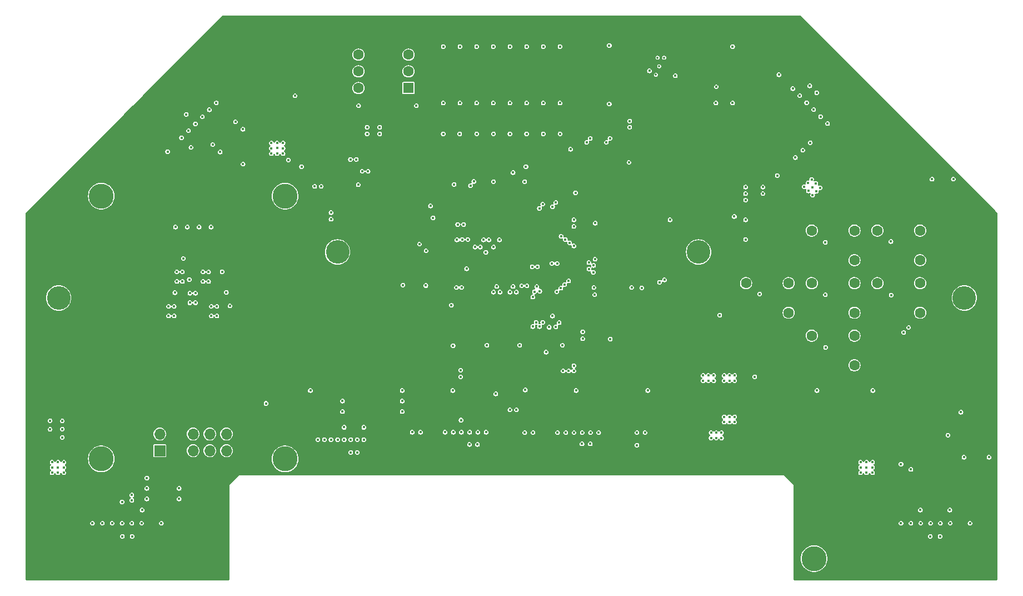
<source format=gbr>
%TF.GenerationSoftware,KiCad,Pcbnew,8.0.7*%
%TF.CreationDate,2025-04-13T15:12:29-04:00*%
%TF.ProjectId,control,636f6e74-726f-46c2-9e6b-696361645f70,rev?*%
%TF.SameCoordinates,Original*%
%TF.FileFunction,Copper,L4,Inr*%
%TF.FilePolarity,Positive*%
%FSLAX46Y46*%
G04 Gerber Fmt 4.6, Leading zero omitted, Abs format (unit mm)*
G04 Created by KiCad (PCBNEW 8.0.7) date 2025-04-13 15:12:29*
%MOMM*%
%LPD*%
G01*
G04 APERTURE LIST*
G04 Aperture macros list*
%AMRoundRect*
0 Rectangle with rounded corners*
0 $1 Rounding radius*
0 $2 $3 $4 $5 $6 $7 $8 $9 X,Y pos of 4 corners*
0 Add a 4 corners polygon primitive as box body*
4,1,4,$2,$3,$4,$5,$6,$7,$8,$9,$2,$3,0*
0 Add four circle primitives for the rounded corners*
1,1,$1+$1,$2,$3*
1,1,$1+$1,$4,$5*
1,1,$1+$1,$6,$7*
1,1,$1+$1,$8,$9*
0 Add four rect primitives between the rounded corners*
20,1,$1+$1,$2,$3,$4,$5,0*
20,1,$1+$1,$4,$5,$6,$7,0*
20,1,$1+$1,$6,$7,$8,$9,0*
20,1,$1+$1,$8,$9,$2,$3,0*%
G04 Aperture macros list end*
%TA.AperFunction,ComponentPad*%
%ADD10R,1.600000X1.600000*%
%TD*%
%TA.AperFunction,ComponentPad*%
%ADD11C,1.600000*%
%TD*%
%TA.AperFunction,ComponentPad*%
%ADD12C,3.600000*%
%TD*%
%TA.AperFunction,ComponentPad*%
%ADD13O,1.100000X2.100000*%
%TD*%
%TA.AperFunction,ComponentPad*%
%ADD14O,1.100000X2.600000*%
%TD*%
%TA.AperFunction,ComponentPad*%
%ADD15C,3.800000*%
%TD*%
%TA.AperFunction,ComponentPad*%
%ADD16R,1.700000X1.700000*%
%TD*%
%TA.AperFunction,ComponentPad*%
%ADD17O,1.700000X1.700000*%
%TD*%
%TA.AperFunction,ComponentPad*%
%ADD18RoundRect,0.760000X-1.140000X1.140000X-1.140000X-1.140000X1.140000X-1.140000X1.140000X1.140000X0*%
%TD*%
%TA.AperFunction,ViaPad*%
%ADD19C,0.450000*%
%TD*%
%TA.AperFunction,ViaPad*%
%ADD20C,0.350000*%
%TD*%
G04 APERTURE END LIST*
D10*
%TO.N,Net-(R64-Pad1)*%
%TO.C,SW4*%
X134310000Y-73040000D03*
D11*
%TO.N,Net-(SW4-4)*%
X134310000Y-67960000D03*
%TO.N,Net-(SW4-2)*%
X126690000Y-67960000D03*
%TO.N,Net-(SW4-8)*%
X126690000Y-73040000D03*
%TO.N,+3V3*%
X134310000Y-70500000D03*
X126690000Y-70500000D03*
%TD*%
%TO.N,Net-(C36-Pad1)*%
%TO.C,SW11*%
X185730000Y-102750000D03*
%TO.N,Net-(R115-Pad1)*%
X192230000Y-102750000D03*
%TO.N,GND*%
X185730000Y-107250000D03*
%TO.N,unconnected-(SW11-Pad4)*%
X192230000Y-107250000D03*
%TD*%
%TO.N,Net-(C33-Pad1)*%
%TO.C,SW8*%
X195750000Y-102750000D03*
%TO.N,Net-(R94-Pad1)*%
X202250000Y-102750000D03*
%TO.N,GND*%
X195750000Y-107250000D03*
%TO.N,unconnected-(SW8-Pad4)*%
X202250000Y-107250000D03*
%TD*%
D12*
%TO.N,N/C*%
%TO.C,H1*%
X81000000Y-105000000D03*
%TD*%
D13*
%TO.N,GND*%
%TO.C,P1*%
X177320000Y-69305000D03*
D14*
X177320000Y-63945000D03*
D13*
X168680000Y-69305000D03*
D14*
X168680000Y-63945000D03*
%TD*%
D11*
%TO.N,Net-(C37-Pad1)*%
%TO.C,SW12*%
X195750000Y-94750000D03*
%TO.N,Net-(R117-Pad1)*%
X202250000Y-94750000D03*
%TO.N,GND*%
X195750000Y-99250000D03*
%TO.N,unconnected-(SW12-Pad4)*%
X202250000Y-99250000D03*
%TD*%
D15*
%TO.N,N/C*%
%TO.C,H5*%
X115500000Y-89500000D03*
%TD*%
D12*
%TO.N,N/C*%
%TO.C,H4*%
X178500000Y-98000000D03*
%TD*%
D11*
%TO.N,Net-(C35-Pad1)*%
%TO.C,SW10*%
X205750000Y-102750000D03*
%TO.N,Net-(R114-Pad1)*%
X212250000Y-102750000D03*
%TO.N,GND*%
X205750000Y-107250000D03*
%TO.N,unconnected-(SW10-Pad4)*%
X212250000Y-107250000D03*
%TD*%
D15*
%TO.N,N/C*%
%TO.C,H7*%
X115500000Y-129500000D03*
%TD*%
D11*
%TO.N,Net-(C32-Pad1)*%
%TO.C,SW7*%
X205750000Y-94750000D03*
%TO.N,Net-(R93-Pad1)*%
X212250000Y-94750000D03*
%TO.N,GND*%
X205750000Y-99250000D03*
%TO.N,unconnected-(SW7-Pad4)*%
X212250000Y-99250000D03*
%TD*%
%TO.N,Net-(C34-Pad1)*%
%TO.C,SW9*%
X195750000Y-110750000D03*
%TO.N,Net-(R107-Pad1)*%
X202250000Y-110750000D03*
%TO.N,GND*%
X195750000Y-115250000D03*
%TO.N,unconnected-(SW9-Pad4)*%
X202250000Y-115250000D03*
%TD*%
D12*
%TO.N,N/C*%
%TO.C,H2*%
X219000000Y-105000000D03*
%TD*%
D15*
%TO.N,N/C*%
%TO.C,H8*%
X87500000Y-129500000D03*
%TD*%
%TO.N,N/C*%
%TO.C,H6*%
X87500000Y-89500000D03*
%TD*%
D12*
%TO.N,N/C*%
%TO.C,H3*%
X123500000Y-98000000D03*
%TD*%
D16*
%TO.N,Net-(J15-Pin_1)*%
%TO.C,J15*%
X96425000Y-128275000D03*
D17*
%TO.N,unconnected-(J15-Pin_2-Pad2)*%
X96425000Y-125735000D03*
%TO.N,GND*%
X98965000Y-128275000D03*
X98965000Y-125735000D03*
%TO.N,/display/LCD.TX*%
X101505000Y-128275000D03*
%TO.N,unconnected-(J15-Pin_6-Pad6)*%
X101505000Y-125735000D03*
%TO.N,/display/LCD.RX*%
X104045000Y-128275000D03*
%TO.N,unconnected-(J15-Pin_8-Pad8)*%
X104045000Y-125735000D03*
%TO.N,+5V*%
X106585000Y-128275000D03*
%TO.N,unconnected-(J15-Pin_10-Pad10)*%
X106585000Y-125735000D03*
%TD*%
D18*
%TO.N,GND*%
%TO.C,J11*%
X196100000Y-139700000D03*
D15*
%TO.N,+BATT*%
X196100000Y-144700000D03*
%TD*%
D19*
%TO.N,Net-(BZ1--)*%
X222750000Y-129250000D03*
%TO.N,+3V3*%
X183690000Y-66700000D03*
X188309999Y-88100000D03*
X196500000Y-73750000D03*
X121500000Y-126575000D03*
X183200000Y-123100000D03*
X146250000Y-112200000D03*
X105909999Y-101000000D03*
X126500000Y-128509999D03*
X219850000Y-139295000D03*
X151250000Y-112200000D03*
X184000000Y-123100000D03*
X152310000Y-66700000D03*
X160850000Y-111200000D03*
X181725000Y-107600000D03*
X214082986Y-86909117D03*
X143600000Y-127309999D03*
X182400000Y-123900000D03*
X147230000Y-66700000D03*
X187809999Y-104400000D03*
X162000000Y-127209999D03*
X100439376Y-77039376D03*
X149770000Y-66700000D03*
X98700000Y-104190001D03*
X90700000Y-141309999D03*
X197809999Y-96500000D03*
X213800000Y-141309999D03*
X162735691Y-99090376D03*
X144690000Y-66700000D03*
X147250000Y-87300000D03*
X190729381Y-71003357D03*
X141100000Y-112250000D03*
X197859999Y-112500000D03*
X117020000Y-74200000D03*
X183200000Y-123900000D03*
X136990000Y-97810000D03*
X195460624Y-72689376D03*
X153275000Y-125500000D03*
X162670000Y-104500000D03*
X197809999Y-104500000D03*
X152000000Y-87280000D03*
X185675000Y-96099999D03*
X136125000Y-125450000D03*
X184000000Y-123900000D03*
X136950000Y-103100000D03*
X107109999Y-106200000D03*
X160750000Y-127209999D03*
X79690000Y-125000000D03*
X144800000Y-127309999D03*
X218950000Y-129250000D03*
X157750000Y-112200000D03*
X96650000Y-139295000D03*
X135980000Y-96800000D03*
X92200000Y-141309999D03*
X81550000Y-126225000D03*
X142150000Y-66700000D03*
X97593398Y-82706602D03*
X207859999Y-104550000D03*
X157390000Y-66700000D03*
X125500000Y-128509999D03*
X79690000Y-123700000D03*
X216500000Y-125900000D03*
X100000000Y-98990001D03*
X162750000Y-93600000D03*
X169100000Y-127409999D03*
X154850000Y-66700000D03*
X188309999Y-89100000D03*
X100900000Y-102190001D03*
X207809999Y-96400000D03*
X159750000Y-88980000D03*
X149750000Y-122030000D03*
X139610000Y-66700000D03*
X215300000Y-141309999D03*
X164900000Y-75450000D03*
X150750000Y-122030000D03*
X137650000Y-90980000D03*
X182400000Y-123100000D03*
%TO.N,GND*%
X87700000Y-141309999D03*
X163630000Y-108650000D03*
X158000000Y-109300000D03*
X152000000Y-86300000D03*
X213184960Y-86011091D03*
X149750000Y-121070000D03*
X177249999Y-108300000D03*
X103639376Y-73839376D03*
X123890000Y-76400000D03*
X163610000Y-105550000D03*
X169900000Y-68415000D03*
X185675000Y-86100001D03*
X102900000Y-104609999D03*
X152350000Y-73440001D03*
X154525000Y-125500000D03*
X142150000Y-73440001D03*
X100600000Y-92699999D03*
X166270000Y-99000000D03*
X154850000Y-73440001D03*
X165075000Y-128650000D03*
X155775000Y-125500000D03*
X222737500Y-130200000D03*
X129500000Y-126575000D03*
X86200000Y-141309999D03*
X138250000Y-119100000D03*
X124250000Y-119100000D03*
X102539376Y-74939376D03*
X189786218Y-80148959D03*
X199650000Y-76900000D03*
X164900000Y-64780001D03*
X186000000Y-120300000D03*
X163710000Y-93600000D03*
X186800000Y-121900000D03*
X188200000Y-97400000D03*
X209950000Y-119100000D03*
X146250000Y-113160000D03*
X119200000Y-129100000D03*
X146500000Y-109300000D03*
X84650000Y-138450000D03*
X163680000Y-99100000D03*
X160850000Y-114169998D03*
X128700000Y-65890001D03*
X212286934Y-85113066D03*
X107197506Y-73197505D03*
X102000000Y-107809999D03*
X185200000Y-119500000D03*
X157000000Y-127209999D03*
X188200000Y-84800000D03*
X106600000Y-72600000D03*
X207850000Y-138450000D03*
X184400000Y-120300000D03*
X147000000Y-90400000D03*
X140140000Y-112250000D03*
X191790041Y-72064017D03*
X140500000Y-103300000D03*
X119200000Y-73200000D03*
X174100000Y-125500000D03*
X157750000Y-113160000D03*
X122500000Y-128509999D03*
X110000000Y-76400000D03*
X99350000Y-132400000D03*
X201450000Y-119100000D03*
X123500000Y-128509999D03*
X185200000Y-121900000D03*
X96990001Y-102500000D03*
X166800000Y-102850000D03*
X178600000Y-108580000D03*
X163610000Y-106600000D03*
X184400000Y-121100000D03*
X219509999Y-123450000D03*
X200827388Y-79993935D03*
X206349999Y-139295000D03*
X186800000Y-121100000D03*
X167200000Y-94530000D03*
X107766726Y-73766726D03*
X83149998Y-140100000D03*
X186800000Y-118700000D03*
X149800000Y-73440001D03*
X135020000Y-96800000D03*
X159750000Y-88020000D03*
X84650001Y-139295000D03*
X129900000Y-65890001D03*
X147250000Y-73440001D03*
X136320000Y-89145000D03*
X98654058Y-81645942D03*
X123890000Y-68200000D03*
X164750000Y-119100000D03*
X137650000Y-90020000D03*
X179250000Y-76850000D03*
X84650000Y-140100000D03*
X105539338Y-73660662D03*
X166560000Y-104500000D03*
X167200000Y-95770000D03*
X220284924Y-94106245D03*
X222550000Y-132400000D03*
X183700000Y-70740001D03*
X157400000Y-73440001D03*
X206349998Y-140150000D03*
X95690001Y-107800000D03*
X125200000Y-79500000D03*
X186000000Y-121900000D03*
X102400001Y-92699999D03*
X147250000Y-86320000D03*
X140500000Y-97800000D03*
X147975000Y-128650000D03*
X138625000Y-125450000D03*
X106739000Y-83899765D03*
X131100000Y-65890001D03*
X210800000Y-141309999D03*
X210490883Y-83317014D03*
X139650000Y-73440001D03*
X207850000Y-140150000D03*
X159500000Y-106400000D03*
X185200000Y-118700000D03*
X207850001Y-139295000D03*
X106136844Y-74258166D03*
X152000000Y-90400000D03*
X139275000Y-113600000D03*
X110000000Y-68200000D03*
X186000000Y-118700000D03*
X104100000Y-109809999D03*
X95150000Y-139295000D03*
X83149998Y-138450000D03*
X199660662Y-81160662D03*
X199766726Y-78933274D03*
X130800000Y-129100000D03*
X153300000Y-84300000D03*
X151400000Y-109300000D03*
X169500000Y-72000000D03*
X218350000Y-139295000D03*
X198600000Y-80100000D03*
X166100000Y-112259999D03*
X175650000Y-119100000D03*
X141100000Y-127309999D03*
X165050000Y-114209999D03*
X158250000Y-127209999D03*
X139800000Y-127309999D03*
X116400000Y-72120000D03*
X175510000Y-72000000D03*
X150125000Y-128650000D03*
X173400000Y-110575001D03*
X144700000Y-73440001D03*
X186800000Y-120300000D03*
X132300000Y-65890001D03*
X145950000Y-119100000D03*
X98800000Y-92700000D03*
X198610624Y-75889376D03*
X206349998Y-138450000D03*
X186800000Y-119500000D03*
X81550000Y-119975000D03*
X199197505Y-79502494D03*
X215193755Y-89015076D03*
X151250000Y-113160000D03*
X83149999Y-139295000D03*
X159500000Y-98800000D03*
X186000000Y-119500000D03*
X185200000Y-120300000D03*
X133025000Y-128650000D03*
X176100000Y-68415000D03*
X150750000Y-121070000D03*
X140500000Y-91300000D03*
X184400000Y-121900000D03*
X115200000Y-72120000D03*
X136020000Y-97800000D03*
X163630000Y-107650000D03*
X184400000Y-119500000D03*
X136020000Y-103100000D03*
X163630000Y-104500000D03*
X106706065Y-74827388D03*
X200258166Y-80563156D03*
X185200000Y-121100000D03*
X209300000Y-141309999D03*
X137375000Y-125450000D03*
X184400000Y-118700000D03*
X165100000Y-100650000D03*
X186000000Y-121100000D03*
X104200000Y-92700000D03*
%TO.N,/mcu/NRST*%
X217315076Y-86893755D03*
X169850000Y-103450000D03*
X168300000Y-103400000D03*
X162550000Y-103400000D03*
%TO.N,+5V*%
X141050000Y-119100000D03*
X120500000Y-126575000D03*
X152025000Y-125500000D03*
X165050000Y-111240001D03*
X182000000Y-125500000D03*
X134875000Y-125450000D03*
X170750000Y-119100000D03*
X193251041Y-83613782D03*
X190500000Y-86350000D03*
X94450000Y-132400000D03*
X182000000Y-126300000D03*
X109100000Y-84600000D03*
X133350000Y-119100000D03*
X196550000Y-119100000D03*
X181200000Y-126300000D03*
X159850000Y-119100000D03*
X180400000Y-125500000D03*
X205050000Y-119100000D03*
X180400000Y-126300000D03*
X181200000Y-125500000D03*
X119350000Y-119100000D03*
%TO.N,+BATT*%
X195165685Y-87500000D03*
X81800000Y-130800000D03*
X80000000Y-130800000D03*
X205000000Y-131600000D03*
X194600000Y-88065685D03*
X114300000Y-83000000D03*
X204100000Y-130812500D03*
X204100000Y-130000000D03*
X113400000Y-83000000D03*
X203200000Y-130800000D03*
X80900000Y-130812500D03*
X115200000Y-81400000D03*
X80000000Y-130000000D03*
X195731371Y-86934315D03*
X205000000Y-130000000D03*
X113400000Y-82200000D03*
X197004163Y-88207107D03*
X203200000Y-130000000D03*
X196376606Y-87561872D03*
X114300000Y-81387500D03*
X195236396Y-88702082D03*
X113400000Y-81400000D03*
X195872792Y-89338478D03*
X203200000Y-131600000D03*
X81800000Y-130000000D03*
X115200000Y-83000000D03*
X80900000Y-130000000D03*
X196438478Y-88772792D03*
X81800000Y-131600000D03*
X187050000Y-117000000D03*
X115200000Y-82200000D03*
X80000000Y-131600000D03*
X114300000Y-82187500D03*
X204100000Y-131612500D03*
X195810920Y-88127557D03*
X205000000Y-130800000D03*
X80900000Y-131612500D03*
%TO.N,/mcu/BOT_ID_DISPLAY.FL*%
X98999999Y-101025000D03*
X99849999Y-102475000D03*
X153850000Y-103250000D03*
%TO.N,Net-(D3-A1)*%
X99849999Y-101025000D03*
%TO.N,Net-(D3-K2)*%
X98999999Y-102475000D03*
%TO.N,Net-(D4-K2)*%
X103000001Y-102475000D03*
%TO.N,Net-(D4-A1)*%
X103850001Y-101025000D03*
%TO.N,/mcu/BOT_ID_DISPLAY.FR*%
X103850001Y-102475000D03*
X103000001Y-101025000D03*
X154300000Y-103950000D03*
%TO.N,Net-(D5-K2)*%
X101850000Y-105725000D03*
%TO.N,/mcu/BOT_ID_DISPLAY.TeamBlue*%
X101850000Y-104275000D03*
X143150000Y-100550000D03*
X101000000Y-105725000D03*
X106550000Y-104150000D03*
%TO.N,Net-(D5-A1)*%
X101000000Y-104275000D03*
%TO.N,/mcu/BOT_ID_DISPLAY.BL*%
X98600000Y-107725001D03*
X153500000Y-104050000D03*
X97750000Y-106275001D03*
%TO.N,Net-(D6-A1)*%
X98600000Y-106275001D03*
%TO.N,Net-(D6-K2)*%
X97750000Y-107725001D03*
%TO.N,Net-(D7-A1)*%
X105100000Y-106275001D03*
%TO.N,Net-(D7-K2)*%
X104250000Y-107725001D03*
%TO.N,/mcu/BOT_ID_DISPLAY.BR*%
X153250000Y-104850000D03*
X105100000Y-107725001D03*
X104250000Y-106275001D03*
%TO.N,Net-(D10-A)*%
X98800000Y-94200000D03*
%TO.N,Net-(D11-A)*%
X100600000Y-94200000D03*
%TO.N,Net-(D12-A)*%
X102400000Y-94200000D03*
%TO.N,Net-(D13-A)*%
X104200000Y-94200000D03*
%TO.N,Net-(J13-Pin_1)*%
X180000000Y-116800000D03*
X179200000Y-117600000D03*
X180800000Y-116800000D03*
X179200000Y-116800000D03*
X180000000Y-117600000D03*
X180800000Y-117600000D03*
%TO.N,Net-(J13-Pin_2)*%
X184000000Y-117600000D03*
X183200000Y-117600000D03*
X184000000Y-116800000D03*
X182400000Y-117600000D03*
X182400000Y-116800000D03*
X183200000Y-116800000D03*
%TO.N,/mcu/SDMMC1_D0*%
X125450000Y-83900000D03*
X127250000Y-85700000D03*
%TO.N,/mcu/SDMMC1_D1*%
X126350000Y-83900000D03*
X128150000Y-85700000D03*
%TO.N,/mcu/SWCLK*%
X141250000Y-87700000D03*
X162000000Y-80700000D03*
X165000000Y-80700000D03*
%TO.N,/mcu/SWDIO*%
X164450000Y-81300000D03*
X161450000Y-81300000D03*
X138050000Y-92800000D03*
%TO.N,/front_right_drive_motor/MOTOR.RX*%
X90650000Y-136050000D03*
X90650000Y-139295000D03*
%TO.N,Net-(J3-Pin_7)*%
X89150000Y-139295000D03*
%TO.N,Net-(J3-Pin_10)*%
X93650001Y-139295000D03*
%TO.N,/front_right_drive_motor/MOTOR.BOOT0*%
X86150000Y-139295000D03*
%TO.N,/front_right_drive_motor/MOTOR.RST*%
X87650000Y-139295000D03*
%TO.N,/front_right_drive_motor/MOTOR.CTS*%
X92149999Y-139295000D03*
X92149999Y-135800000D03*
%TO.N,/imu/IMU.~{DET}*%
X153250000Y-109350000D03*
%TO.N,/imu/IMU.MISO*%
X156250000Y-107750000D03*
%TO.N,/imu/IMU.SCK*%
X185675000Y-90100000D03*
X183950000Y-92600000D03*
X156750000Y-109400000D03*
%TO.N,/imu/IMU.~{SS}3*%
X185675000Y-93100000D03*
X154750000Y-108700000D03*
X174150000Y-93100000D03*
%TO.N,/imu/IMU.~{SS}1*%
X160849265Y-110149265D03*
%TO.N,/imu/IMU.INT1*%
X154250000Y-109350000D03*
X185675000Y-89100000D03*
%TO.N,/imu/IMU.MOSI*%
X155750000Y-109450000D03*
%TO.N,/imu/IMU.~{SS}2*%
X155250000Y-113250000D03*
%TO.N,/imu/IMU.INT2*%
X185675000Y-88100000D03*
X153750000Y-108700000D03*
%TO.N,Net-(J5-Pin_3)*%
X127499999Y-126575000D03*
%TO.N,/mcu/ODIN.RX*%
X125500000Y-126575000D03*
X146550000Y-96150000D03*
%TO.N,/mcu/ODIN.CTS*%
X126500000Y-126575000D03*
X144450000Y-97250000D03*
%TO.N,/mcu/ODIN.~{RST}*%
X147250000Y-97250000D03*
X122500001Y-126575000D03*
%TO.N,/mcu/ODIN.BOOT0*%
X123500000Y-126575000D03*
X148150000Y-96150000D03*
%TO.N,/mcu/ODIN.~{DET}*%
X146100000Y-98050000D03*
%TO.N,Net-(J5-Pin_6)*%
X124500000Y-126575000D03*
%TO.N,/back_right_drive_motor/MOTOR.BOOT0*%
X120000000Y-88000000D03*
X105018019Y-75281981D03*
X116000000Y-84000000D03*
%TO.N,Net-(J6-Pin_7)*%
X102896699Y-77403301D03*
%TO.N,/back_right_drive_motor/MOTOR.RST*%
X121000000Y-88000000D03*
X103957359Y-76342641D03*
X118000000Y-85000000D03*
%TO.N,/back_right_drive_motor/MOTOR.RX*%
X101836039Y-78463961D03*
%TO.N,/back_right_drive_motor/MOTOR.CTS*%
X100775379Y-79524621D03*
X122500000Y-92000000D03*
X152200000Y-85000000D03*
%TO.N,Net-(J6-Pin_10)*%
X99714718Y-80585282D03*
%TO.N,/back_left_drive_motor/MOTOR.RST*%
X197093342Y-77367318D03*
%TO.N,/back_left_drive_motor/MOTOR.RX*%
X194972022Y-75245998D03*
%TO.N,Net-(J7-Pin_10)*%
X192850701Y-73124677D03*
%TO.N,/back_left_drive_motor/MOTOR.CTS*%
X193911362Y-74185338D03*
%TO.N,Net-(J7-Pin_7)*%
X196032682Y-76306658D03*
%TO.N,/back_left_drive_motor/MOTOR.BOOT0*%
X198154002Y-78427978D03*
%TO.N,/front_left_drive_motor/MOTOR.RST*%
X210850000Y-131100000D03*
X210850000Y-139295000D03*
X173300000Y-102250000D03*
%TO.N,/front_left_drive_motor/MOTOR.CTS*%
X215349999Y-139295000D03*
X162450000Y-101100000D03*
%TO.N,Net-(J8-Pin_7)*%
X212350000Y-139295000D03*
%TO.N,/front_left_drive_motor/MOTOR.RX*%
X161800000Y-99600000D03*
X213850000Y-139295000D03*
%TO.N,Net-(J8-Pin_10)*%
X216850001Y-139295000D03*
%TO.N,/front_left_drive_motor/MOTOR.BOOT0*%
X172550000Y-102600000D03*
X209350000Y-130300000D03*
X209350000Y-139295000D03*
%TO.N,/kicker/KICKER.RX*%
X156150000Y-99750000D03*
X157850000Y-116100000D03*
X160775000Y-125500000D03*
%TO.N,/kicker/KICKER.RST*%
X158275000Y-125500000D03*
X158700000Y-102400000D03*
%TO.N,/kicker/KICKER.BOOT0*%
X157025000Y-125500000D03*
X158100000Y-102950000D03*
%TO.N,/kicker/KICKER.CTS*%
X156900000Y-104050000D03*
X159500000Y-116100000D03*
X162025000Y-125500000D03*
%TO.N,Net-(J9-Pin_10)*%
X163275000Y-125500000D03*
%TO.N,Net-(J9-Pin_7)*%
X159525000Y-125500000D03*
%TO.N,/mcu/OPTICAL_FLOW.RST*%
X141125000Y-125450000D03*
X154750000Y-90700000D03*
%TO.N,/mcu/OPTICAL_FLOW.CTS*%
X144875000Y-125450000D03*
%TO.N,Net-(J10-Pin_7)*%
X142375000Y-125450000D03*
%TO.N,/mcu/OPTICAL_FLOW.RX*%
X156250000Y-91100000D03*
X143625000Y-125450000D03*
%TO.N,Net-(J10-Pin_10)*%
X146125000Y-125450000D03*
%TO.N,/mcu/OPTICAL_FLOW.BOOT0*%
X139875000Y-125450000D03*
X154250000Y-91350000D03*
%TO.N,/mcu/POWER.RX*%
X169100000Y-125500000D03*
%TO.N,Net-(J12-Pin_2)*%
X170350000Y-125500000D03*
%TO.N,/mcu/SHELL_DETECT.RST*%
X158850000Y-96600000D03*
%TO.N,/mcu/SHELL_DETECT.SCL*%
X158200000Y-96087500D03*
X81550000Y-123725000D03*
%TO.N,/mcu/SHELL_DETECT.SDA*%
X157550000Y-95600000D03*
X81550000Y-124975000D03*
%TO.N,/mcu/SHELL_DETECT.LIGHT*%
X159500000Y-97087500D03*
%TO.N,/display/LCD.TX*%
X142500000Y-96100000D03*
%TO.N,/display/LCD.RX*%
X143350000Y-96100000D03*
%TO.N,VBUS*%
X174950000Y-71150000D03*
X171000000Y-70417002D03*
%TO.N,/mcu/USB_HS_D_P*%
X142700000Y-93800000D03*
D20*
%TO.N,Net-(P1-CC2)*%
X172250000Y-68415000D03*
X172000000Y-71000000D03*
%TO.N,/mcu/USB_HS_D_N*%
X173250000Y-68415000D03*
X172500000Y-69715000D03*
D19*
X141800000Y-93800000D03*
%TO.N,/mcu/BOOT0*%
X181200000Y-72837501D03*
X167900000Y-84350000D03*
%TO.N,/mcu/USB_BOOT0_CONTROL*%
X181150000Y-75300000D03*
%TO.N,/display/LCD.RST*%
X141700000Y-96150000D03*
X112600000Y-121050000D03*
%TO.N,/mcu/DEBUG_MODE*%
X159500000Y-94100000D03*
X159000000Y-82350000D03*
%TO.N,Net-(R1-Pad1)*%
X164900000Y-66550000D03*
%TO.N,/mcu/USER_BOOT0_OVERRIDE*%
X183690000Y-75300000D03*
%TO.N,/front_right_drive_motor/MOTOR.RTS*%
X92150000Y-135000000D03*
X93700000Y-137290001D03*
%TO.N,Net-(U2-INT1)*%
X147600000Y-119600000D03*
%TO.N,Net-(U2-INT2)*%
X152100000Y-119000000D03*
%TO.N,/back_right_drive_motor/MOTOR.RTS*%
X101160624Y-82060624D03*
X150250000Y-85900000D03*
X122500000Y-93000000D03*
%TO.N,/front_left_drive_motor/MOTOR.TX*%
X162500000Y-100050000D03*
X212300000Y-137290001D03*
%TO.N,/front_left_drive_motor/MOTOR.RTS*%
X161800000Y-100600000D03*
X216800000Y-137290001D03*
%TO.N,/kicker/KICKER.TX*%
X158700000Y-116100000D03*
X156950000Y-99750000D03*
%TO.N,/kicker/KICKER.RTS*%
X159500000Y-115300000D03*
X157500000Y-103500000D03*
%TO.N,/mcu/OPTICAL_FLOW.TX*%
X142300000Y-123590001D03*
X156750000Y-90450000D03*
%TO.N,/mcu/BOT_ID_SWITCHES.IDX3*%
X143750000Y-87900000D03*
X126700000Y-75709999D03*
%TO.N,/mcu/BOT_ID_SWITCHES.IDX2*%
X144250000Y-87250000D03*
X135500000Y-75709999D03*
%TO.N,/mcu/BOT_ID_SWITCHES.TEAM_BLUE_~{YELLOW}*%
X142400000Y-103400000D03*
X129909999Y-79000000D03*
%TO.N,Net-(R74-Pad1)*%
X128000000Y-79000000D03*
%TO.N,Net-(R75-Pad1)*%
X128000000Y-80000000D03*
%TO.N,/mcu/BOT_ID_SWITCHES.SRC_PRIO_USER_~{AUTO}*%
X129909999Y-80000000D03*
X141600000Y-103400000D03*
%TO.N,/mcu/BOT_ID_DISPLAY.SrcDisagree*%
X126650000Y-87750000D03*
X140850000Y-106100000D03*
X133450000Y-103050000D03*
%TO.N,/mcu/DIP.0*%
X152350000Y-103150000D03*
X157400000Y-80009999D03*
%TO.N,Net-(R84-Pad1)*%
X157390000Y-75300000D03*
%TO.N,Net-(R85-Pad1)*%
X154850000Y-75300000D03*
%TO.N,/mcu/DIP.1*%
X154850000Y-80009999D03*
X151550000Y-103150000D03*
%TO.N,/mcu/DIP.2*%
X150750000Y-104100000D03*
X152300000Y-80009999D03*
%TO.N,Net-(R100-Pad2)*%
X152310000Y-75300000D03*
%TO.N,Net-(R101-Pad2)*%
X149770000Y-75300000D03*
%TO.N,/mcu/DIP.3*%
X150250000Y-103250000D03*
X149750000Y-80009999D03*
%TO.N,/mcu/DIP.4*%
X147250000Y-80009999D03*
X149750000Y-104100000D03*
%TO.N,Net-(R102-Pad2)*%
X147230000Y-75300000D03*
%TO.N,/mcu/BUZZER*%
X218490001Y-122400000D03*
X159500000Y-93100000D03*
%TO.N,Net-(R103-Pad2)*%
X144690000Y-75300000D03*
%TO.N,/mcu/DIP.5*%
X148250000Y-104100000D03*
X144700000Y-80009999D03*
%TO.N,/mcu/DIP.6*%
X142100000Y-80009999D03*
X147750000Y-103250000D03*
%TO.N,Net-(R104-Pad2)*%
X142150000Y-75300000D03*
%TO.N,/mcu/DIP.7*%
X147250000Y-104100000D03*
X139600000Y-80009999D03*
%TO.N,Net-(R105-Pad2)*%
X139610000Y-75300000D03*
%TO.N,/mcu/DOTSTARS.SCK*%
X153150000Y-100250000D03*
X142250000Y-116000000D03*
X99350001Y-134000000D03*
%TO.N,/mcu/ODIN.TX*%
X124500000Y-124690001D03*
X145750000Y-96150000D03*
%TO.N,/mcu/ODIN.RTS*%
X127500000Y-124690001D03*
X145250000Y-97250000D03*
%TO.N,/imu/IMU.~{SS}0*%
X157250000Y-108750000D03*
%TO.N,/mcu/DOTSTARS.MOSI*%
X99350000Y-135600000D03*
X153950000Y-100250000D03*
X142250000Y-117000000D03*
%TO.N,Net-(U4-SDO)*%
X94450000Y-135600000D03*
X104476259Y-81637024D03*
%TO.N,Net-(U4-CKO)*%
X94449999Y-134000000D03*
X105607629Y-82768395D03*
%TO.N,Net-(U5-SDO)*%
X168000000Y-78050000D03*
X107941082Y-78172201D03*
%TO.N,Net-(U5-CKO)*%
X109072453Y-79303571D03*
X168000000Y-79000000D03*
%TO.N,Net-(U6-SDO)*%
X209750000Y-110250000D03*
X195513782Y-81351041D03*
%TO.N,Net-(U6-CKO)*%
X194382412Y-82482412D03*
X210500000Y-109500000D03*
%TO.N,Net-(U11-CKO)*%
X133350000Y-120700000D03*
X124250000Y-120700000D03*
%TO.N,Net-(U11-SDO)*%
X133350000Y-122300000D03*
X124250000Y-122300000D03*
%TD*%
%TA.AperFunction,Conductor*%
%TO.N,GND*%
G36*
X194015677Y-62019685D02*
G01*
X194036319Y-62036319D01*
X223963681Y-91963681D01*
X223997166Y-92025004D01*
X224000000Y-92051362D01*
X224000000Y-147876000D01*
X223980315Y-147943039D01*
X223927511Y-147988794D01*
X223876000Y-148000000D01*
X193124000Y-148000000D01*
X193056961Y-147980315D01*
X193011206Y-147927511D01*
X193000000Y-147876000D01*
X193000000Y-144700000D01*
X194067762Y-144700000D01*
X194086689Y-144976723D01*
X194086690Y-144976724D01*
X194143119Y-145248279D01*
X194143124Y-145248296D01*
X194236007Y-145509644D01*
X194236008Y-145509646D01*
X194363616Y-145755918D01*
X194523570Y-145982521D01*
X194523574Y-145982525D01*
X194523574Y-145982526D01*
X194593938Y-146057867D01*
X194712890Y-146185233D01*
X194928048Y-146360277D01*
X194928050Y-146360278D01*
X194928051Y-146360279D01*
X195165039Y-146504395D01*
X195165044Y-146504397D01*
X195419440Y-146614896D01*
X195419445Y-146614898D01*
X195686529Y-146689732D01*
X195928109Y-146722936D01*
X195961314Y-146727500D01*
X195961315Y-146727500D01*
X196238686Y-146727500D01*
X196268310Y-146723428D01*
X196513471Y-146689732D01*
X196780555Y-146614898D01*
X197034962Y-146504394D01*
X197271952Y-146360277D01*
X197487110Y-146185233D01*
X197676430Y-145982521D01*
X197836384Y-145755918D01*
X197963992Y-145509646D01*
X198056877Y-145248291D01*
X198056878Y-145248284D01*
X198056880Y-145248279D01*
X198078883Y-145142390D01*
X198113310Y-144976723D01*
X198132238Y-144700000D01*
X198113310Y-144423277D01*
X198087913Y-144301065D01*
X198056880Y-144151720D01*
X198056875Y-144151703D01*
X197963992Y-143890355D01*
X197963992Y-143890354D01*
X197836384Y-143644082D01*
X197676430Y-143417479D01*
X197676425Y-143417473D01*
X197613002Y-143349564D01*
X197487110Y-143214767D01*
X197271952Y-143039723D01*
X197271950Y-143039722D01*
X197271948Y-143039720D01*
X197034960Y-142895604D01*
X197034955Y-142895602D01*
X196780559Y-142785103D01*
X196513476Y-142710269D01*
X196513472Y-142710268D01*
X196513471Y-142710268D01*
X196376078Y-142691384D01*
X196238686Y-142672500D01*
X196238685Y-142672500D01*
X195961315Y-142672500D01*
X195961314Y-142672500D01*
X195686529Y-142710268D01*
X195686523Y-142710269D01*
X195419440Y-142785103D01*
X195165044Y-142895602D01*
X195165039Y-142895604D01*
X194928051Y-143039720D01*
X194712893Y-143214764D01*
X194523574Y-143417473D01*
X194523574Y-143417474D01*
X194363616Y-143644081D01*
X194236007Y-143890355D01*
X194143124Y-144151703D01*
X194143119Y-144151720D01*
X194086690Y-144423275D01*
X194086689Y-144423276D01*
X194067762Y-144700000D01*
X193000000Y-144700000D01*
X193000000Y-141309996D01*
X213443106Y-141309996D01*
X213443106Y-141310001D01*
X213460572Y-141420280D01*
X213460573Y-141420283D01*
X213460574Y-141420285D01*
X213511267Y-141519776D01*
X213511268Y-141519777D01*
X213511271Y-141519781D01*
X213590217Y-141598727D01*
X213590221Y-141598730D01*
X213590223Y-141598732D01*
X213689714Y-141649425D01*
X213689716Y-141649425D01*
X213689718Y-141649426D01*
X213799998Y-141666893D01*
X213800000Y-141666893D01*
X213800002Y-141666893D01*
X213910281Y-141649426D01*
X213910281Y-141649425D01*
X213910286Y-141649425D01*
X214009777Y-141598732D01*
X214088733Y-141519776D01*
X214139426Y-141420285D01*
X214156894Y-141309999D01*
X214156894Y-141309996D01*
X214943106Y-141309996D01*
X214943106Y-141310001D01*
X214960572Y-141420280D01*
X214960573Y-141420283D01*
X214960574Y-141420285D01*
X215011267Y-141519776D01*
X215011268Y-141519777D01*
X215011271Y-141519781D01*
X215090217Y-141598727D01*
X215090221Y-141598730D01*
X215090223Y-141598732D01*
X215189714Y-141649425D01*
X215189716Y-141649425D01*
X215189718Y-141649426D01*
X215299998Y-141666893D01*
X215300000Y-141666893D01*
X215300002Y-141666893D01*
X215410281Y-141649426D01*
X215410281Y-141649425D01*
X215410286Y-141649425D01*
X215509777Y-141598732D01*
X215588733Y-141519776D01*
X215639426Y-141420285D01*
X215656894Y-141309999D01*
X215639426Y-141199713D01*
X215588733Y-141100222D01*
X215588731Y-141100220D01*
X215588728Y-141100216D01*
X215509782Y-141021270D01*
X215509778Y-141021267D01*
X215509777Y-141021266D01*
X215410286Y-140970573D01*
X215410284Y-140970572D01*
X215410281Y-140970571D01*
X215300002Y-140953105D01*
X215299998Y-140953105D01*
X215189718Y-140970571D01*
X215090221Y-141021267D01*
X215090217Y-141021270D01*
X215011271Y-141100216D01*
X215011268Y-141100220D01*
X214960572Y-141199717D01*
X214943106Y-141309996D01*
X214156894Y-141309996D01*
X214139426Y-141199713D01*
X214088733Y-141100222D01*
X214088731Y-141100220D01*
X214088728Y-141100216D01*
X214009782Y-141021270D01*
X214009778Y-141021267D01*
X214009777Y-141021266D01*
X213910286Y-140970573D01*
X213910284Y-140970572D01*
X213910281Y-140970571D01*
X213800002Y-140953105D01*
X213799998Y-140953105D01*
X213689718Y-140970571D01*
X213590221Y-141021267D01*
X213590217Y-141021270D01*
X213511271Y-141100216D01*
X213511268Y-141100220D01*
X213460572Y-141199717D01*
X213443106Y-141309996D01*
X193000000Y-141309996D01*
X193000000Y-139294997D01*
X208993106Y-139294997D01*
X208993106Y-139295002D01*
X209010572Y-139405281D01*
X209010573Y-139405284D01*
X209010574Y-139405286D01*
X209061267Y-139504777D01*
X209061268Y-139504778D01*
X209061271Y-139504782D01*
X209140217Y-139583728D01*
X209140221Y-139583731D01*
X209140223Y-139583733D01*
X209239714Y-139634426D01*
X209239716Y-139634426D01*
X209239718Y-139634427D01*
X209349998Y-139651894D01*
X209350000Y-139651894D01*
X209350002Y-139651894D01*
X209460281Y-139634427D01*
X209460281Y-139634426D01*
X209460286Y-139634426D01*
X209559777Y-139583733D01*
X209638733Y-139504777D01*
X209689426Y-139405286D01*
X209706894Y-139295000D01*
X209706894Y-139294997D01*
X210493106Y-139294997D01*
X210493106Y-139295002D01*
X210510572Y-139405281D01*
X210510573Y-139405284D01*
X210510574Y-139405286D01*
X210561267Y-139504777D01*
X210561268Y-139504778D01*
X210561271Y-139504782D01*
X210640217Y-139583728D01*
X210640221Y-139583731D01*
X210640223Y-139583733D01*
X210739714Y-139634426D01*
X210739716Y-139634426D01*
X210739718Y-139634427D01*
X210849998Y-139651894D01*
X210850000Y-139651894D01*
X210850002Y-139651894D01*
X210960281Y-139634427D01*
X210960281Y-139634426D01*
X210960286Y-139634426D01*
X211059777Y-139583733D01*
X211138733Y-139504777D01*
X211189426Y-139405286D01*
X211206894Y-139295000D01*
X211206894Y-139294997D01*
X211993106Y-139294997D01*
X211993106Y-139295002D01*
X212010572Y-139405281D01*
X212010573Y-139405284D01*
X212010574Y-139405286D01*
X212061267Y-139504777D01*
X212061268Y-139504778D01*
X212061271Y-139504782D01*
X212140217Y-139583728D01*
X212140221Y-139583731D01*
X212140223Y-139583733D01*
X212239714Y-139634426D01*
X212239716Y-139634426D01*
X212239718Y-139634427D01*
X212349998Y-139651894D01*
X212350000Y-139651894D01*
X212350002Y-139651894D01*
X212460281Y-139634427D01*
X212460281Y-139634426D01*
X212460286Y-139634426D01*
X212559777Y-139583733D01*
X212638733Y-139504777D01*
X212689426Y-139405286D01*
X212706894Y-139295000D01*
X212706894Y-139294997D01*
X213493106Y-139294997D01*
X213493106Y-139295002D01*
X213510572Y-139405281D01*
X213510573Y-139405284D01*
X213510574Y-139405286D01*
X213561267Y-139504777D01*
X213561268Y-139504778D01*
X213561271Y-139504782D01*
X213640217Y-139583728D01*
X213640221Y-139583731D01*
X213640223Y-139583733D01*
X213739714Y-139634426D01*
X213739716Y-139634426D01*
X213739718Y-139634427D01*
X213849998Y-139651894D01*
X213850000Y-139651894D01*
X213850002Y-139651894D01*
X213960281Y-139634427D01*
X213960281Y-139634426D01*
X213960286Y-139634426D01*
X214059777Y-139583733D01*
X214138733Y-139504777D01*
X214189426Y-139405286D01*
X214206894Y-139295000D01*
X214206894Y-139294997D01*
X214993105Y-139294997D01*
X214993105Y-139295002D01*
X215010571Y-139405281D01*
X215010572Y-139405284D01*
X215010573Y-139405286D01*
X215061266Y-139504777D01*
X215061267Y-139504778D01*
X215061270Y-139504782D01*
X215140216Y-139583728D01*
X215140220Y-139583731D01*
X215140222Y-139583733D01*
X215239713Y-139634426D01*
X215239715Y-139634426D01*
X215239717Y-139634427D01*
X215349997Y-139651894D01*
X215349999Y-139651894D01*
X215350001Y-139651894D01*
X215460280Y-139634427D01*
X215460280Y-139634426D01*
X215460285Y-139634426D01*
X215559776Y-139583733D01*
X215638732Y-139504777D01*
X215689425Y-139405286D01*
X215706893Y-139295000D01*
X215706893Y-139294997D01*
X216493107Y-139294997D01*
X216493107Y-139295002D01*
X216510573Y-139405281D01*
X216510574Y-139405284D01*
X216510575Y-139405286D01*
X216561268Y-139504777D01*
X216561269Y-139504778D01*
X216561272Y-139504782D01*
X216640218Y-139583728D01*
X216640222Y-139583731D01*
X216640224Y-139583733D01*
X216739715Y-139634426D01*
X216739717Y-139634426D01*
X216739719Y-139634427D01*
X216849999Y-139651894D01*
X216850001Y-139651894D01*
X216850003Y-139651894D01*
X216960282Y-139634427D01*
X216960282Y-139634426D01*
X216960287Y-139634426D01*
X217059778Y-139583733D01*
X217138734Y-139504777D01*
X217189427Y-139405286D01*
X217206895Y-139295000D01*
X217206895Y-139294997D01*
X219493106Y-139294997D01*
X219493106Y-139295002D01*
X219510572Y-139405281D01*
X219510573Y-139405284D01*
X219510574Y-139405286D01*
X219561267Y-139504777D01*
X219561268Y-139504778D01*
X219561271Y-139504782D01*
X219640217Y-139583728D01*
X219640221Y-139583731D01*
X219640223Y-139583733D01*
X219739714Y-139634426D01*
X219739716Y-139634426D01*
X219739718Y-139634427D01*
X219849998Y-139651894D01*
X219850000Y-139651894D01*
X219850002Y-139651894D01*
X219960281Y-139634427D01*
X219960281Y-139634426D01*
X219960286Y-139634426D01*
X220059777Y-139583733D01*
X220138733Y-139504777D01*
X220189426Y-139405286D01*
X220206894Y-139295000D01*
X220189426Y-139184714D01*
X220138733Y-139085223D01*
X220138731Y-139085221D01*
X220138728Y-139085217D01*
X220059782Y-139006271D01*
X220059778Y-139006268D01*
X220059777Y-139006267D01*
X219960286Y-138955574D01*
X219960284Y-138955573D01*
X219960281Y-138955572D01*
X219850002Y-138938106D01*
X219849998Y-138938106D01*
X219739718Y-138955572D01*
X219640221Y-139006268D01*
X219640217Y-139006271D01*
X219561271Y-139085217D01*
X219561268Y-139085221D01*
X219510572Y-139184718D01*
X219493106Y-139294997D01*
X217206895Y-139294997D01*
X217189427Y-139184714D01*
X217138734Y-139085223D01*
X217138732Y-139085221D01*
X217138729Y-139085217D01*
X217059783Y-139006271D01*
X217059779Y-139006268D01*
X217059778Y-139006267D01*
X216960287Y-138955574D01*
X216960285Y-138955573D01*
X216960282Y-138955572D01*
X216850003Y-138938106D01*
X216849999Y-138938106D01*
X216739719Y-138955572D01*
X216640222Y-139006268D01*
X216640218Y-139006271D01*
X216561272Y-139085217D01*
X216561269Y-139085221D01*
X216510573Y-139184718D01*
X216493107Y-139294997D01*
X215706893Y-139294997D01*
X215689425Y-139184714D01*
X215638732Y-139085223D01*
X215638730Y-139085221D01*
X215638727Y-139085217D01*
X215559781Y-139006271D01*
X215559777Y-139006268D01*
X215559776Y-139006267D01*
X215460285Y-138955574D01*
X215460283Y-138955573D01*
X215460280Y-138955572D01*
X215350001Y-138938106D01*
X215349997Y-138938106D01*
X215239717Y-138955572D01*
X215140220Y-139006268D01*
X215140216Y-139006271D01*
X215061270Y-139085217D01*
X215061267Y-139085221D01*
X215010571Y-139184718D01*
X214993105Y-139294997D01*
X214206894Y-139294997D01*
X214189426Y-139184714D01*
X214138733Y-139085223D01*
X214138731Y-139085221D01*
X214138728Y-139085217D01*
X214059782Y-139006271D01*
X214059778Y-139006268D01*
X214059777Y-139006267D01*
X213960286Y-138955574D01*
X213960284Y-138955573D01*
X213960281Y-138955572D01*
X213850002Y-138938106D01*
X213849998Y-138938106D01*
X213739718Y-138955572D01*
X213640221Y-139006268D01*
X213640217Y-139006271D01*
X213561271Y-139085217D01*
X213561268Y-139085221D01*
X213510572Y-139184718D01*
X213493106Y-139294997D01*
X212706894Y-139294997D01*
X212689426Y-139184714D01*
X212638733Y-139085223D01*
X212638731Y-139085221D01*
X212638728Y-139085217D01*
X212559782Y-139006271D01*
X212559778Y-139006268D01*
X212559777Y-139006267D01*
X212460286Y-138955574D01*
X212460284Y-138955573D01*
X212460281Y-138955572D01*
X212350002Y-138938106D01*
X212349998Y-138938106D01*
X212239718Y-138955572D01*
X212140221Y-139006268D01*
X212140217Y-139006271D01*
X212061271Y-139085217D01*
X212061268Y-139085221D01*
X212010572Y-139184718D01*
X211993106Y-139294997D01*
X211206894Y-139294997D01*
X211189426Y-139184714D01*
X211138733Y-139085223D01*
X211138731Y-139085221D01*
X211138728Y-139085217D01*
X211059782Y-139006271D01*
X211059778Y-139006268D01*
X211059777Y-139006267D01*
X210960286Y-138955574D01*
X210960284Y-138955573D01*
X210960281Y-138955572D01*
X210850002Y-138938106D01*
X210849998Y-138938106D01*
X210739718Y-138955572D01*
X210640221Y-139006268D01*
X210640217Y-139006271D01*
X210561271Y-139085217D01*
X210561268Y-139085221D01*
X210510572Y-139184718D01*
X210493106Y-139294997D01*
X209706894Y-139294997D01*
X209689426Y-139184714D01*
X209638733Y-139085223D01*
X209638731Y-139085221D01*
X209638728Y-139085217D01*
X209559782Y-139006271D01*
X209559778Y-139006268D01*
X209559777Y-139006267D01*
X209460286Y-138955574D01*
X209460284Y-138955573D01*
X209460281Y-138955572D01*
X209350002Y-138938106D01*
X209349998Y-138938106D01*
X209239718Y-138955572D01*
X209140221Y-139006268D01*
X209140217Y-139006271D01*
X209061271Y-139085217D01*
X209061268Y-139085221D01*
X209010572Y-139184718D01*
X208993106Y-139294997D01*
X193000000Y-139294997D01*
X193000000Y-137289998D01*
X211943106Y-137289998D01*
X211943106Y-137290003D01*
X211960572Y-137400282D01*
X211960573Y-137400285D01*
X211960574Y-137400287D01*
X212011267Y-137499778D01*
X212011268Y-137499779D01*
X212011271Y-137499783D01*
X212090217Y-137578729D01*
X212090221Y-137578732D01*
X212090223Y-137578734D01*
X212189714Y-137629427D01*
X212189716Y-137629427D01*
X212189718Y-137629428D01*
X212299998Y-137646895D01*
X212300000Y-137646895D01*
X212300002Y-137646895D01*
X212410281Y-137629428D01*
X212410281Y-137629427D01*
X212410286Y-137629427D01*
X212509777Y-137578734D01*
X212588733Y-137499778D01*
X212639426Y-137400287D01*
X212656894Y-137290001D01*
X212656894Y-137289998D01*
X216443106Y-137289998D01*
X216443106Y-137290003D01*
X216460572Y-137400282D01*
X216460573Y-137400285D01*
X216460574Y-137400287D01*
X216511267Y-137499778D01*
X216511268Y-137499779D01*
X216511271Y-137499783D01*
X216590217Y-137578729D01*
X216590221Y-137578732D01*
X216590223Y-137578734D01*
X216689714Y-137629427D01*
X216689716Y-137629427D01*
X216689718Y-137629428D01*
X216799998Y-137646895D01*
X216800000Y-137646895D01*
X216800002Y-137646895D01*
X216910281Y-137629428D01*
X216910281Y-137629427D01*
X216910286Y-137629427D01*
X217009777Y-137578734D01*
X217088733Y-137499778D01*
X217139426Y-137400287D01*
X217156894Y-137290001D01*
X217139426Y-137179715D01*
X217088733Y-137080224D01*
X217088731Y-137080222D01*
X217088728Y-137080218D01*
X217009782Y-137001272D01*
X217009778Y-137001269D01*
X217009777Y-137001268D01*
X216910286Y-136950575D01*
X216910284Y-136950574D01*
X216910281Y-136950573D01*
X216800002Y-136933107D01*
X216799998Y-136933107D01*
X216689718Y-136950573D01*
X216590221Y-137001269D01*
X216590217Y-137001272D01*
X216511271Y-137080218D01*
X216511268Y-137080222D01*
X216460572Y-137179719D01*
X216443106Y-137289998D01*
X212656894Y-137289998D01*
X212639426Y-137179715D01*
X212588733Y-137080224D01*
X212588731Y-137080222D01*
X212588728Y-137080218D01*
X212509782Y-137001272D01*
X212509778Y-137001269D01*
X212509777Y-137001268D01*
X212410286Y-136950575D01*
X212410284Y-136950574D01*
X212410281Y-136950573D01*
X212300002Y-136933107D01*
X212299998Y-136933107D01*
X212189718Y-136950573D01*
X212090221Y-137001269D01*
X212090217Y-137001272D01*
X212011271Y-137080218D01*
X212011268Y-137080222D01*
X211960572Y-137179719D01*
X211943106Y-137289998D01*
X193000000Y-137289998D01*
X193000000Y-133500000D01*
X191500000Y-132000000D01*
X108500000Y-132000000D01*
X108499999Y-132000000D01*
X107000000Y-133499999D01*
X107000000Y-147876000D01*
X106980315Y-147943039D01*
X106927511Y-147988794D01*
X106876000Y-148000000D01*
X76124000Y-148000000D01*
X76056961Y-147980315D01*
X76011206Y-147927511D01*
X76000000Y-147876000D01*
X76000000Y-141309996D01*
X90343106Y-141309996D01*
X90343106Y-141310001D01*
X90360572Y-141420280D01*
X90360573Y-141420283D01*
X90360574Y-141420285D01*
X90411267Y-141519776D01*
X90411268Y-141519777D01*
X90411271Y-141519781D01*
X90490217Y-141598727D01*
X90490221Y-141598730D01*
X90490223Y-141598732D01*
X90589714Y-141649425D01*
X90589716Y-141649425D01*
X90589718Y-141649426D01*
X90699998Y-141666893D01*
X90700000Y-141666893D01*
X90700002Y-141666893D01*
X90810281Y-141649426D01*
X90810281Y-141649425D01*
X90810286Y-141649425D01*
X90909777Y-141598732D01*
X90988733Y-141519776D01*
X91039426Y-141420285D01*
X91056894Y-141309999D01*
X91056894Y-141309996D01*
X91843106Y-141309996D01*
X91843106Y-141310001D01*
X91860572Y-141420280D01*
X91860573Y-141420283D01*
X91860574Y-141420285D01*
X91911267Y-141519776D01*
X91911268Y-141519777D01*
X91911271Y-141519781D01*
X91990217Y-141598727D01*
X91990221Y-141598730D01*
X91990223Y-141598732D01*
X92089714Y-141649425D01*
X92089716Y-141649425D01*
X92089718Y-141649426D01*
X92199998Y-141666893D01*
X92200000Y-141666893D01*
X92200002Y-141666893D01*
X92310281Y-141649426D01*
X92310281Y-141649425D01*
X92310286Y-141649425D01*
X92409777Y-141598732D01*
X92488733Y-141519776D01*
X92539426Y-141420285D01*
X92556894Y-141309999D01*
X92539426Y-141199713D01*
X92488733Y-141100222D01*
X92488731Y-141100220D01*
X92488728Y-141100216D01*
X92409782Y-141021270D01*
X92409778Y-141021267D01*
X92409777Y-141021266D01*
X92310286Y-140970573D01*
X92310284Y-140970572D01*
X92310281Y-140970571D01*
X92200002Y-140953105D01*
X92199998Y-140953105D01*
X92089718Y-140970571D01*
X91990221Y-141021267D01*
X91990217Y-141021270D01*
X91911271Y-141100216D01*
X91911268Y-141100220D01*
X91860572Y-141199717D01*
X91843106Y-141309996D01*
X91056894Y-141309996D01*
X91039426Y-141199713D01*
X90988733Y-141100222D01*
X90988731Y-141100220D01*
X90988728Y-141100216D01*
X90909782Y-141021270D01*
X90909778Y-141021267D01*
X90909777Y-141021266D01*
X90810286Y-140970573D01*
X90810284Y-140970572D01*
X90810281Y-140970571D01*
X90700002Y-140953105D01*
X90699998Y-140953105D01*
X90589718Y-140970571D01*
X90490221Y-141021267D01*
X90490217Y-141021270D01*
X90411271Y-141100216D01*
X90411268Y-141100220D01*
X90360572Y-141199717D01*
X90343106Y-141309996D01*
X76000000Y-141309996D01*
X76000000Y-139294997D01*
X85793106Y-139294997D01*
X85793106Y-139295002D01*
X85810572Y-139405281D01*
X85810573Y-139405284D01*
X85810574Y-139405286D01*
X85861267Y-139504777D01*
X85861268Y-139504778D01*
X85861271Y-139504782D01*
X85940217Y-139583728D01*
X85940221Y-139583731D01*
X85940223Y-139583733D01*
X86039714Y-139634426D01*
X86039716Y-139634426D01*
X86039718Y-139634427D01*
X86149998Y-139651894D01*
X86150000Y-139651894D01*
X86150002Y-139651894D01*
X86260281Y-139634427D01*
X86260281Y-139634426D01*
X86260286Y-139634426D01*
X86359777Y-139583733D01*
X86438733Y-139504777D01*
X86489426Y-139405286D01*
X86506894Y-139295000D01*
X86506894Y-139294997D01*
X87293106Y-139294997D01*
X87293106Y-139295002D01*
X87310572Y-139405281D01*
X87310573Y-139405284D01*
X87310574Y-139405286D01*
X87361267Y-139504777D01*
X87361268Y-139504778D01*
X87361271Y-139504782D01*
X87440217Y-139583728D01*
X87440221Y-139583731D01*
X87440223Y-139583733D01*
X87539714Y-139634426D01*
X87539716Y-139634426D01*
X87539718Y-139634427D01*
X87649998Y-139651894D01*
X87650000Y-139651894D01*
X87650002Y-139651894D01*
X87760281Y-139634427D01*
X87760281Y-139634426D01*
X87760286Y-139634426D01*
X87859777Y-139583733D01*
X87938733Y-139504777D01*
X87989426Y-139405286D01*
X88006894Y-139295000D01*
X88006894Y-139294997D01*
X88793106Y-139294997D01*
X88793106Y-139295002D01*
X88810572Y-139405281D01*
X88810573Y-139405284D01*
X88810574Y-139405286D01*
X88861267Y-139504777D01*
X88861268Y-139504778D01*
X88861271Y-139504782D01*
X88940217Y-139583728D01*
X88940221Y-139583731D01*
X88940223Y-139583733D01*
X89039714Y-139634426D01*
X89039716Y-139634426D01*
X89039718Y-139634427D01*
X89149998Y-139651894D01*
X89150000Y-139651894D01*
X89150002Y-139651894D01*
X89260281Y-139634427D01*
X89260281Y-139634426D01*
X89260286Y-139634426D01*
X89359777Y-139583733D01*
X89438733Y-139504777D01*
X89489426Y-139405286D01*
X89506894Y-139295000D01*
X89506894Y-139294997D01*
X90293106Y-139294997D01*
X90293106Y-139295002D01*
X90310572Y-139405281D01*
X90310573Y-139405284D01*
X90310574Y-139405286D01*
X90361267Y-139504777D01*
X90361268Y-139504778D01*
X90361271Y-139504782D01*
X90440217Y-139583728D01*
X90440221Y-139583731D01*
X90440223Y-139583733D01*
X90539714Y-139634426D01*
X90539716Y-139634426D01*
X90539718Y-139634427D01*
X90649998Y-139651894D01*
X90650000Y-139651894D01*
X90650002Y-139651894D01*
X90760281Y-139634427D01*
X90760281Y-139634426D01*
X90760286Y-139634426D01*
X90859777Y-139583733D01*
X90938733Y-139504777D01*
X90989426Y-139405286D01*
X91006894Y-139295000D01*
X91006894Y-139294997D01*
X91793105Y-139294997D01*
X91793105Y-139295002D01*
X91810571Y-139405281D01*
X91810572Y-139405284D01*
X91810573Y-139405286D01*
X91861266Y-139504777D01*
X91861267Y-139504778D01*
X91861270Y-139504782D01*
X91940216Y-139583728D01*
X91940220Y-139583731D01*
X91940222Y-139583733D01*
X92039713Y-139634426D01*
X92039715Y-139634426D01*
X92039717Y-139634427D01*
X92149997Y-139651894D01*
X92149999Y-139651894D01*
X92150001Y-139651894D01*
X92260280Y-139634427D01*
X92260280Y-139634426D01*
X92260285Y-139634426D01*
X92359776Y-139583733D01*
X92438732Y-139504777D01*
X92489425Y-139405286D01*
X92506893Y-139295000D01*
X92506893Y-139294997D01*
X93293107Y-139294997D01*
X93293107Y-139295002D01*
X93310573Y-139405281D01*
X93310574Y-139405284D01*
X93310575Y-139405286D01*
X93361268Y-139504777D01*
X93361269Y-139504778D01*
X93361272Y-139504782D01*
X93440218Y-139583728D01*
X93440222Y-139583731D01*
X93440224Y-139583733D01*
X93539715Y-139634426D01*
X93539717Y-139634426D01*
X93539719Y-139634427D01*
X93649999Y-139651894D01*
X93650001Y-139651894D01*
X93650003Y-139651894D01*
X93760282Y-139634427D01*
X93760282Y-139634426D01*
X93760287Y-139634426D01*
X93859778Y-139583733D01*
X93938734Y-139504777D01*
X93989427Y-139405286D01*
X94006895Y-139295000D01*
X94006895Y-139294997D01*
X96293106Y-139294997D01*
X96293106Y-139295002D01*
X96310572Y-139405281D01*
X96310573Y-139405284D01*
X96310574Y-139405286D01*
X96361267Y-139504777D01*
X96361268Y-139504778D01*
X96361271Y-139504782D01*
X96440217Y-139583728D01*
X96440221Y-139583731D01*
X96440223Y-139583733D01*
X96539714Y-139634426D01*
X96539716Y-139634426D01*
X96539718Y-139634427D01*
X96649998Y-139651894D01*
X96650000Y-139651894D01*
X96650002Y-139651894D01*
X96760281Y-139634427D01*
X96760281Y-139634426D01*
X96760286Y-139634426D01*
X96859777Y-139583733D01*
X96938733Y-139504777D01*
X96989426Y-139405286D01*
X97006894Y-139295000D01*
X96989426Y-139184714D01*
X96938733Y-139085223D01*
X96938731Y-139085221D01*
X96938728Y-139085217D01*
X96859782Y-139006271D01*
X96859778Y-139006268D01*
X96859777Y-139006267D01*
X96760286Y-138955574D01*
X96760284Y-138955573D01*
X96760281Y-138955572D01*
X96650002Y-138938106D01*
X96649998Y-138938106D01*
X96539718Y-138955572D01*
X96440221Y-139006268D01*
X96440217Y-139006271D01*
X96361271Y-139085217D01*
X96361268Y-139085221D01*
X96310572Y-139184718D01*
X96293106Y-139294997D01*
X94006895Y-139294997D01*
X93989427Y-139184714D01*
X93938734Y-139085223D01*
X93938732Y-139085221D01*
X93938729Y-139085217D01*
X93859783Y-139006271D01*
X93859779Y-139006268D01*
X93859778Y-139006267D01*
X93760287Y-138955574D01*
X93760285Y-138955573D01*
X93760282Y-138955572D01*
X93650003Y-138938106D01*
X93649999Y-138938106D01*
X93539719Y-138955572D01*
X93440222Y-139006268D01*
X93440218Y-139006271D01*
X93361272Y-139085217D01*
X93361269Y-139085221D01*
X93310573Y-139184718D01*
X93293107Y-139294997D01*
X92506893Y-139294997D01*
X92489425Y-139184714D01*
X92438732Y-139085223D01*
X92438730Y-139085221D01*
X92438727Y-139085217D01*
X92359781Y-139006271D01*
X92359777Y-139006268D01*
X92359776Y-139006267D01*
X92260285Y-138955574D01*
X92260283Y-138955573D01*
X92260280Y-138955572D01*
X92150001Y-138938106D01*
X92149997Y-138938106D01*
X92039717Y-138955572D01*
X91940220Y-139006268D01*
X91940216Y-139006271D01*
X91861270Y-139085217D01*
X91861267Y-139085221D01*
X91810571Y-139184718D01*
X91793105Y-139294997D01*
X91006894Y-139294997D01*
X90989426Y-139184714D01*
X90938733Y-139085223D01*
X90938731Y-139085221D01*
X90938728Y-139085217D01*
X90859782Y-139006271D01*
X90859778Y-139006268D01*
X90859777Y-139006267D01*
X90760286Y-138955574D01*
X90760284Y-138955573D01*
X90760281Y-138955572D01*
X90650002Y-138938106D01*
X90649998Y-138938106D01*
X90539718Y-138955572D01*
X90440221Y-139006268D01*
X90440217Y-139006271D01*
X90361271Y-139085217D01*
X90361268Y-139085221D01*
X90310572Y-139184718D01*
X90293106Y-139294997D01*
X89506894Y-139294997D01*
X89489426Y-139184714D01*
X89438733Y-139085223D01*
X89438731Y-139085221D01*
X89438728Y-139085217D01*
X89359782Y-139006271D01*
X89359778Y-139006268D01*
X89359777Y-139006267D01*
X89260286Y-138955574D01*
X89260284Y-138955573D01*
X89260281Y-138955572D01*
X89150002Y-138938106D01*
X89149998Y-138938106D01*
X89039718Y-138955572D01*
X88940221Y-139006268D01*
X88940217Y-139006271D01*
X88861271Y-139085217D01*
X88861268Y-139085221D01*
X88810572Y-139184718D01*
X88793106Y-139294997D01*
X88006894Y-139294997D01*
X87989426Y-139184714D01*
X87938733Y-139085223D01*
X87938731Y-139085221D01*
X87938728Y-139085217D01*
X87859782Y-139006271D01*
X87859778Y-139006268D01*
X87859777Y-139006267D01*
X87760286Y-138955574D01*
X87760284Y-138955573D01*
X87760281Y-138955572D01*
X87650002Y-138938106D01*
X87649998Y-138938106D01*
X87539718Y-138955572D01*
X87440221Y-139006268D01*
X87440217Y-139006271D01*
X87361271Y-139085217D01*
X87361268Y-139085221D01*
X87310572Y-139184718D01*
X87293106Y-139294997D01*
X86506894Y-139294997D01*
X86489426Y-139184714D01*
X86438733Y-139085223D01*
X86438731Y-139085221D01*
X86438728Y-139085217D01*
X86359782Y-139006271D01*
X86359778Y-139006268D01*
X86359777Y-139006267D01*
X86260286Y-138955574D01*
X86260284Y-138955573D01*
X86260281Y-138955572D01*
X86150002Y-138938106D01*
X86149998Y-138938106D01*
X86039718Y-138955572D01*
X85940221Y-139006268D01*
X85940217Y-139006271D01*
X85861271Y-139085217D01*
X85861268Y-139085221D01*
X85810572Y-139184718D01*
X85793106Y-139294997D01*
X76000000Y-139294997D01*
X76000000Y-137289998D01*
X93343106Y-137289998D01*
X93343106Y-137290003D01*
X93360572Y-137400282D01*
X93360573Y-137400285D01*
X93360574Y-137400287D01*
X93411267Y-137499778D01*
X93411268Y-137499779D01*
X93411271Y-137499783D01*
X93490217Y-137578729D01*
X93490221Y-137578732D01*
X93490223Y-137578734D01*
X93589714Y-137629427D01*
X93589716Y-137629427D01*
X93589718Y-137629428D01*
X93699998Y-137646895D01*
X93700000Y-137646895D01*
X93700002Y-137646895D01*
X93810281Y-137629428D01*
X93810281Y-137629427D01*
X93810286Y-137629427D01*
X93909777Y-137578734D01*
X93988733Y-137499778D01*
X94039426Y-137400287D01*
X94056894Y-137290001D01*
X94039426Y-137179715D01*
X93988733Y-137080224D01*
X93988731Y-137080222D01*
X93988728Y-137080218D01*
X93909782Y-137001272D01*
X93909778Y-137001269D01*
X93909777Y-137001268D01*
X93810286Y-136950575D01*
X93810284Y-136950574D01*
X93810281Y-136950573D01*
X93700002Y-136933107D01*
X93699998Y-136933107D01*
X93589718Y-136950573D01*
X93490221Y-137001269D01*
X93490217Y-137001272D01*
X93411271Y-137080218D01*
X93411268Y-137080222D01*
X93360572Y-137179719D01*
X93343106Y-137289998D01*
X76000000Y-137289998D01*
X76000000Y-136049997D01*
X90293106Y-136049997D01*
X90293106Y-136050002D01*
X90310572Y-136160281D01*
X90310573Y-136160284D01*
X90310574Y-136160286D01*
X90361267Y-136259777D01*
X90361268Y-136259778D01*
X90361271Y-136259782D01*
X90440217Y-136338728D01*
X90440221Y-136338731D01*
X90440223Y-136338733D01*
X90539714Y-136389426D01*
X90539716Y-136389426D01*
X90539718Y-136389427D01*
X90649998Y-136406894D01*
X90650000Y-136406894D01*
X90650002Y-136406894D01*
X90760281Y-136389427D01*
X90760281Y-136389426D01*
X90760286Y-136389426D01*
X90859777Y-136338733D01*
X90938733Y-136259777D01*
X90989426Y-136160286D01*
X91000759Y-136088733D01*
X91006894Y-136050002D01*
X91006894Y-136049997D01*
X90989427Y-135939718D01*
X90989426Y-135939716D01*
X90989426Y-135939714D01*
X90938733Y-135840223D01*
X90938731Y-135840221D01*
X90938728Y-135840217D01*
X90898508Y-135799997D01*
X91793105Y-135799997D01*
X91793105Y-135800002D01*
X91810571Y-135910281D01*
X91810572Y-135910284D01*
X91810573Y-135910286D01*
X91834321Y-135956894D01*
X91861267Y-136009778D01*
X91861270Y-136009782D01*
X91940216Y-136088728D01*
X91940220Y-136088731D01*
X91940222Y-136088733D01*
X92039713Y-136139426D01*
X92039715Y-136139426D01*
X92039717Y-136139427D01*
X92149997Y-136156894D01*
X92149999Y-136156894D01*
X92150001Y-136156894D01*
X92260280Y-136139427D01*
X92260280Y-136139426D01*
X92260285Y-136139426D01*
X92359776Y-136088733D01*
X92438732Y-136009777D01*
X92489425Y-135910286D01*
X92500522Y-135840223D01*
X92506893Y-135800002D01*
X92506893Y-135799997D01*
X92489426Y-135689718D01*
X92489425Y-135689716D01*
X92489425Y-135689714D01*
X92443712Y-135599997D01*
X94093106Y-135599997D01*
X94093106Y-135600002D01*
X94110572Y-135710281D01*
X94110573Y-135710284D01*
X94110574Y-135710286D01*
X94161267Y-135809777D01*
X94161268Y-135809778D01*
X94161271Y-135809782D01*
X94240217Y-135888728D01*
X94240221Y-135888731D01*
X94240223Y-135888733D01*
X94339714Y-135939426D01*
X94339716Y-135939426D01*
X94339718Y-135939427D01*
X94449998Y-135956894D01*
X94450000Y-135956894D01*
X94450002Y-135956894D01*
X94560281Y-135939427D01*
X94560281Y-135939426D01*
X94560286Y-135939426D01*
X94659777Y-135888733D01*
X94738733Y-135809777D01*
X94789426Y-135710286D01*
X94792684Y-135689718D01*
X94806894Y-135600002D01*
X94806894Y-135599997D01*
X98993106Y-135599997D01*
X98993106Y-135600002D01*
X99010572Y-135710281D01*
X99010573Y-135710284D01*
X99010574Y-135710286D01*
X99061267Y-135809777D01*
X99061268Y-135809778D01*
X99061271Y-135809782D01*
X99140217Y-135888728D01*
X99140221Y-135888731D01*
X99140223Y-135888733D01*
X99239714Y-135939426D01*
X99239716Y-135939426D01*
X99239718Y-135939427D01*
X99349998Y-135956894D01*
X99350000Y-135956894D01*
X99350002Y-135956894D01*
X99460281Y-135939427D01*
X99460281Y-135939426D01*
X99460286Y-135939426D01*
X99559777Y-135888733D01*
X99638733Y-135809777D01*
X99689426Y-135710286D01*
X99692684Y-135689718D01*
X99706894Y-135600002D01*
X99706894Y-135599997D01*
X99689427Y-135489718D01*
X99689426Y-135489716D01*
X99689426Y-135489714D01*
X99638733Y-135390223D01*
X99638731Y-135390221D01*
X99638728Y-135390217D01*
X99559782Y-135311271D01*
X99559778Y-135311268D01*
X99559777Y-135311267D01*
X99460286Y-135260574D01*
X99460284Y-135260573D01*
X99460281Y-135260572D01*
X99350002Y-135243106D01*
X99349998Y-135243106D01*
X99239718Y-135260572D01*
X99140221Y-135311268D01*
X99140217Y-135311271D01*
X99061271Y-135390217D01*
X99061268Y-135390221D01*
X99010572Y-135489718D01*
X98993106Y-135599997D01*
X94806894Y-135599997D01*
X94789427Y-135489718D01*
X94789426Y-135489716D01*
X94789426Y-135489714D01*
X94738733Y-135390223D01*
X94738731Y-135390221D01*
X94738728Y-135390217D01*
X94659782Y-135311271D01*
X94659778Y-135311268D01*
X94659777Y-135311267D01*
X94560286Y-135260574D01*
X94560284Y-135260573D01*
X94560281Y-135260572D01*
X94450002Y-135243106D01*
X94449998Y-135243106D01*
X94339718Y-135260572D01*
X94240221Y-135311268D01*
X94240217Y-135311271D01*
X94161271Y-135390217D01*
X94161268Y-135390221D01*
X94110572Y-135489718D01*
X94093106Y-135599997D01*
X92443712Y-135599997D01*
X92438732Y-135590223D01*
X92438730Y-135590221D01*
X92438727Y-135590217D01*
X92359781Y-135511271D01*
X92359778Y-135511269D01*
X92359776Y-135511267D01*
X92358238Y-135510483D01*
X92356710Y-135509040D01*
X92351884Y-135505534D01*
X92352337Y-135504910D01*
X92307444Y-135462510D01*
X92290649Y-135394689D01*
X92313187Y-135328554D01*
X92352133Y-135294807D01*
X92351885Y-135294466D01*
X92355863Y-135291575D01*
X92358240Y-135289515D01*
X92359777Y-135288733D01*
X92438733Y-135209777D01*
X92489426Y-135110286D01*
X92506894Y-135000000D01*
X92489426Y-134889714D01*
X92438733Y-134790223D01*
X92438731Y-134790221D01*
X92438728Y-134790217D01*
X92359782Y-134711271D01*
X92359778Y-134711268D01*
X92359777Y-134711267D01*
X92260286Y-134660574D01*
X92260284Y-134660573D01*
X92260281Y-134660572D01*
X92150002Y-134643106D01*
X92149998Y-134643106D01*
X92039718Y-134660572D01*
X91940221Y-134711268D01*
X91940217Y-134711271D01*
X91861271Y-134790217D01*
X91861268Y-134790221D01*
X91810572Y-134889718D01*
X91793106Y-134999997D01*
X91793106Y-135000002D01*
X91810572Y-135110281D01*
X91810573Y-135110284D01*
X91810574Y-135110286D01*
X91861267Y-135209777D01*
X91861268Y-135209778D01*
X91861271Y-135209782D01*
X91940217Y-135288728D01*
X91940220Y-135288730D01*
X91940223Y-135288733D01*
X91941756Y-135289514D01*
X91943281Y-135290954D01*
X91948115Y-135294466D01*
X91947661Y-135295090D01*
X91992552Y-135337485D01*
X92009349Y-135405305D01*
X91986814Y-135471441D01*
X91947866Y-135505193D01*
X91948114Y-135505534D01*
X91944150Y-135508413D01*
X91941767Y-135510479D01*
X91940226Y-135511263D01*
X91940216Y-135511271D01*
X91861270Y-135590217D01*
X91861267Y-135590221D01*
X91810571Y-135689718D01*
X91793105Y-135799997D01*
X90898508Y-135799997D01*
X90859782Y-135761271D01*
X90859778Y-135761268D01*
X90859777Y-135761267D01*
X90760286Y-135710574D01*
X90760284Y-135710573D01*
X90760281Y-135710572D01*
X90650002Y-135693106D01*
X90649998Y-135693106D01*
X90539718Y-135710572D01*
X90440221Y-135761268D01*
X90440217Y-135761271D01*
X90361271Y-135840217D01*
X90361268Y-135840221D01*
X90310572Y-135939718D01*
X90293106Y-136049997D01*
X76000000Y-136049997D01*
X76000000Y-133999997D01*
X94093105Y-133999997D01*
X94093105Y-134000002D01*
X94110571Y-134110281D01*
X94110572Y-134110284D01*
X94110573Y-134110286D01*
X94161266Y-134209777D01*
X94161267Y-134209778D01*
X94161270Y-134209782D01*
X94240216Y-134288728D01*
X94240220Y-134288731D01*
X94240222Y-134288733D01*
X94339713Y-134339426D01*
X94339715Y-134339426D01*
X94339717Y-134339427D01*
X94449997Y-134356894D01*
X94449999Y-134356894D01*
X94450001Y-134356894D01*
X94560280Y-134339427D01*
X94560280Y-134339426D01*
X94560285Y-134339426D01*
X94659776Y-134288733D01*
X94738732Y-134209777D01*
X94789425Y-134110286D01*
X94806893Y-134000000D01*
X94806893Y-133999997D01*
X98993107Y-133999997D01*
X98993107Y-134000002D01*
X99010573Y-134110281D01*
X99010574Y-134110284D01*
X99010575Y-134110286D01*
X99061268Y-134209777D01*
X99061269Y-134209778D01*
X99061272Y-134209782D01*
X99140218Y-134288728D01*
X99140222Y-134288731D01*
X99140224Y-134288733D01*
X99239715Y-134339426D01*
X99239717Y-134339426D01*
X99239719Y-134339427D01*
X99349999Y-134356894D01*
X99350001Y-134356894D01*
X99350003Y-134356894D01*
X99460282Y-134339427D01*
X99460282Y-134339426D01*
X99460287Y-134339426D01*
X99559778Y-134288733D01*
X99638734Y-134209777D01*
X99689427Y-134110286D01*
X99706895Y-134000000D01*
X99689427Y-133889714D01*
X99638734Y-133790223D01*
X99638732Y-133790221D01*
X99638729Y-133790217D01*
X99559783Y-133711271D01*
X99559779Y-133711268D01*
X99559778Y-133711267D01*
X99460287Y-133660574D01*
X99460285Y-133660573D01*
X99460282Y-133660572D01*
X99350003Y-133643106D01*
X99349999Y-133643106D01*
X99239719Y-133660572D01*
X99140222Y-133711268D01*
X99140218Y-133711271D01*
X99061272Y-133790217D01*
X99061269Y-133790221D01*
X99010573Y-133889718D01*
X98993107Y-133999997D01*
X94806893Y-133999997D01*
X94789425Y-133889714D01*
X94738732Y-133790223D01*
X94738730Y-133790221D01*
X94738727Y-133790217D01*
X94659781Y-133711271D01*
X94659777Y-133711268D01*
X94659776Y-133711267D01*
X94560285Y-133660574D01*
X94560283Y-133660573D01*
X94560280Y-133660572D01*
X94450001Y-133643106D01*
X94449997Y-133643106D01*
X94339717Y-133660572D01*
X94240220Y-133711268D01*
X94240216Y-133711271D01*
X94161270Y-133790217D01*
X94161267Y-133790221D01*
X94110571Y-133889718D01*
X94093105Y-133999997D01*
X76000000Y-133999997D01*
X76000000Y-132399997D01*
X94093106Y-132399997D01*
X94093106Y-132400002D01*
X94110572Y-132510281D01*
X94110573Y-132510284D01*
X94110574Y-132510286D01*
X94161267Y-132609777D01*
X94161268Y-132609778D01*
X94161271Y-132609782D01*
X94240217Y-132688728D01*
X94240221Y-132688731D01*
X94240223Y-132688733D01*
X94339714Y-132739426D01*
X94339716Y-132739426D01*
X94339718Y-132739427D01*
X94449998Y-132756894D01*
X94450000Y-132756894D01*
X94450002Y-132756894D01*
X94560281Y-132739427D01*
X94560281Y-132739426D01*
X94560286Y-132739426D01*
X94659777Y-132688733D01*
X94738733Y-132609777D01*
X94789426Y-132510286D01*
X94806894Y-132400000D01*
X94789426Y-132289714D01*
X94738733Y-132190223D01*
X94738731Y-132190221D01*
X94738728Y-132190217D01*
X94659782Y-132111271D01*
X94659778Y-132111268D01*
X94659777Y-132111267D01*
X94560286Y-132060574D01*
X94560284Y-132060573D01*
X94560281Y-132060572D01*
X94450002Y-132043106D01*
X94449998Y-132043106D01*
X94339718Y-132060572D01*
X94240221Y-132111268D01*
X94240217Y-132111271D01*
X94161271Y-132190217D01*
X94161268Y-132190221D01*
X94110572Y-132289718D01*
X94093106Y-132399997D01*
X76000000Y-132399997D01*
X76000000Y-129999997D01*
X79643106Y-129999997D01*
X79643106Y-130000002D01*
X79660572Y-130110281D01*
X79660573Y-130110284D01*
X79660574Y-130110286D01*
X79711266Y-130209775D01*
X79711268Y-130209778D01*
X79711271Y-130209782D01*
X79790217Y-130288728D01*
X79790219Y-130288729D01*
X79790223Y-130288733D01*
X79791760Y-130289516D01*
X79793288Y-130290959D01*
X79798115Y-130294466D01*
X79797661Y-130295089D01*
X79842555Y-130337490D01*
X79859350Y-130405311D01*
X79836812Y-130471446D01*
X79797866Y-130505192D01*
X79798115Y-130505534D01*
X79794140Y-130508421D01*
X79791760Y-130510483D01*
X79790223Y-130511267D01*
X79790222Y-130511268D01*
X79790217Y-130511271D01*
X79711271Y-130590217D01*
X79711268Y-130590221D01*
X79660572Y-130689718D01*
X79643106Y-130799997D01*
X79643106Y-130800002D01*
X79660572Y-130910281D01*
X79660573Y-130910284D01*
X79660574Y-130910286D01*
X79711267Y-131009777D01*
X79711268Y-131009778D01*
X79711271Y-131009782D01*
X79790217Y-131088728D01*
X79790219Y-131088729D01*
X79790223Y-131088733D01*
X79791760Y-131089516D01*
X79793288Y-131090959D01*
X79798115Y-131094466D01*
X79797661Y-131095089D01*
X79842555Y-131137490D01*
X79859350Y-131205311D01*
X79836812Y-131271446D01*
X79797866Y-131305192D01*
X79798115Y-131305534D01*
X79794140Y-131308421D01*
X79791760Y-131310483D01*
X79790223Y-131311267D01*
X79790222Y-131311268D01*
X79790217Y-131311271D01*
X79711271Y-131390217D01*
X79711268Y-131390221D01*
X79660572Y-131489718D01*
X79643106Y-131599997D01*
X79643106Y-131600002D01*
X79660572Y-131710281D01*
X79660573Y-131710284D01*
X79660574Y-131710286D01*
X79711267Y-131809777D01*
X79711268Y-131809778D01*
X79711271Y-131809782D01*
X79790217Y-131888728D01*
X79790221Y-131888731D01*
X79790223Y-131888733D01*
X79889714Y-131939426D01*
X79889716Y-131939426D01*
X79889718Y-131939427D01*
X79999998Y-131956894D01*
X80000000Y-131956894D01*
X80000002Y-131956894D01*
X80110281Y-131939427D01*
X80110281Y-131939426D01*
X80110286Y-131939426D01*
X80209777Y-131888733D01*
X80288733Y-131809777D01*
X80336332Y-131716357D01*
X80384304Y-131665564D01*
X80452124Y-131648768D01*
X80518260Y-131671305D01*
X80557300Y-131716359D01*
X80560573Y-131722784D01*
X80560574Y-131722786D01*
X80611267Y-131822277D01*
X80611268Y-131822278D01*
X80611271Y-131822282D01*
X80690217Y-131901228D01*
X80690221Y-131901231D01*
X80690223Y-131901233D01*
X80789714Y-131951926D01*
X80789716Y-131951926D01*
X80789718Y-131951927D01*
X80899998Y-131969394D01*
X80900000Y-131969394D01*
X80900002Y-131969394D01*
X81010281Y-131951927D01*
X81010281Y-131951926D01*
X81010286Y-131951926D01*
X81109777Y-131901233D01*
X81188733Y-131822277D01*
X81239426Y-131722786D01*
X81239426Y-131722782D01*
X81242699Y-131716360D01*
X81290673Y-131665564D01*
X81358493Y-131648768D01*
X81424629Y-131671305D01*
X81463667Y-131716357D01*
X81511267Y-131809777D01*
X81511268Y-131809778D01*
X81511271Y-131809782D01*
X81590217Y-131888728D01*
X81590221Y-131888731D01*
X81590223Y-131888733D01*
X81689714Y-131939426D01*
X81689716Y-131939426D01*
X81689718Y-131939427D01*
X81799998Y-131956894D01*
X81800000Y-131956894D01*
X81800002Y-131956894D01*
X81910281Y-131939427D01*
X81910281Y-131939426D01*
X81910286Y-131939426D01*
X82009777Y-131888733D01*
X82088733Y-131809777D01*
X82139426Y-131710286D01*
X82145600Y-131671305D01*
X82156894Y-131600002D01*
X82156894Y-131599997D01*
X82139427Y-131489718D01*
X82139426Y-131489716D01*
X82139426Y-131489714D01*
X82088733Y-131390223D01*
X82088731Y-131390221D01*
X82088728Y-131390217D01*
X82009782Y-131311271D01*
X82009779Y-131311269D01*
X82009777Y-131311267D01*
X82008241Y-131310484D01*
X82006714Y-131309042D01*
X82001885Y-131305534D01*
X82002338Y-131304909D01*
X81957446Y-131262514D01*
X81940649Y-131194694D01*
X81963184Y-131128558D01*
X82002133Y-131094807D01*
X82001885Y-131094466D01*
X82005863Y-131091575D01*
X82008240Y-131089515D01*
X82009777Y-131088733D01*
X82088733Y-131009777D01*
X82139426Y-130910286D01*
X82145600Y-130871305D01*
X82156894Y-130800002D01*
X82156894Y-130799997D01*
X82139427Y-130689718D01*
X82139426Y-130689716D01*
X82139426Y-130689714D01*
X82088733Y-130590223D01*
X82088731Y-130590221D01*
X82088728Y-130590217D01*
X82009782Y-130511271D01*
X82009779Y-130511269D01*
X82009777Y-130511267D01*
X82008241Y-130510484D01*
X82006714Y-130509042D01*
X82001885Y-130505534D01*
X82002338Y-130504909D01*
X81957446Y-130462514D01*
X81940649Y-130394694D01*
X81963184Y-130328558D01*
X82002133Y-130294807D01*
X82001885Y-130294466D01*
X82005863Y-130291575D01*
X82008240Y-130289515D01*
X82009777Y-130288733D01*
X82088733Y-130209777D01*
X82139426Y-130110286D01*
X82146590Y-130065055D01*
X82156894Y-130000002D01*
X82156894Y-129999997D01*
X82139427Y-129889718D01*
X82139426Y-129889716D01*
X82139426Y-129889714D01*
X82088733Y-129790223D01*
X82088731Y-129790221D01*
X82088728Y-129790217D01*
X82009782Y-129711271D01*
X82009778Y-129711268D01*
X82009777Y-129711267D01*
X81910286Y-129660574D01*
X81910284Y-129660573D01*
X81910281Y-129660572D01*
X81800002Y-129643106D01*
X81799998Y-129643106D01*
X81689718Y-129660572D01*
X81590221Y-129711268D01*
X81590217Y-129711271D01*
X81511271Y-129790217D01*
X81511268Y-129790221D01*
X81511267Y-129790223D01*
X81460574Y-129889714D01*
X81460573Y-129889715D01*
X81460485Y-129889890D01*
X81412511Y-129940686D01*
X81344690Y-129957481D01*
X81278555Y-129934944D01*
X81239515Y-129889890D01*
X81239426Y-129889715D01*
X81239426Y-129889714D01*
X81188733Y-129790223D01*
X81188731Y-129790221D01*
X81188728Y-129790217D01*
X81109782Y-129711271D01*
X81109778Y-129711268D01*
X81109777Y-129711267D01*
X81010286Y-129660574D01*
X81010284Y-129660573D01*
X81010281Y-129660572D01*
X80900002Y-129643106D01*
X80899998Y-129643106D01*
X80789718Y-129660572D01*
X80690221Y-129711268D01*
X80690217Y-129711271D01*
X80611271Y-129790217D01*
X80611268Y-129790221D01*
X80611267Y-129790223D01*
X80560574Y-129889714D01*
X80560573Y-129889715D01*
X80560485Y-129889890D01*
X80512511Y-129940686D01*
X80444690Y-129957481D01*
X80378555Y-129934944D01*
X80339515Y-129889890D01*
X80339426Y-129889715D01*
X80339426Y-129889714D01*
X80288733Y-129790223D01*
X80288731Y-129790221D01*
X80288728Y-129790217D01*
X80209782Y-129711271D01*
X80209778Y-129711268D01*
X80209777Y-129711267D01*
X80110286Y-129660574D01*
X80110284Y-129660573D01*
X80110281Y-129660572D01*
X80000002Y-129643106D01*
X79999998Y-129643106D01*
X79889718Y-129660572D01*
X79790221Y-129711268D01*
X79790217Y-129711271D01*
X79711271Y-129790217D01*
X79711268Y-129790221D01*
X79660572Y-129889718D01*
X79643106Y-129999997D01*
X76000000Y-129999997D01*
X76000000Y-129500000D01*
X85467762Y-129500000D01*
X85486689Y-129776723D01*
X85486690Y-129776724D01*
X85543119Y-130048279D01*
X85543124Y-130048296D01*
X85636005Y-130309639D01*
X85636006Y-130309642D01*
X85636007Y-130309645D01*
X85636008Y-130309646D01*
X85763616Y-130555918D01*
X85923570Y-130782521D01*
X85923574Y-130782525D01*
X85923574Y-130782526D01*
X85951568Y-130812500D01*
X86112890Y-130985233D01*
X86328048Y-131160277D01*
X86328050Y-131160278D01*
X86328051Y-131160279D01*
X86565039Y-131304395D01*
X86565044Y-131304397D01*
X86819440Y-131414896D01*
X86819445Y-131414898D01*
X87086529Y-131489732D01*
X87328109Y-131522936D01*
X87361314Y-131527500D01*
X87361315Y-131527500D01*
X87638686Y-131527500D01*
X87668310Y-131523428D01*
X87913471Y-131489732D01*
X88180555Y-131414898D01*
X88434962Y-131304394D01*
X88671952Y-131160277D01*
X88887110Y-130985233D01*
X89076430Y-130782521D01*
X89236384Y-130555918D01*
X89363992Y-130309646D01*
X89363993Y-130309640D01*
X89363995Y-130309639D01*
X89441975Y-130090221D01*
X89456877Y-130048291D01*
X89456878Y-130048284D01*
X89456880Y-130048279D01*
X89489830Y-129889714D01*
X89513310Y-129776723D01*
X89532238Y-129500000D01*
X113467762Y-129500000D01*
X113486689Y-129776723D01*
X113486690Y-129776724D01*
X113543119Y-130048279D01*
X113543124Y-130048296D01*
X113636005Y-130309639D01*
X113636006Y-130309642D01*
X113636007Y-130309645D01*
X113636008Y-130309646D01*
X113763616Y-130555918D01*
X113923570Y-130782521D01*
X113923574Y-130782525D01*
X113923574Y-130782526D01*
X113951568Y-130812500D01*
X114112890Y-130985233D01*
X114328048Y-131160277D01*
X114328050Y-131160278D01*
X114328051Y-131160279D01*
X114565039Y-131304395D01*
X114565044Y-131304397D01*
X114819440Y-131414896D01*
X114819445Y-131414898D01*
X115086529Y-131489732D01*
X115328109Y-131522936D01*
X115361314Y-131527500D01*
X115361315Y-131527500D01*
X115638686Y-131527500D01*
X115668310Y-131523428D01*
X115913471Y-131489732D01*
X116180555Y-131414898D01*
X116434962Y-131304394D01*
X116671952Y-131160277D01*
X116887110Y-130985233D01*
X117076430Y-130782521D01*
X117236384Y-130555918D01*
X117363992Y-130309646D01*
X117363993Y-130309640D01*
X117363995Y-130309639D01*
X117441975Y-130090221D01*
X117456877Y-130048291D01*
X117456878Y-130048284D01*
X117456880Y-130048279D01*
X117466913Y-129999997D01*
X202843106Y-129999997D01*
X202843106Y-130000002D01*
X202860572Y-130110281D01*
X202860573Y-130110284D01*
X202860574Y-130110286D01*
X202911266Y-130209775D01*
X202911268Y-130209778D01*
X202911271Y-130209782D01*
X202990217Y-130288728D01*
X202990219Y-130288729D01*
X202990223Y-130288733D01*
X202991760Y-130289516D01*
X202993288Y-130290959D01*
X202998115Y-130294466D01*
X202997661Y-130295089D01*
X203042555Y-130337490D01*
X203059350Y-130405311D01*
X203036812Y-130471446D01*
X202997866Y-130505192D01*
X202998115Y-130505534D01*
X202994140Y-130508421D01*
X202991760Y-130510483D01*
X202990223Y-130511267D01*
X202990222Y-130511268D01*
X202990217Y-130511271D01*
X202911271Y-130590217D01*
X202911268Y-130590221D01*
X202860572Y-130689718D01*
X202843106Y-130799997D01*
X202843106Y-130800002D01*
X202860572Y-130910281D01*
X202860573Y-130910284D01*
X202860574Y-130910286D01*
X202911267Y-131009777D01*
X202911268Y-131009778D01*
X202911271Y-131009782D01*
X202990217Y-131088728D01*
X202990219Y-131088729D01*
X202990223Y-131088733D01*
X202991760Y-131089516D01*
X202993288Y-131090959D01*
X202998115Y-131094466D01*
X202997661Y-131095089D01*
X203042555Y-131137490D01*
X203059350Y-131205311D01*
X203036812Y-131271446D01*
X202997866Y-131305192D01*
X202998115Y-131305534D01*
X202994140Y-131308421D01*
X202991760Y-131310483D01*
X202990223Y-131311267D01*
X202990222Y-131311268D01*
X202990217Y-131311271D01*
X202911271Y-131390217D01*
X202911268Y-131390221D01*
X202860572Y-131489718D01*
X202843106Y-131599997D01*
X202843106Y-131600002D01*
X202860572Y-131710281D01*
X202860573Y-131710284D01*
X202860574Y-131710286D01*
X202911267Y-131809777D01*
X202911268Y-131809778D01*
X202911271Y-131809782D01*
X202990217Y-131888728D01*
X202990221Y-131888731D01*
X202990223Y-131888733D01*
X203089714Y-131939426D01*
X203089716Y-131939426D01*
X203089718Y-131939427D01*
X203199998Y-131956894D01*
X203200000Y-131956894D01*
X203200002Y-131956894D01*
X203310281Y-131939427D01*
X203310281Y-131939426D01*
X203310286Y-131939426D01*
X203409777Y-131888733D01*
X203488733Y-131809777D01*
X203536332Y-131716357D01*
X203584304Y-131665564D01*
X203652124Y-131648768D01*
X203718260Y-131671305D01*
X203757300Y-131716359D01*
X203760573Y-131722784D01*
X203760574Y-131722786D01*
X203811267Y-131822277D01*
X203811268Y-131822278D01*
X203811271Y-131822282D01*
X203890217Y-131901228D01*
X203890221Y-131901231D01*
X203890223Y-131901233D01*
X203989714Y-131951926D01*
X203989716Y-131951926D01*
X203989718Y-131951927D01*
X204099998Y-131969394D01*
X204100000Y-131969394D01*
X204100002Y-131969394D01*
X204210281Y-131951927D01*
X204210281Y-131951926D01*
X204210286Y-131951926D01*
X204309777Y-131901233D01*
X204388733Y-131822277D01*
X204439426Y-131722786D01*
X204439426Y-131722782D01*
X204442699Y-131716360D01*
X204490673Y-131665564D01*
X204558493Y-131648768D01*
X204624629Y-131671305D01*
X204663667Y-131716357D01*
X204711267Y-131809777D01*
X204711268Y-131809778D01*
X204711271Y-131809782D01*
X204790217Y-131888728D01*
X204790221Y-131888731D01*
X204790223Y-131888733D01*
X204889714Y-131939426D01*
X204889716Y-131939426D01*
X204889718Y-131939427D01*
X204999998Y-131956894D01*
X205000000Y-131956894D01*
X205000002Y-131956894D01*
X205110281Y-131939427D01*
X205110281Y-131939426D01*
X205110286Y-131939426D01*
X205209777Y-131888733D01*
X205288733Y-131809777D01*
X205339426Y-131710286D01*
X205345600Y-131671305D01*
X205356894Y-131600002D01*
X205356894Y-131599997D01*
X205339427Y-131489718D01*
X205339426Y-131489716D01*
X205339426Y-131489714D01*
X205288733Y-131390223D01*
X205288731Y-131390221D01*
X205288728Y-131390217D01*
X205209782Y-131311271D01*
X205209779Y-131311269D01*
X205209777Y-131311267D01*
X205208241Y-131310484D01*
X205206714Y-131309042D01*
X205201885Y-131305534D01*
X205202338Y-131304909D01*
X205157446Y-131262514D01*
X205140649Y-131194694D01*
X205163184Y-131128558D01*
X205196144Y-131099997D01*
X210493106Y-131099997D01*
X210493106Y-131100002D01*
X210510572Y-131210281D01*
X210510573Y-131210284D01*
X210510574Y-131210286D01*
X210560893Y-131309042D01*
X210561268Y-131309778D01*
X210561271Y-131309782D01*
X210640217Y-131388728D01*
X210640221Y-131388731D01*
X210640223Y-131388733D01*
X210739714Y-131439426D01*
X210739716Y-131439426D01*
X210739718Y-131439427D01*
X210849998Y-131456894D01*
X210850000Y-131456894D01*
X210850002Y-131456894D01*
X210960281Y-131439427D01*
X210960281Y-131439426D01*
X210960286Y-131439426D01*
X211059777Y-131388733D01*
X211138733Y-131309777D01*
X211189426Y-131210286D01*
X211200391Y-131141058D01*
X211206894Y-131100002D01*
X211206894Y-131099997D01*
X211189427Y-130989718D01*
X211189426Y-130989716D01*
X211189426Y-130989714D01*
X211138733Y-130890223D01*
X211138731Y-130890221D01*
X211138728Y-130890217D01*
X211059782Y-130811271D01*
X211059778Y-130811268D01*
X211059777Y-130811267D01*
X210960286Y-130760574D01*
X210960284Y-130760573D01*
X210960281Y-130760572D01*
X210850002Y-130743106D01*
X210849998Y-130743106D01*
X210739718Y-130760572D01*
X210640221Y-130811268D01*
X210640217Y-130811271D01*
X210561271Y-130890217D01*
X210561268Y-130890221D01*
X210510572Y-130989718D01*
X210493106Y-131099997D01*
X205196144Y-131099997D01*
X205202133Y-131094807D01*
X205201885Y-131094466D01*
X205205863Y-131091575D01*
X205208240Y-131089515D01*
X205209777Y-131088733D01*
X205288733Y-131009777D01*
X205339426Y-130910286D01*
X205345600Y-130871305D01*
X205356894Y-130800002D01*
X205356894Y-130799997D01*
X205339427Y-130689718D01*
X205339426Y-130689716D01*
X205339426Y-130689714D01*
X205288733Y-130590223D01*
X205288731Y-130590221D01*
X205288728Y-130590217D01*
X205209782Y-130511271D01*
X205209779Y-130511269D01*
X205209777Y-130511267D01*
X205208241Y-130510484D01*
X205206714Y-130509042D01*
X205201885Y-130505534D01*
X205202338Y-130504909D01*
X205157446Y-130462514D01*
X205140649Y-130394694D01*
X205163184Y-130328558D01*
X205196144Y-130299997D01*
X208993106Y-130299997D01*
X208993106Y-130300002D01*
X209010572Y-130410281D01*
X209010573Y-130410284D01*
X209010574Y-130410286D01*
X209060893Y-130509042D01*
X209061268Y-130509778D01*
X209061271Y-130509782D01*
X209140217Y-130588728D01*
X209140221Y-130588731D01*
X209140223Y-130588733D01*
X209239714Y-130639426D01*
X209239716Y-130639426D01*
X209239718Y-130639427D01*
X209349998Y-130656894D01*
X209350000Y-130656894D01*
X209350002Y-130656894D01*
X209460281Y-130639427D01*
X209460281Y-130639426D01*
X209460286Y-130639426D01*
X209559777Y-130588733D01*
X209638733Y-130509777D01*
X209689426Y-130410286D01*
X209699966Y-130343740D01*
X209706894Y-130300002D01*
X209706894Y-130299997D01*
X209689427Y-130189718D01*
X209689426Y-130189716D01*
X209689426Y-130189714D01*
X209638733Y-130090223D01*
X209638731Y-130090221D01*
X209638728Y-130090217D01*
X209559782Y-130011271D01*
X209559778Y-130011268D01*
X209559777Y-130011267D01*
X209460286Y-129960574D01*
X209460284Y-129960573D01*
X209460281Y-129960572D01*
X209350002Y-129943106D01*
X209349998Y-129943106D01*
X209239718Y-129960572D01*
X209140221Y-130011268D01*
X209140217Y-130011271D01*
X209061271Y-130090217D01*
X209061268Y-130090221D01*
X209010572Y-130189718D01*
X208993106Y-130299997D01*
X205196144Y-130299997D01*
X205202133Y-130294807D01*
X205201885Y-130294466D01*
X205205863Y-130291575D01*
X205208240Y-130289515D01*
X205209777Y-130288733D01*
X205288733Y-130209777D01*
X205339426Y-130110286D01*
X205346590Y-130065055D01*
X205356894Y-130000002D01*
X205356894Y-129999997D01*
X205339427Y-129889718D01*
X205339426Y-129889716D01*
X205339426Y-129889714D01*
X205288733Y-129790223D01*
X205288731Y-129790221D01*
X205288728Y-129790217D01*
X205209782Y-129711271D01*
X205209778Y-129711268D01*
X205209777Y-129711267D01*
X205110286Y-129660574D01*
X205110284Y-129660573D01*
X205110281Y-129660572D01*
X205000002Y-129643106D01*
X204999998Y-129643106D01*
X204889718Y-129660572D01*
X204790221Y-129711268D01*
X204790217Y-129711271D01*
X204711271Y-129790217D01*
X204711268Y-129790221D01*
X204711267Y-129790223D01*
X204660574Y-129889714D01*
X204660573Y-129889715D01*
X204660485Y-129889890D01*
X204612511Y-129940686D01*
X204544690Y-129957481D01*
X204478555Y-129934944D01*
X204439515Y-129889890D01*
X204439426Y-129889715D01*
X204439426Y-129889714D01*
X204388733Y-129790223D01*
X204388731Y-129790221D01*
X204388728Y-129790217D01*
X204309782Y-129711271D01*
X204309778Y-129711268D01*
X204309777Y-129711267D01*
X204210286Y-129660574D01*
X204210284Y-129660573D01*
X204210281Y-129660572D01*
X204100002Y-129643106D01*
X204099998Y-129643106D01*
X203989718Y-129660572D01*
X203890221Y-129711268D01*
X203890217Y-129711271D01*
X203811271Y-129790217D01*
X203811268Y-129790221D01*
X203811267Y-129790223D01*
X203760574Y-129889714D01*
X203760573Y-129889715D01*
X203760485Y-129889890D01*
X203712511Y-129940686D01*
X203644690Y-129957481D01*
X203578555Y-129934944D01*
X203539515Y-129889890D01*
X203539426Y-129889715D01*
X203539426Y-129889714D01*
X203488733Y-129790223D01*
X203488731Y-129790221D01*
X203488728Y-129790217D01*
X203409782Y-129711271D01*
X203409778Y-129711268D01*
X203409777Y-129711267D01*
X203310286Y-129660574D01*
X203310284Y-129660573D01*
X203310281Y-129660572D01*
X203200002Y-129643106D01*
X203199998Y-129643106D01*
X203089718Y-129660572D01*
X202990221Y-129711268D01*
X202990217Y-129711271D01*
X202911271Y-129790217D01*
X202911268Y-129790221D01*
X202860572Y-129889718D01*
X202843106Y-129999997D01*
X117466913Y-129999997D01*
X117489830Y-129889714D01*
X117513310Y-129776723D01*
X117532238Y-129500000D01*
X117515138Y-129249997D01*
X218593106Y-129249997D01*
X218593106Y-129250002D01*
X218610572Y-129360281D01*
X218610573Y-129360284D01*
X218610574Y-129360286D01*
X218661267Y-129459777D01*
X218661268Y-129459778D01*
X218661271Y-129459782D01*
X218740217Y-129538728D01*
X218740221Y-129538731D01*
X218740223Y-129538733D01*
X218839714Y-129589426D01*
X218839716Y-129589426D01*
X218839718Y-129589427D01*
X218949998Y-129606894D01*
X218950000Y-129606894D01*
X218950002Y-129606894D01*
X219060281Y-129589427D01*
X219060281Y-129589426D01*
X219060286Y-129589426D01*
X219159777Y-129538733D01*
X219238733Y-129459777D01*
X219289426Y-129360286D01*
X219306894Y-129250000D01*
X219306894Y-129249997D01*
X222393106Y-129249997D01*
X222393106Y-129250002D01*
X222410572Y-129360281D01*
X222410573Y-129360284D01*
X222410574Y-129360286D01*
X222461267Y-129459777D01*
X222461268Y-129459778D01*
X222461271Y-129459782D01*
X222540217Y-129538728D01*
X222540221Y-129538731D01*
X222540223Y-129538733D01*
X222639714Y-129589426D01*
X222639716Y-129589426D01*
X222639718Y-129589427D01*
X222749998Y-129606894D01*
X222750000Y-129606894D01*
X222750002Y-129606894D01*
X222860281Y-129589427D01*
X222860281Y-129589426D01*
X222860286Y-129589426D01*
X222959777Y-129538733D01*
X223038733Y-129459777D01*
X223089426Y-129360286D01*
X223106894Y-129250000D01*
X223106118Y-129245102D01*
X223089427Y-129139718D01*
X223089426Y-129139716D01*
X223089426Y-129139714D01*
X223038733Y-129040223D01*
X223038731Y-129040221D01*
X223038728Y-129040217D01*
X222959782Y-128961271D01*
X222959778Y-128961268D01*
X222959777Y-128961267D01*
X222860286Y-128910574D01*
X222860284Y-128910573D01*
X222860281Y-128910572D01*
X222750002Y-128893106D01*
X222749998Y-128893106D01*
X222639718Y-128910572D01*
X222540221Y-128961268D01*
X222540217Y-128961271D01*
X222461271Y-129040217D01*
X222461268Y-129040221D01*
X222410572Y-129139718D01*
X222393106Y-129249997D01*
X219306894Y-129249997D01*
X219306118Y-129245102D01*
X219289427Y-129139718D01*
X219289426Y-129139716D01*
X219289426Y-129139714D01*
X219238733Y-129040223D01*
X219238731Y-129040221D01*
X219238728Y-129040217D01*
X219159782Y-128961271D01*
X219159778Y-128961268D01*
X219159777Y-128961267D01*
X219060286Y-128910574D01*
X219060284Y-128910573D01*
X219060281Y-128910572D01*
X218950002Y-128893106D01*
X218949998Y-128893106D01*
X218839718Y-128910572D01*
X218740221Y-128961268D01*
X218740217Y-128961271D01*
X218661271Y-129040217D01*
X218661268Y-129040221D01*
X218610572Y-129139718D01*
X218593106Y-129249997D01*
X117515138Y-129249997D01*
X117513310Y-129223277D01*
X117485967Y-129091697D01*
X117456880Y-128951720D01*
X117456875Y-128951703D01*
X117402509Y-128798732D01*
X117363992Y-128690354D01*
X117270538Y-128509996D01*
X125143106Y-128509996D01*
X125143106Y-128510001D01*
X125160572Y-128620280D01*
X125160573Y-128620283D01*
X125160574Y-128620285D01*
X125211267Y-128719776D01*
X125211268Y-128719777D01*
X125211271Y-128719781D01*
X125290217Y-128798727D01*
X125290221Y-128798730D01*
X125290223Y-128798732D01*
X125389714Y-128849425D01*
X125389716Y-128849425D01*
X125389718Y-128849426D01*
X125499998Y-128866893D01*
X125500000Y-128866893D01*
X125500002Y-128866893D01*
X125610281Y-128849426D01*
X125610281Y-128849425D01*
X125610286Y-128849425D01*
X125709777Y-128798732D01*
X125788733Y-128719776D01*
X125839426Y-128620285D01*
X125856894Y-128509999D01*
X125856894Y-128509996D01*
X126143106Y-128509996D01*
X126143106Y-128510001D01*
X126160572Y-128620280D01*
X126160573Y-128620283D01*
X126160574Y-128620285D01*
X126211267Y-128719776D01*
X126211268Y-128719777D01*
X126211271Y-128719781D01*
X126290217Y-128798727D01*
X126290221Y-128798730D01*
X126290223Y-128798732D01*
X126389714Y-128849425D01*
X126389716Y-128849425D01*
X126389718Y-128849426D01*
X126499998Y-128866893D01*
X126500000Y-128866893D01*
X126500002Y-128866893D01*
X126610281Y-128849426D01*
X126610281Y-128849425D01*
X126610286Y-128849425D01*
X126709777Y-128798732D01*
X126788733Y-128719776D01*
X126839426Y-128620285D01*
X126856894Y-128509999D01*
X126850024Y-128466626D01*
X126839427Y-128399717D01*
X126839426Y-128399715D01*
X126839426Y-128399713D01*
X126788733Y-128300222D01*
X126788731Y-128300220D01*
X126788728Y-128300216D01*
X126709782Y-128221270D01*
X126709778Y-128221267D01*
X126709777Y-128221266D01*
X126610286Y-128170573D01*
X126610284Y-128170572D01*
X126610281Y-128170571D01*
X126500002Y-128153105D01*
X126499998Y-128153105D01*
X126389718Y-128170571D01*
X126290221Y-128221267D01*
X126290217Y-128221270D01*
X126211271Y-128300216D01*
X126211268Y-128300220D01*
X126160572Y-128399717D01*
X126143106Y-128509996D01*
X125856894Y-128509996D01*
X125850024Y-128466626D01*
X125839427Y-128399717D01*
X125839426Y-128399715D01*
X125839426Y-128399713D01*
X125788733Y-128300222D01*
X125788731Y-128300220D01*
X125788728Y-128300216D01*
X125709782Y-128221270D01*
X125709778Y-128221267D01*
X125709777Y-128221266D01*
X125610286Y-128170573D01*
X125610284Y-128170572D01*
X125610281Y-128170571D01*
X125500002Y-128153105D01*
X125499998Y-128153105D01*
X125389718Y-128170571D01*
X125290221Y-128221267D01*
X125290217Y-128221270D01*
X125211271Y-128300216D01*
X125211268Y-128300220D01*
X125160572Y-128399717D01*
X125143106Y-128509996D01*
X117270538Y-128509996D01*
X117236384Y-128444082D01*
X117076430Y-128217479D01*
X117076425Y-128217473D01*
X116951186Y-128083376D01*
X116887110Y-128014767D01*
X116671952Y-127839723D01*
X116671950Y-127839722D01*
X116671948Y-127839720D01*
X116434960Y-127695604D01*
X116434955Y-127695602D01*
X116180559Y-127585103D01*
X115913476Y-127510269D01*
X115913472Y-127510268D01*
X115913471Y-127510268D01*
X115776078Y-127491384D01*
X115638686Y-127472500D01*
X115638685Y-127472500D01*
X115361315Y-127472500D01*
X115361314Y-127472500D01*
X115086529Y-127510268D01*
X115086523Y-127510269D01*
X114819440Y-127585103D01*
X114565044Y-127695602D01*
X114565039Y-127695604D01*
X114328051Y-127839720D01*
X114112893Y-128014764D01*
X113923574Y-128217473D01*
X113923574Y-128217474D01*
X113923571Y-128217476D01*
X113923570Y-128217479D01*
X113920894Y-128221270D01*
X113763616Y-128444081D01*
X113636007Y-128690355D01*
X113543124Y-128951703D01*
X113543119Y-128951720D01*
X113486690Y-129223275D01*
X113486689Y-129223276D01*
X113467762Y-129500000D01*
X89532238Y-129500000D01*
X89513310Y-129223277D01*
X89485967Y-129091697D01*
X89456880Y-128951720D01*
X89456875Y-128951703D01*
X89402509Y-128798732D01*
X89363992Y-128690354D01*
X89236384Y-128444082D01*
X89076430Y-128217479D01*
X89076425Y-128217473D01*
X88951186Y-128083376D01*
X88887110Y-128014767D01*
X88671952Y-127839723D01*
X88671950Y-127839722D01*
X88671948Y-127839720D01*
X88434960Y-127695604D01*
X88434955Y-127695602D01*
X88180559Y-127585103D01*
X87913476Y-127510269D01*
X87913472Y-127510268D01*
X87913471Y-127510268D01*
X87776078Y-127491384D01*
X87638686Y-127472500D01*
X87638685Y-127472500D01*
X87361315Y-127472500D01*
X87361314Y-127472500D01*
X87086529Y-127510268D01*
X87086523Y-127510269D01*
X86819440Y-127585103D01*
X86565044Y-127695602D01*
X86565039Y-127695604D01*
X86328051Y-127839720D01*
X86112893Y-128014764D01*
X85923574Y-128217473D01*
X85923574Y-128217474D01*
X85923571Y-128217476D01*
X85923570Y-128217479D01*
X85920894Y-128221270D01*
X85763616Y-128444081D01*
X85636007Y-128690355D01*
X85543124Y-128951703D01*
X85543119Y-128951720D01*
X85486690Y-129223275D01*
X85486689Y-129223276D01*
X85467762Y-129500000D01*
X76000000Y-129500000D01*
X76000000Y-127412441D01*
X95447500Y-127412441D01*
X95447500Y-129137558D01*
X95454898Y-129174749D01*
X95483077Y-129216922D01*
X95525250Y-129245101D01*
X95525252Y-129245102D01*
X95553205Y-129250662D01*
X95562441Y-129252500D01*
X95562442Y-129252500D01*
X97287559Y-129252500D01*
X97294957Y-129251028D01*
X97324748Y-129245102D01*
X97366922Y-129216922D01*
X97395102Y-129174748D01*
X97402500Y-129137558D01*
X97402500Y-128275000D01*
X100522770Y-128275000D01*
X100541643Y-128466626D01*
X100597538Y-128650884D01*
X100688302Y-128820692D01*
X100688306Y-128820699D01*
X100810458Y-128969541D01*
X100959300Y-129091693D01*
X100959307Y-129091697D01*
X101114685Y-129174748D01*
X101129117Y-129182462D01*
X101313376Y-129238357D01*
X101505000Y-129257230D01*
X101696624Y-129238357D01*
X101880883Y-129182462D01*
X102050698Y-129091694D01*
X102199541Y-128969541D01*
X102321694Y-128820698D01*
X102412462Y-128650883D01*
X102468357Y-128466624D01*
X102487230Y-128275000D01*
X103062770Y-128275000D01*
X103081643Y-128466626D01*
X103137538Y-128650884D01*
X103228302Y-128820692D01*
X103228306Y-128820699D01*
X103350458Y-128969541D01*
X103499300Y-129091693D01*
X103499307Y-129091697D01*
X103654685Y-129174748D01*
X103669117Y-129182462D01*
X103853376Y-129238357D01*
X104045000Y-129257230D01*
X104236624Y-129238357D01*
X104420883Y-129182462D01*
X104590698Y-129091694D01*
X104739541Y-128969541D01*
X104861694Y-128820698D01*
X104952462Y-128650883D01*
X105008357Y-128466624D01*
X105027230Y-128275000D01*
X105602770Y-128275000D01*
X105621643Y-128466626D01*
X105677538Y-128650884D01*
X105768302Y-128820692D01*
X105768306Y-128820699D01*
X105890458Y-128969541D01*
X106039300Y-129091693D01*
X106039307Y-129091697D01*
X106194685Y-129174748D01*
X106209117Y-129182462D01*
X106393376Y-129238357D01*
X106585000Y-129257230D01*
X106776624Y-129238357D01*
X106960883Y-129182462D01*
X107130698Y-129091694D01*
X107279541Y-128969541D01*
X107401694Y-128820698D01*
X107492462Y-128650883D01*
X107548357Y-128466624D01*
X107567230Y-128275000D01*
X107548357Y-128083376D01*
X107492462Y-127899117D01*
X107401694Y-127729302D01*
X107401693Y-127729300D01*
X107279541Y-127580458D01*
X107130699Y-127458306D01*
X107130692Y-127458302D01*
X106960884Y-127367538D01*
X106776626Y-127311643D01*
X106759903Y-127309996D01*
X143243106Y-127309996D01*
X143243106Y-127310001D01*
X143260572Y-127420280D01*
X143260573Y-127420283D01*
X143260574Y-127420285D01*
X143306423Y-127510269D01*
X143311268Y-127519777D01*
X143311271Y-127519781D01*
X143390217Y-127598727D01*
X143390221Y-127598730D01*
X143390223Y-127598732D01*
X143489714Y-127649425D01*
X143489716Y-127649425D01*
X143489718Y-127649426D01*
X143599998Y-127666893D01*
X143600000Y-127666893D01*
X143600002Y-127666893D01*
X143710281Y-127649426D01*
X143710281Y-127649425D01*
X143710286Y-127649425D01*
X143809777Y-127598732D01*
X143888733Y-127519776D01*
X143939426Y-127420285D01*
X143939506Y-127419781D01*
X143956894Y-127310001D01*
X143956894Y-127309996D01*
X144443106Y-127309996D01*
X144443106Y-127310001D01*
X144460572Y-127420280D01*
X144460573Y-127420283D01*
X144460574Y-127420285D01*
X144506423Y-127510269D01*
X144511268Y-127519777D01*
X144511271Y-127519781D01*
X144590217Y-127598727D01*
X144590221Y-127598730D01*
X144590223Y-127598732D01*
X144689714Y-127649425D01*
X144689716Y-127649425D01*
X144689718Y-127649426D01*
X144799998Y-127666893D01*
X144800000Y-127666893D01*
X144800002Y-127666893D01*
X144910281Y-127649426D01*
X144910281Y-127649425D01*
X144910286Y-127649425D01*
X145009777Y-127598732D01*
X145088733Y-127519776D01*
X145139426Y-127420285D01*
X145139506Y-127419781D01*
X145156894Y-127310001D01*
X145156894Y-127309996D01*
X145141055Y-127209996D01*
X160393106Y-127209996D01*
X160393106Y-127210001D01*
X160410572Y-127320280D01*
X160410573Y-127320283D01*
X160410574Y-127320285D01*
X160461267Y-127419776D01*
X160461268Y-127419777D01*
X160461271Y-127419781D01*
X160540217Y-127498727D01*
X160540221Y-127498730D01*
X160540223Y-127498732D01*
X160639714Y-127549425D01*
X160639716Y-127549425D01*
X160639718Y-127549426D01*
X160749998Y-127566893D01*
X160750000Y-127566893D01*
X160750002Y-127566893D01*
X160860281Y-127549426D01*
X160860281Y-127549425D01*
X160860286Y-127549425D01*
X160959777Y-127498732D01*
X161038733Y-127419776D01*
X161089426Y-127320285D01*
X161092684Y-127299717D01*
X161106894Y-127210001D01*
X161106894Y-127209996D01*
X161643106Y-127209996D01*
X161643106Y-127210001D01*
X161660572Y-127320280D01*
X161660573Y-127320283D01*
X161660574Y-127320285D01*
X161711267Y-127419776D01*
X161711268Y-127419777D01*
X161711271Y-127419781D01*
X161790217Y-127498727D01*
X161790221Y-127498730D01*
X161790223Y-127498732D01*
X161889714Y-127549425D01*
X161889716Y-127549425D01*
X161889718Y-127549426D01*
X161999998Y-127566893D01*
X162000000Y-127566893D01*
X162000002Y-127566893D01*
X162110281Y-127549426D01*
X162110281Y-127549425D01*
X162110286Y-127549425D01*
X162209777Y-127498732D01*
X162288733Y-127419776D01*
X162293716Y-127409996D01*
X168743106Y-127409996D01*
X168743106Y-127410001D01*
X168760572Y-127520280D01*
X168760573Y-127520283D01*
X168760574Y-127520285D01*
X168800544Y-127598730D01*
X168811268Y-127619777D01*
X168811271Y-127619781D01*
X168890217Y-127698727D01*
X168890221Y-127698730D01*
X168890223Y-127698732D01*
X168989714Y-127749425D01*
X168989716Y-127749425D01*
X168989718Y-127749426D01*
X169099998Y-127766893D01*
X169100000Y-127766893D01*
X169100002Y-127766893D01*
X169210281Y-127749426D01*
X169210281Y-127749425D01*
X169210286Y-127749425D01*
X169309777Y-127698732D01*
X169388733Y-127619776D01*
X169439426Y-127520285D01*
X169439506Y-127519781D01*
X169456894Y-127410001D01*
X169456894Y-127409996D01*
X169439427Y-127299717D01*
X169439426Y-127299715D01*
X169439426Y-127299713D01*
X169388733Y-127200222D01*
X169388731Y-127200220D01*
X169388728Y-127200216D01*
X169309782Y-127121270D01*
X169309778Y-127121267D01*
X169309777Y-127121266D01*
X169210286Y-127070573D01*
X169210284Y-127070572D01*
X169210281Y-127070571D01*
X169100002Y-127053105D01*
X169099998Y-127053105D01*
X168989718Y-127070571D01*
X168890221Y-127121267D01*
X168890217Y-127121270D01*
X168811271Y-127200216D01*
X168811268Y-127200220D01*
X168760572Y-127299717D01*
X168743106Y-127409996D01*
X162293716Y-127409996D01*
X162339426Y-127320285D01*
X162342684Y-127299717D01*
X162356894Y-127210001D01*
X162356894Y-127209996D01*
X162339427Y-127099717D01*
X162339426Y-127099715D01*
X162339426Y-127099713D01*
X162288733Y-127000222D01*
X162288731Y-127000220D01*
X162288728Y-127000216D01*
X162209782Y-126921270D01*
X162209778Y-126921267D01*
X162209777Y-126921266D01*
X162110286Y-126870573D01*
X162110284Y-126870572D01*
X162110281Y-126870571D01*
X162000002Y-126853105D01*
X161999998Y-126853105D01*
X161889718Y-126870571D01*
X161790221Y-126921267D01*
X161790217Y-126921270D01*
X161711271Y-127000216D01*
X161711268Y-127000220D01*
X161660572Y-127099717D01*
X161643106Y-127209996D01*
X161106894Y-127209996D01*
X161089427Y-127099717D01*
X161089426Y-127099715D01*
X161089426Y-127099713D01*
X161038733Y-127000222D01*
X161038731Y-127000220D01*
X161038728Y-127000216D01*
X160959782Y-126921270D01*
X160959778Y-126921267D01*
X160959777Y-126921266D01*
X160860286Y-126870573D01*
X160860284Y-126870572D01*
X160860281Y-126870571D01*
X160750002Y-126853105D01*
X160749998Y-126853105D01*
X160639718Y-126870571D01*
X160540221Y-126921267D01*
X160540217Y-126921270D01*
X160461271Y-127000216D01*
X160461268Y-127000220D01*
X160410572Y-127099717D01*
X160393106Y-127209996D01*
X145141055Y-127209996D01*
X145139427Y-127199717D01*
X145139426Y-127199715D01*
X145139426Y-127199713D01*
X145088733Y-127100222D01*
X145088731Y-127100220D01*
X145088728Y-127100216D01*
X145009782Y-127021270D01*
X145009778Y-127021267D01*
X145009777Y-127021266D01*
X144910286Y-126970573D01*
X144910284Y-126970572D01*
X144910281Y-126970571D01*
X144800002Y-126953105D01*
X144799998Y-126953105D01*
X144689718Y-126970571D01*
X144590221Y-127021267D01*
X144590217Y-127021270D01*
X144511271Y-127100216D01*
X144511268Y-127100220D01*
X144460572Y-127199717D01*
X144443106Y-127309996D01*
X143956894Y-127309996D01*
X143939427Y-127199717D01*
X143939426Y-127199715D01*
X143939426Y-127199713D01*
X143888733Y-127100222D01*
X143888731Y-127100220D01*
X143888728Y-127100216D01*
X143809782Y-127021270D01*
X143809778Y-127021267D01*
X143809777Y-127021266D01*
X143710286Y-126970573D01*
X143710284Y-126970572D01*
X143710281Y-126970571D01*
X143600002Y-126953105D01*
X143599998Y-126953105D01*
X143489718Y-126970571D01*
X143390221Y-127021267D01*
X143390217Y-127021270D01*
X143311271Y-127100216D01*
X143311268Y-127100220D01*
X143260572Y-127199717D01*
X143243106Y-127309996D01*
X106759903Y-127309996D01*
X106585000Y-127292770D01*
X106393373Y-127311643D01*
X106209115Y-127367538D01*
X106039307Y-127458302D01*
X106039300Y-127458306D01*
X105890458Y-127580458D01*
X105768306Y-127729300D01*
X105768302Y-127729307D01*
X105677538Y-127899115D01*
X105621643Y-128083373D01*
X105602770Y-128275000D01*
X105027230Y-128275000D01*
X105008357Y-128083376D01*
X104952462Y-127899117D01*
X104861694Y-127729302D01*
X104861693Y-127729300D01*
X104739541Y-127580458D01*
X104590699Y-127458306D01*
X104590692Y-127458302D01*
X104420884Y-127367538D01*
X104236626Y-127311643D01*
X104045000Y-127292770D01*
X103853373Y-127311643D01*
X103669115Y-127367538D01*
X103499307Y-127458302D01*
X103499300Y-127458306D01*
X103350458Y-127580458D01*
X103228306Y-127729300D01*
X103228302Y-127729307D01*
X103137538Y-127899115D01*
X103081643Y-128083373D01*
X103062770Y-128275000D01*
X102487230Y-128275000D01*
X102468357Y-128083376D01*
X102412462Y-127899117D01*
X102321694Y-127729302D01*
X102321693Y-127729300D01*
X102199541Y-127580458D01*
X102050699Y-127458306D01*
X102050692Y-127458302D01*
X101880884Y-127367538D01*
X101696626Y-127311643D01*
X101505000Y-127292770D01*
X101313373Y-127311643D01*
X101129115Y-127367538D01*
X100959307Y-127458302D01*
X100959300Y-127458306D01*
X100810458Y-127580458D01*
X100688306Y-127729300D01*
X100688302Y-127729307D01*
X100597538Y-127899115D01*
X100541643Y-128083373D01*
X100522770Y-128275000D01*
X97402500Y-128275000D01*
X97402500Y-127412442D01*
X97402014Y-127410001D01*
X97400662Y-127403205D01*
X97395102Y-127375252D01*
X97389948Y-127367538D01*
X97366922Y-127333077D01*
X97324749Y-127304898D01*
X97287559Y-127297500D01*
X97287558Y-127297500D01*
X95562442Y-127297500D01*
X95562441Y-127297500D01*
X95525250Y-127304898D01*
X95483077Y-127333077D01*
X95454898Y-127375250D01*
X95447500Y-127412441D01*
X76000000Y-127412441D01*
X76000000Y-126224997D01*
X81193106Y-126224997D01*
X81193106Y-126225002D01*
X81210572Y-126335281D01*
X81210573Y-126335284D01*
X81210574Y-126335286D01*
X81261267Y-126434777D01*
X81261268Y-126434778D01*
X81261271Y-126434782D01*
X81340217Y-126513728D01*
X81340221Y-126513731D01*
X81340223Y-126513733D01*
X81439714Y-126564426D01*
X81439716Y-126564426D01*
X81439718Y-126564427D01*
X81549998Y-126581894D01*
X81550000Y-126581894D01*
X81550002Y-126581894D01*
X81660281Y-126564427D01*
X81660281Y-126564426D01*
X81660286Y-126564426D01*
X81759777Y-126513733D01*
X81838733Y-126434777D01*
X81889426Y-126335286D01*
X81895015Y-126300000D01*
X81906894Y-126225002D01*
X81906894Y-126224997D01*
X81889427Y-126114718D01*
X81889426Y-126114716D01*
X81889426Y-126114714D01*
X81838733Y-126015223D01*
X81838731Y-126015221D01*
X81838728Y-126015217D01*
X81759782Y-125936271D01*
X81759778Y-125936268D01*
X81759777Y-125936267D01*
X81660286Y-125885574D01*
X81660284Y-125885573D01*
X81660281Y-125885572D01*
X81550002Y-125868106D01*
X81549998Y-125868106D01*
X81439718Y-125885572D01*
X81340221Y-125936268D01*
X81340217Y-125936271D01*
X81261271Y-126015217D01*
X81261268Y-126015221D01*
X81261267Y-126015223D01*
X81212526Y-126110884D01*
X81210572Y-126114718D01*
X81193106Y-126224997D01*
X76000000Y-126224997D01*
X76000000Y-125735000D01*
X95442770Y-125735000D01*
X95461643Y-125926626D01*
X95517538Y-126110884D01*
X95608302Y-126280692D01*
X95608306Y-126280699D01*
X95730458Y-126429541D01*
X95879300Y-126551693D01*
X95879307Y-126551697D01*
X95948593Y-126588731D01*
X96049117Y-126642462D01*
X96233376Y-126698357D01*
X96425000Y-126717230D01*
X96616624Y-126698357D01*
X96800883Y-126642462D01*
X96970698Y-126551694D01*
X97119541Y-126429541D01*
X97241694Y-126280698D01*
X97332462Y-126110883D01*
X97388357Y-125926624D01*
X97407230Y-125735000D01*
X100522770Y-125735000D01*
X100541643Y-125926626D01*
X100597538Y-126110884D01*
X100688302Y-126280692D01*
X100688306Y-126280699D01*
X100810458Y-126429541D01*
X100959300Y-126551693D01*
X100959307Y-126551697D01*
X101028593Y-126588731D01*
X101129117Y-126642462D01*
X101313376Y-126698357D01*
X101505000Y-126717230D01*
X101696624Y-126698357D01*
X101880883Y-126642462D01*
X102050698Y-126551694D01*
X102199541Y-126429541D01*
X102321694Y-126280698D01*
X102412462Y-126110883D01*
X102468357Y-125926624D01*
X102487230Y-125735000D01*
X103062770Y-125735000D01*
X103081643Y-125926626D01*
X103137538Y-126110884D01*
X103228302Y-126280692D01*
X103228306Y-126280699D01*
X103350458Y-126429541D01*
X103499300Y-126551693D01*
X103499307Y-126551697D01*
X103568593Y-126588731D01*
X103669117Y-126642462D01*
X103853376Y-126698357D01*
X104045000Y-126717230D01*
X104236624Y-126698357D01*
X104420883Y-126642462D01*
X104590698Y-126551694D01*
X104739541Y-126429541D01*
X104861694Y-126280698D01*
X104952462Y-126110883D01*
X105008357Y-125926624D01*
X105027230Y-125735000D01*
X105602770Y-125735000D01*
X105621643Y-125926626D01*
X105677538Y-126110884D01*
X105768302Y-126280692D01*
X105768306Y-126280699D01*
X105890458Y-126429541D01*
X106039300Y-126551693D01*
X106039307Y-126551697D01*
X106108593Y-126588731D01*
X106209117Y-126642462D01*
X106393376Y-126698357D01*
X106585000Y-126717230D01*
X106776624Y-126698357D01*
X106960883Y-126642462D01*
X107087101Y-126574997D01*
X120143106Y-126574997D01*
X120143106Y-126575002D01*
X120160572Y-126685281D01*
X120160573Y-126685284D01*
X120160574Y-126685286D01*
X120211267Y-126784777D01*
X120211268Y-126784778D01*
X120211271Y-126784782D01*
X120290217Y-126863728D01*
X120290221Y-126863731D01*
X120290223Y-126863733D01*
X120389714Y-126914426D01*
X120389716Y-126914426D01*
X120389718Y-126914427D01*
X120499998Y-126931894D01*
X120500000Y-126931894D01*
X120500002Y-126931894D01*
X120610281Y-126914427D01*
X120610281Y-126914426D01*
X120610286Y-126914426D01*
X120709777Y-126863733D01*
X120788733Y-126784777D01*
X120839426Y-126685286D01*
X120856894Y-126575000D01*
X120856894Y-126574997D01*
X121143106Y-126574997D01*
X121143106Y-126575002D01*
X121160572Y-126685281D01*
X121160573Y-126685284D01*
X121160574Y-126685286D01*
X121211267Y-126784777D01*
X121211268Y-126784778D01*
X121211271Y-126784782D01*
X121290217Y-126863728D01*
X121290221Y-126863731D01*
X121290223Y-126863733D01*
X121389714Y-126914426D01*
X121389716Y-126914426D01*
X121389718Y-126914427D01*
X121499998Y-126931894D01*
X121500000Y-126931894D01*
X121500002Y-126931894D01*
X121610281Y-126914427D01*
X121610281Y-126914426D01*
X121610286Y-126914426D01*
X121709777Y-126863733D01*
X121788733Y-126784777D01*
X121839426Y-126685286D01*
X121856894Y-126575000D01*
X121856894Y-126574997D01*
X122143107Y-126574997D01*
X122143107Y-126575002D01*
X122160573Y-126685281D01*
X122160574Y-126685284D01*
X122160575Y-126685286D01*
X122211268Y-126784777D01*
X122211269Y-126784778D01*
X122211272Y-126784782D01*
X122290218Y-126863728D01*
X122290222Y-126863731D01*
X122290224Y-126863733D01*
X122389715Y-126914426D01*
X122389717Y-126914426D01*
X122389719Y-126914427D01*
X122499999Y-126931894D01*
X122500001Y-126931894D01*
X122500003Y-126931894D01*
X122610282Y-126914427D01*
X122610282Y-126914426D01*
X122610287Y-126914426D01*
X122709778Y-126863733D01*
X122788734Y-126784777D01*
X122839427Y-126685286D01*
X122856895Y-126575000D01*
X122856895Y-126574997D01*
X123143106Y-126574997D01*
X123143106Y-126575002D01*
X123160572Y-126685281D01*
X123160573Y-126685284D01*
X123160574Y-126685286D01*
X123211267Y-126784777D01*
X123211268Y-126784778D01*
X123211271Y-126784782D01*
X123290217Y-126863728D01*
X123290221Y-126863731D01*
X123290223Y-126863733D01*
X123389714Y-126914426D01*
X123389716Y-126914426D01*
X123389718Y-126914427D01*
X123499998Y-126931894D01*
X123500000Y-126931894D01*
X123500002Y-126931894D01*
X123610281Y-126914427D01*
X123610281Y-126914426D01*
X123610286Y-126914426D01*
X123709777Y-126863733D01*
X123788733Y-126784777D01*
X123839426Y-126685286D01*
X123856894Y-126575000D01*
X123856894Y-126574997D01*
X124143106Y-126574997D01*
X124143106Y-126575002D01*
X124160572Y-126685281D01*
X124160573Y-126685284D01*
X124160574Y-126685286D01*
X124211267Y-126784777D01*
X124211268Y-126784778D01*
X124211271Y-126784782D01*
X124290217Y-126863728D01*
X124290221Y-126863731D01*
X124290223Y-126863733D01*
X124389714Y-126914426D01*
X124389716Y-126914426D01*
X124389718Y-126914427D01*
X124499998Y-126931894D01*
X124500000Y-126931894D01*
X124500002Y-126931894D01*
X124610281Y-126914427D01*
X124610281Y-126914426D01*
X124610286Y-126914426D01*
X124709777Y-126863733D01*
X124788733Y-126784777D01*
X124839426Y-126685286D01*
X124856894Y-126575000D01*
X124856894Y-126574997D01*
X125143106Y-126574997D01*
X125143106Y-126575002D01*
X125160572Y-126685281D01*
X125160573Y-126685284D01*
X125160574Y-126685286D01*
X125211267Y-126784777D01*
X125211268Y-126784778D01*
X125211271Y-126784782D01*
X125290217Y-126863728D01*
X125290221Y-126863731D01*
X125290223Y-126863733D01*
X125389714Y-126914426D01*
X125389716Y-126914426D01*
X125389718Y-126914427D01*
X125499998Y-126931894D01*
X125500000Y-126931894D01*
X125500002Y-126931894D01*
X125610281Y-126914427D01*
X125610281Y-126914426D01*
X125610286Y-126914426D01*
X125709777Y-126863733D01*
X125788733Y-126784777D01*
X125839426Y-126685286D01*
X125856894Y-126575000D01*
X125856894Y-126574997D01*
X126143106Y-126574997D01*
X126143106Y-126575002D01*
X126160572Y-126685281D01*
X126160573Y-126685284D01*
X126160574Y-126685286D01*
X126211267Y-126784777D01*
X126211268Y-126784778D01*
X126211271Y-126784782D01*
X126290217Y-126863728D01*
X126290221Y-126863731D01*
X126290223Y-126863733D01*
X126389714Y-126914426D01*
X126389716Y-126914426D01*
X126389718Y-126914427D01*
X126499998Y-126931894D01*
X126500000Y-126931894D01*
X126500002Y-126931894D01*
X126610281Y-126914427D01*
X126610281Y-126914426D01*
X126610286Y-126914426D01*
X126709777Y-126863733D01*
X126788733Y-126784777D01*
X126839426Y-126685286D01*
X126856894Y-126575000D01*
X126856894Y-126574997D01*
X127143105Y-126574997D01*
X127143105Y-126575002D01*
X127160571Y-126685281D01*
X127160572Y-126685284D01*
X127160573Y-126685286D01*
X127211266Y-126784777D01*
X127211267Y-126784778D01*
X127211270Y-126784782D01*
X127290216Y-126863728D01*
X127290220Y-126863731D01*
X127290222Y-126863733D01*
X127389713Y-126914426D01*
X127389715Y-126914426D01*
X127389717Y-126914427D01*
X127499997Y-126931894D01*
X127499999Y-126931894D01*
X127500001Y-126931894D01*
X127610280Y-126914427D01*
X127610280Y-126914426D01*
X127610285Y-126914426D01*
X127709776Y-126863733D01*
X127788732Y-126784777D01*
X127839425Y-126685286D01*
X127856893Y-126575000D01*
X127855218Y-126564427D01*
X127839426Y-126464718D01*
X127839425Y-126464716D01*
X127839425Y-126464714D01*
X127788732Y-126365223D01*
X127788730Y-126365221D01*
X127788727Y-126365217D01*
X127709781Y-126286271D01*
X127709777Y-126286268D01*
X127709776Y-126286267D01*
X127610285Y-126235574D01*
X127610283Y-126235573D01*
X127610280Y-126235572D01*
X127500001Y-126218106D01*
X127499997Y-126218106D01*
X127389717Y-126235572D01*
X127290220Y-126286268D01*
X127290216Y-126286271D01*
X127211270Y-126365217D01*
X127211267Y-126365221D01*
X127160571Y-126464718D01*
X127143105Y-126574997D01*
X126856894Y-126574997D01*
X126855219Y-126564427D01*
X126839427Y-126464718D01*
X126839426Y-126464716D01*
X126839426Y-126464714D01*
X126788733Y-126365223D01*
X126788731Y-126365221D01*
X126788728Y-126365217D01*
X126709782Y-126286271D01*
X126709778Y-126286268D01*
X126709777Y-126286267D01*
X126610286Y-126235574D01*
X126610284Y-126235573D01*
X126610281Y-126235572D01*
X126500002Y-126218106D01*
X126499998Y-126218106D01*
X126389718Y-126235572D01*
X126290221Y-126286268D01*
X126290217Y-126286271D01*
X126211271Y-126365217D01*
X126211268Y-126365221D01*
X126160572Y-126464718D01*
X126143106Y-126574997D01*
X125856894Y-126574997D01*
X125855219Y-126564427D01*
X125839427Y-126464718D01*
X125839426Y-126464716D01*
X125839426Y-126464714D01*
X125788733Y-126365223D01*
X125788731Y-126365221D01*
X125788728Y-126365217D01*
X125709782Y-126286271D01*
X125709778Y-126286268D01*
X125709777Y-126286267D01*
X125610286Y-126235574D01*
X125610284Y-126235573D01*
X125610281Y-126235572D01*
X125500002Y-126218106D01*
X125499998Y-126218106D01*
X125389718Y-126235572D01*
X125290221Y-126286268D01*
X125290217Y-126286271D01*
X125211271Y-126365217D01*
X125211268Y-126365221D01*
X125160572Y-126464718D01*
X125143106Y-126574997D01*
X124856894Y-126574997D01*
X124855219Y-126564427D01*
X124839427Y-126464718D01*
X124839426Y-126464716D01*
X124839426Y-126464714D01*
X124788733Y-126365223D01*
X124788731Y-126365221D01*
X124788728Y-126365217D01*
X124709782Y-126286271D01*
X124709778Y-126286268D01*
X124709777Y-126286267D01*
X124610286Y-126235574D01*
X124610284Y-126235573D01*
X124610281Y-126235572D01*
X124500002Y-126218106D01*
X124499998Y-126218106D01*
X124389718Y-126235572D01*
X124290221Y-126286268D01*
X124290217Y-126286271D01*
X124211271Y-126365217D01*
X124211268Y-126365221D01*
X124160572Y-126464718D01*
X124143106Y-126574997D01*
X123856894Y-126574997D01*
X123855219Y-126564427D01*
X123839427Y-126464718D01*
X123839426Y-126464716D01*
X123839426Y-126464714D01*
X123788733Y-126365223D01*
X123788731Y-126365221D01*
X123788728Y-126365217D01*
X123709782Y-126286271D01*
X123709778Y-126286268D01*
X123709777Y-126286267D01*
X123610286Y-126235574D01*
X123610284Y-126235573D01*
X123610281Y-126235572D01*
X123500002Y-126218106D01*
X123499998Y-126218106D01*
X123389718Y-126235572D01*
X123290221Y-126286268D01*
X123290217Y-126286271D01*
X123211271Y-126365217D01*
X123211268Y-126365221D01*
X123160572Y-126464718D01*
X123143106Y-126574997D01*
X122856895Y-126574997D01*
X122855220Y-126564427D01*
X122839428Y-126464718D01*
X122839427Y-126464716D01*
X122839427Y-126464714D01*
X122788734Y-126365223D01*
X122788732Y-126365221D01*
X122788729Y-126365217D01*
X122709783Y-126286271D01*
X122709779Y-126286268D01*
X122709778Y-126286267D01*
X122610287Y-126235574D01*
X122610285Y-126235573D01*
X122610282Y-126235572D01*
X122500003Y-126218106D01*
X122499999Y-126218106D01*
X122389719Y-126235572D01*
X122290222Y-126286268D01*
X122290218Y-126286271D01*
X122211272Y-126365217D01*
X122211269Y-126365221D01*
X122160573Y-126464718D01*
X122143107Y-126574997D01*
X121856894Y-126574997D01*
X121855219Y-126564427D01*
X121839427Y-126464718D01*
X121839426Y-126464716D01*
X121839426Y-126464714D01*
X121788733Y-126365223D01*
X121788731Y-126365221D01*
X121788728Y-126365217D01*
X121709782Y-126286271D01*
X121709778Y-126286268D01*
X121709777Y-126286267D01*
X121610286Y-126235574D01*
X121610284Y-126235573D01*
X121610281Y-126235572D01*
X121500002Y-126218106D01*
X121499998Y-126218106D01*
X121389718Y-126235572D01*
X121290221Y-126286268D01*
X121290217Y-126286271D01*
X121211271Y-126365217D01*
X121211268Y-126365221D01*
X121160572Y-126464718D01*
X121143106Y-126574997D01*
X120856894Y-126574997D01*
X120855219Y-126564427D01*
X120839427Y-126464718D01*
X120839426Y-126464716D01*
X120839426Y-126464714D01*
X120788733Y-126365223D01*
X120788731Y-126365221D01*
X120788728Y-126365217D01*
X120709782Y-126286271D01*
X120709778Y-126286268D01*
X120709777Y-126286267D01*
X120610286Y-126235574D01*
X120610284Y-126235573D01*
X120610281Y-126235572D01*
X120500002Y-126218106D01*
X120499998Y-126218106D01*
X120389718Y-126235572D01*
X120290221Y-126286268D01*
X120290217Y-126286271D01*
X120211271Y-126365217D01*
X120211268Y-126365221D01*
X120160572Y-126464718D01*
X120143106Y-126574997D01*
X107087101Y-126574997D01*
X107130698Y-126551694D01*
X107279541Y-126429541D01*
X107401694Y-126280698D01*
X107492462Y-126110883D01*
X107548357Y-125926624D01*
X107567230Y-125735000D01*
X107548357Y-125543376D01*
X107520030Y-125449997D01*
X134518106Y-125449997D01*
X134518106Y-125450002D01*
X134535572Y-125560281D01*
X134535573Y-125560284D01*
X134535574Y-125560286D01*
X134586267Y-125659777D01*
X134586268Y-125659778D01*
X134586271Y-125659782D01*
X134665217Y-125738728D01*
X134665221Y-125738731D01*
X134665223Y-125738733D01*
X134764714Y-125789426D01*
X134764716Y-125789426D01*
X134764718Y-125789427D01*
X134874998Y-125806894D01*
X134875000Y-125806894D01*
X134875002Y-125806894D01*
X134985281Y-125789427D01*
X134985281Y-125789426D01*
X134985286Y-125789426D01*
X135084777Y-125738733D01*
X135163733Y-125659777D01*
X135214426Y-125560286D01*
X135214427Y-125560281D01*
X135231894Y-125450002D01*
X135231894Y-125449997D01*
X135768106Y-125449997D01*
X135768106Y-125450002D01*
X135785572Y-125560281D01*
X135785573Y-125560284D01*
X135785574Y-125560286D01*
X135836267Y-125659777D01*
X135836268Y-125659778D01*
X135836271Y-125659782D01*
X135915217Y-125738728D01*
X135915221Y-125738731D01*
X135915223Y-125738733D01*
X136014714Y-125789426D01*
X136014716Y-125789426D01*
X136014718Y-125789427D01*
X136124998Y-125806894D01*
X136125000Y-125806894D01*
X136125002Y-125806894D01*
X136235281Y-125789427D01*
X136235281Y-125789426D01*
X136235286Y-125789426D01*
X136334777Y-125738733D01*
X136413733Y-125659777D01*
X136464426Y-125560286D01*
X136464427Y-125560281D01*
X136481894Y-125450002D01*
X136481894Y-125449997D01*
X139518106Y-125449997D01*
X139518106Y-125450002D01*
X139535572Y-125560281D01*
X139535573Y-125560284D01*
X139535574Y-125560286D01*
X139586267Y-125659777D01*
X139586268Y-125659778D01*
X139586271Y-125659782D01*
X139665217Y-125738728D01*
X139665221Y-125738731D01*
X139665223Y-125738733D01*
X139764714Y-125789426D01*
X139764716Y-125789426D01*
X139764718Y-125789427D01*
X139874998Y-125806894D01*
X139875000Y-125806894D01*
X139875002Y-125806894D01*
X139985281Y-125789427D01*
X139985281Y-125789426D01*
X139985286Y-125789426D01*
X140084777Y-125738733D01*
X140163733Y-125659777D01*
X140214426Y-125560286D01*
X140214427Y-125560281D01*
X140231894Y-125450002D01*
X140231894Y-125449997D01*
X140768106Y-125449997D01*
X140768106Y-125450002D01*
X140785572Y-125560281D01*
X140785573Y-125560284D01*
X140785574Y-125560286D01*
X140836267Y-125659777D01*
X140836268Y-125659778D01*
X140836271Y-125659782D01*
X140915217Y-125738728D01*
X140915221Y-125738731D01*
X140915223Y-125738733D01*
X141014714Y-125789426D01*
X141014716Y-125789426D01*
X141014718Y-125789427D01*
X141124998Y-125806894D01*
X141125000Y-125806894D01*
X141125002Y-125806894D01*
X141235281Y-125789427D01*
X141235281Y-125789426D01*
X141235286Y-125789426D01*
X141334777Y-125738733D01*
X141413733Y-125659777D01*
X141464426Y-125560286D01*
X141464427Y-125560281D01*
X141481894Y-125450002D01*
X141481894Y-125449997D01*
X142018106Y-125449997D01*
X142018106Y-125450002D01*
X142035572Y-125560281D01*
X142035573Y-125560284D01*
X142035574Y-125560286D01*
X142086267Y-125659777D01*
X142086268Y-125659778D01*
X142086271Y-125659782D01*
X142165217Y-125738728D01*
X142165221Y-125738731D01*
X142165223Y-125738733D01*
X142264714Y-125789426D01*
X142264716Y-125789426D01*
X142264718Y-125789427D01*
X142374998Y-125806894D01*
X142375000Y-125806894D01*
X142375002Y-125806894D01*
X142485281Y-125789427D01*
X142485281Y-125789426D01*
X142485286Y-125789426D01*
X142584777Y-125738733D01*
X142663733Y-125659777D01*
X142714426Y-125560286D01*
X142714427Y-125560281D01*
X142731894Y-125450002D01*
X142731894Y-125449997D01*
X143268106Y-125449997D01*
X143268106Y-125450002D01*
X143285572Y-125560281D01*
X143285573Y-125560284D01*
X143285574Y-125560286D01*
X143336267Y-125659777D01*
X143336268Y-125659778D01*
X143336271Y-125659782D01*
X143415217Y-125738728D01*
X143415221Y-125738731D01*
X143415223Y-125738733D01*
X143514714Y-125789426D01*
X143514716Y-125789426D01*
X143514718Y-125789427D01*
X143624998Y-125806894D01*
X143625000Y-125806894D01*
X143625002Y-125806894D01*
X143735281Y-125789427D01*
X143735281Y-125789426D01*
X143735286Y-125789426D01*
X143834777Y-125738733D01*
X143913733Y-125659777D01*
X143964426Y-125560286D01*
X143964427Y-125560281D01*
X143981894Y-125450002D01*
X143981894Y-125449997D01*
X144518106Y-125449997D01*
X144518106Y-125450002D01*
X144535572Y-125560281D01*
X144535573Y-125560284D01*
X144535574Y-125560286D01*
X144586267Y-125659777D01*
X144586268Y-125659778D01*
X144586271Y-125659782D01*
X144665217Y-125738728D01*
X144665221Y-125738731D01*
X144665223Y-125738733D01*
X144764714Y-125789426D01*
X144764716Y-125789426D01*
X144764718Y-125789427D01*
X144874998Y-125806894D01*
X144875000Y-125806894D01*
X144875002Y-125806894D01*
X144985281Y-125789427D01*
X144985281Y-125789426D01*
X144985286Y-125789426D01*
X145084777Y-125738733D01*
X145163733Y-125659777D01*
X145214426Y-125560286D01*
X145214427Y-125560281D01*
X145231894Y-125450002D01*
X145231894Y-125449997D01*
X145768106Y-125449997D01*
X145768106Y-125450002D01*
X145785572Y-125560281D01*
X145785573Y-125560284D01*
X145785574Y-125560286D01*
X145836267Y-125659777D01*
X145836268Y-125659778D01*
X145836271Y-125659782D01*
X145915217Y-125738728D01*
X145915221Y-125738731D01*
X145915223Y-125738733D01*
X146014714Y-125789426D01*
X146014716Y-125789426D01*
X146014718Y-125789427D01*
X146124998Y-125806894D01*
X146125000Y-125806894D01*
X146125002Y-125806894D01*
X146235281Y-125789427D01*
X146235281Y-125789426D01*
X146235286Y-125789426D01*
X146334777Y-125738733D01*
X146413733Y-125659777D01*
X146464426Y-125560286D01*
X146464427Y-125560281D01*
X146473975Y-125499997D01*
X151668106Y-125499997D01*
X151668106Y-125500002D01*
X151685572Y-125610281D01*
X151685573Y-125610284D01*
X151685574Y-125610286D01*
X151735486Y-125708244D01*
X151736268Y-125709778D01*
X151736271Y-125709782D01*
X151815217Y-125788728D01*
X151815220Y-125788730D01*
X151815223Y-125788733D01*
X151914714Y-125839426D01*
X151914716Y-125839426D01*
X151914718Y-125839427D01*
X152024998Y-125856894D01*
X152025000Y-125856894D01*
X152025002Y-125856894D01*
X152135281Y-125839427D01*
X152135281Y-125839426D01*
X152135286Y-125839426D01*
X152234777Y-125788733D01*
X152313733Y-125709777D01*
X152364426Y-125610286D01*
X152372300Y-125560572D01*
X152381894Y-125500002D01*
X152381894Y-125499997D01*
X152918106Y-125499997D01*
X152918106Y-125500002D01*
X152935572Y-125610281D01*
X152935573Y-125610284D01*
X152935574Y-125610286D01*
X152985486Y-125708244D01*
X152986268Y-125709778D01*
X152986271Y-125709782D01*
X153065217Y-125788728D01*
X153065220Y-125788730D01*
X153065223Y-125788733D01*
X153164714Y-125839426D01*
X153164716Y-125839426D01*
X153164718Y-125839427D01*
X153274998Y-125856894D01*
X153275000Y-125856894D01*
X153275002Y-125856894D01*
X153385281Y-125839427D01*
X153385281Y-125839426D01*
X153385286Y-125839426D01*
X153484777Y-125788733D01*
X153563733Y-125709777D01*
X153614426Y-125610286D01*
X153622300Y-125560572D01*
X153631894Y-125500002D01*
X153631894Y-125499997D01*
X156668106Y-125499997D01*
X156668106Y-125500002D01*
X156685572Y-125610281D01*
X156685573Y-125610284D01*
X156685574Y-125610286D01*
X156735486Y-125708244D01*
X156736268Y-125709778D01*
X156736271Y-125709782D01*
X156815217Y-125788728D01*
X156815220Y-125788730D01*
X156815223Y-125788733D01*
X156914714Y-125839426D01*
X156914716Y-125839426D01*
X156914718Y-125839427D01*
X157024998Y-125856894D01*
X157025000Y-125856894D01*
X157025002Y-125856894D01*
X157135281Y-125839427D01*
X157135281Y-125839426D01*
X157135286Y-125839426D01*
X157234777Y-125788733D01*
X157313733Y-125709777D01*
X157364426Y-125610286D01*
X157372300Y-125560572D01*
X157381894Y-125500002D01*
X157381894Y-125499997D01*
X157918106Y-125499997D01*
X157918106Y-125500002D01*
X157935572Y-125610281D01*
X157935573Y-125610284D01*
X157935574Y-125610286D01*
X157985486Y-125708244D01*
X157986268Y-125709778D01*
X157986271Y-125709782D01*
X158065217Y-125788728D01*
X158065220Y-125788730D01*
X158065223Y-125788733D01*
X158164714Y-125839426D01*
X158164716Y-125839426D01*
X158164718Y-125839427D01*
X158274998Y-125856894D01*
X158275000Y-125856894D01*
X158275002Y-125856894D01*
X158385281Y-125839427D01*
X158385281Y-125839426D01*
X158385286Y-125839426D01*
X158484777Y-125788733D01*
X158563733Y-125709777D01*
X158614426Y-125610286D01*
X158622300Y-125560572D01*
X158631894Y-125500002D01*
X158631894Y-125499997D01*
X159168106Y-125499997D01*
X159168106Y-125500002D01*
X159185572Y-125610281D01*
X159185573Y-125610284D01*
X159185574Y-125610286D01*
X159235486Y-125708244D01*
X159236268Y-125709778D01*
X159236271Y-125709782D01*
X159315217Y-125788728D01*
X159315220Y-125788730D01*
X159315223Y-125788733D01*
X159414714Y-125839426D01*
X159414716Y-125839426D01*
X159414718Y-125839427D01*
X159524998Y-125856894D01*
X159525000Y-125856894D01*
X159525002Y-125856894D01*
X159635281Y-125839427D01*
X159635281Y-125839426D01*
X159635286Y-125839426D01*
X159734777Y-125788733D01*
X159813733Y-125709777D01*
X159864426Y-125610286D01*
X159872300Y-125560572D01*
X159881894Y-125500002D01*
X159881894Y-125499997D01*
X160418106Y-125499997D01*
X160418106Y-125500002D01*
X160435572Y-125610281D01*
X160435573Y-125610284D01*
X160435574Y-125610286D01*
X160485486Y-125708244D01*
X160486268Y-125709778D01*
X160486271Y-125709782D01*
X160565217Y-125788728D01*
X160565220Y-125788730D01*
X160565223Y-125788733D01*
X160664714Y-125839426D01*
X160664716Y-125839426D01*
X160664718Y-125839427D01*
X160774998Y-125856894D01*
X160775000Y-125856894D01*
X160775002Y-125856894D01*
X160885281Y-125839427D01*
X160885281Y-125839426D01*
X160885286Y-125839426D01*
X160984777Y-125788733D01*
X161063733Y-125709777D01*
X161114426Y-125610286D01*
X161122300Y-125560572D01*
X161131894Y-125500002D01*
X161131894Y-125499997D01*
X161668106Y-125499997D01*
X161668106Y-125500002D01*
X161685572Y-125610281D01*
X161685573Y-125610284D01*
X161685574Y-125610286D01*
X161735486Y-125708244D01*
X161736268Y-125709778D01*
X161736271Y-125709782D01*
X161815217Y-125788728D01*
X161815220Y-125788730D01*
X161815223Y-125788733D01*
X161914714Y-125839426D01*
X161914716Y-125839426D01*
X161914718Y-125839427D01*
X162024998Y-125856894D01*
X162025000Y-125856894D01*
X162025002Y-125856894D01*
X162135281Y-125839427D01*
X162135281Y-125839426D01*
X162135286Y-125839426D01*
X162234777Y-125788733D01*
X162313733Y-125709777D01*
X162364426Y-125610286D01*
X162372300Y-125560572D01*
X162381894Y-125500002D01*
X162381894Y-125499997D01*
X162918106Y-125499997D01*
X162918106Y-125500002D01*
X162935572Y-125610281D01*
X162935573Y-125610284D01*
X162935574Y-125610286D01*
X162985486Y-125708244D01*
X162986268Y-125709778D01*
X162986271Y-125709782D01*
X163065217Y-125788728D01*
X163065220Y-125788730D01*
X163065223Y-125788733D01*
X163164714Y-125839426D01*
X163164716Y-125839426D01*
X163164718Y-125839427D01*
X163274998Y-125856894D01*
X163275000Y-125856894D01*
X163275002Y-125856894D01*
X163385281Y-125839427D01*
X163385281Y-125839426D01*
X163385286Y-125839426D01*
X163484777Y-125788733D01*
X163563733Y-125709777D01*
X163614426Y-125610286D01*
X163622300Y-125560572D01*
X163631894Y-125500002D01*
X163631894Y-125499997D01*
X168743106Y-125499997D01*
X168743106Y-125500002D01*
X168760572Y-125610281D01*
X168760573Y-125610284D01*
X168760574Y-125610286D01*
X168810486Y-125708244D01*
X168811268Y-125709778D01*
X168811271Y-125709782D01*
X168890217Y-125788728D01*
X168890220Y-125788730D01*
X168890223Y-125788733D01*
X168989714Y-125839426D01*
X168989716Y-125839426D01*
X168989718Y-125839427D01*
X169099998Y-125856894D01*
X169100000Y-125856894D01*
X169100002Y-125856894D01*
X169210281Y-125839427D01*
X169210281Y-125839426D01*
X169210286Y-125839426D01*
X169309777Y-125788733D01*
X169388733Y-125709777D01*
X169439426Y-125610286D01*
X169447300Y-125560572D01*
X169456894Y-125500002D01*
X169456894Y-125499997D01*
X169993106Y-125499997D01*
X169993106Y-125500002D01*
X170010572Y-125610281D01*
X170010573Y-125610284D01*
X170010574Y-125610286D01*
X170060486Y-125708244D01*
X170061268Y-125709778D01*
X170061271Y-125709782D01*
X170140217Y-125788728D01*
X170140220Y-125788730D01*
X170140223Y-125788733D01*
X170239714Y-125839426D01*
X170239716Y-125839426D01*
X170239718Y-125839427D01*
X170349998Y-125856894D01*
X170350000Y-125856894D01*
X170350002Y-125856894D01*
X170460281Y-125839427D01*
X170460281Y-125839426D01*
X170460286Y-125839426D01*
X170559777Y-125788733D01*
X170638733Y-125709777D01*
X170689426Y-125610286D01*
X170697300Y-125560572D01*
X170706894Y-125500002D01*
X170706894Y-125499997D01*
X180043106Y-125499997D01*
X180043106Y-125500002D01*
X180060572Y-125610281D01*
X180060573Y-125610284D01*
X180060574Y-125610286D01*
X180110486Y-125708244D01*
X180111268Y-125709778D01*
X180111271Y-125709782D01*
X180190217Y-125788728D01*
X180190219Y-125788729D01*
X180190223Y-125788733D01*
X180191760Y-125789516D01*
X180193288Y-125790959D01*
X180198115Y-125794466D01*
X180197661Y-125795089D01*
X180242555Y-125837490D01*
X180259350Y-125905311D01*
X180236812Y-125971446D01*
X180197866Y-126005192D01*
X180198115Y-126005534D01*
X180194140Y-126008421D01*
X180191760Y-126010483D01*
X180190223Y-126011267D01*
X180190222Y-126011268D01*
X180190217Y-126011271D01*
X180111271Y-126090217D01*
X180111268Y-126090221D01*
X180060572Y-126189718D01*
X180043106Y-126299997D01*
X180043106Y-126300002D01*
X180060572Y-126410281D01*
X180060573Y-126410284D01*
X180060574Y-126410286D01*
X180110486Y-126508244D01*
X180111268Y-126509778D01*
X180111271Y-126509782D01*
X180190217Y-126588728D01*
X180190221Y-126588731D01*
X180190223Y-126588733D01*
X180289714Y-126639426D01*
X180289716Y-126639426D01*
X180289718Y-126639427D01*
X180399998Y-126656894D01*
X180400000Y-126656894D01*
X180400002Y-126656894D01*
X180510281Y-126639427D01*
X180510281Y-126639426D01*
X180510286Y-126639426D01*
X180609777Y-126588733D01*
X180688733Y-126509777D01*
X180689515Y-126508241D01*
X180690957Y-126506714D01*
X180694466Y-126501885D01*
X180695090Y-126502338D01*
X180737486Y-126457446D01*
X180805306Y-126440649D01*
X180871442Y-126463184D01*
X180905192Y-126502133D01*
X180905534Y-126501885D01*
X180908424Y-126505863D01*
X180910484Y-126508240D01*
X180911267Y-126509777D01*
X180911268Y-126509778D01*
X180911269Y-126509779D01*
X180911271Y-126509782D01*
X180990217Y-126588728D01*
X180990221Y-126588731D01*
X180990223Y-126588733D01*
X181089714Y-126639426D01*
X181089716Y-126639426D01*
X181089718Y-126639427D01*
X181199998Y-126656894D01*
X181200000Y-126656894D01*
X181200002Y-126656894D01*
X181310281Y-126639427D01*
X181310281Y-126639426D01*
X181310286Y-126639426D01*
X181409777Y-126588733D01*
X181488733Y-126509777D01*
X181489515Y-126508241D01*
X181490957Y-126506714D01*
X181494466Y-126501885D01*
X181495090Y-126502338D01*
X181537486Y-126457446D01*
X181605306Y-126440649D01*
X181671442Y-126463184D01*
X181705192Y-126502133D01*
X181705534Y-126501885D01*
X181708424Y-126505863D01*
X181710484Y-126508240D01*
X181711267Y-126509777D01*
X181711268Y-126509778D01*
X181711269Y-126509779D01*
X181711271Y-126509782D01*
X181790217Y-126588728D01*
X181790221Y-126588731D01*
X181790223Y-126588733D01*
X181889714Y-126639426D01*
X181889716Y-126639426D01*
X181889718Y-126639427D01*
X181999998Y-126656894D01*
X182000000Y-126656894D01*
X182000002Y-126656894D01*
X182110281Y-126639427D01*
X182110281Y-126639426D01*
X182110286Y-126639426D01*
X182209777Y-126588733D01*
X182288733Y-126509777D01*
X182339426Y-126410286D01*
X182339427Y-126410281D01*
X182356894Y-126300002D01*
X182356894Y-126299997D01*
X182339427Y-126189718D01*
X182339426Y-126189716D01*
X182339426Y-126189714D01*
X182288733Y-126090223D01*
X182288731Y-126090221D01*
X182288728Y-126090217D01*
X182209782Y-126011271D01*
X182209779Y-126011269D01*
X182209777Y-126011267D01*
X182208241Y-126010484D01*
X182206714Y-126009042D01*
X182201885Y-126005534D01*
X182202338Y-126004909D01*
X182157446Y-125962514D01*
X182141962Y-125899997D01*
X216143106Y-125899997D01*
X216143106Y-125900002D01*
X216160572Y-126010281D01*
X216160573Y-126010284D01*
X216160574Y-126010286D01*
X216205325Y-126098115D01*
X216211268Y-126109778D01*
X216211271Y-126109782D01*
X216290217Y-126188728D01*
X216290221Y-126188731D01*
X216290223Y-126188733D01*
X216389714Y-126239426D01*
X216389716Y-126239426D01*
X216389718Y-126239427D01*
X216499998Y-126256894D01*
X216500000Y-126256894D01*
X216500002Y-126256894D01*
X216610281Y-126239427D01*
X216610281Y-126239426D01*
X216610286Y-126239426D01*
X216709777Y-126188733D01*
X216788733Y-126109777D01*
X216839426Y-126010286D01*
X216839623Y-126009042D01*
X216856894Y-125900002D01*
X216856894Y-125899997D01*
X216839427Y-125789718D01*
X216839426Y-125789716D01*
X216839426Y-125789714D01*
X216788733Y-125690223D01*
X216788731Y-125690221D01*
X216788728Y-125690217D01*
X216709782Y-125611271D01*
X216709778Y-125611268D01*
X216709777Y-125611267D01*
X216610286Y-125560574D01*
X216610284Y-125560573D01*
X216610281Y-125560572D01*
X216500002Y-125543106D01*
X216499998Y-125543106D01*
X216389718Y-125560572D01*
X216290221Y-125611268D01*
X216290217Y-125611271D01*
X216211271Y-125690217D01*
X216211268Y-125690221D01*
X216160572Y-125789718D01*
X216143106Y-125899997D01*
X182141962Y-125899997D01*
X182140649Y-125894694D01*
X182163184Y-125828558D01*
X182202133Y-125794807D01*
X182201885Y-125794466D01*
X182205863Y-125791575D01*
X182208240Y-125789515D01*
X182209777Y-125788733D01*
X182288733Y-125709777D01*
X182339426Y-125610286D01*
X182347300Y-125560572D01*
X182356894Y-125500002D01*
X182356894Y-125499997D01*
X182339427Y-125389718D01*
X182339426Y-125389716D01*
X182339426Y-125389714D01*
X182288733Y-125290223D01*
X182288731Y-125290221D01*
X182288728Y-125290217D01*
X182209782Y-125211271D01*
X182209778Y-125211268D01*
X182209777Y-125211267D01*
X182110286Y-125160574D01*
X182110284Y-125160573D01*
X182110281Y-125160572D01*
X182000002Y-125143106D01*
X181999998Y-125143106D01*
X181889718Y-125160572D01*
X181790221Y-125211268D01*
X181790217Y-125211271D01*
X181711271Y-125290217D01*
X181711269Y-125290221D01*
X181711267Y-125290223D01*
X181710483Y-125291760D01*
X181709040Y-125293288D01*
X181705534Y-125298115D01*
X181704910Y-125297661D01*
X181662510Y-125342555D01*
X181594689Y-125359350D01*
X181528554Y-125336812D01*
X181494807Y-125297866D01*
X181494466Y-125298115D01*
X181491578Y-125294140D01*
X181489516Y-125291760D01*
X181488733Y-125290223D01*
X181488729Y-125290219D01*
X181488728Y-125290217D01*
X181409782Y-125211271D01*
X181409778Y-125211268D01*
X181409777Y-125211267D01*
X181310286Y-125160574D01*
X181310284Y-125160573D01*
X181310281Y-125160572D01*
X181200002Y-125143106D01*
X181199998Y-125143106D01*
X181089718Y-125160572D01*
X180990221Y-125211268D01*
X180990217Y-125211271D01*
X180911271Y-125290217D01*
X180911269Y-125290221D01*
X180911267Y-125290223D01*
X180910483Y-125291760D01*
X180909040Y-125293288D01*
X180905534Y-125298115D01*
X180904910Y-125297661D01*
X180862510Y-125342555D01*
X180794689Y-125359350D01*
X180728554Y-125336812D01*
X180694807Y-125297866D01*
X180694466Y-125298115D01*
X180691578Y-125294140D01*
X180689516Y-125291760D01*
X180688733Y-125290223D01*
X180688729Y-125290219D01*
X180688728Y-125290217D01*
X180609782Y-125211271D01*
X180609778Y-125211268D01*
X180609777Y-125211267D01*
X180510286Y-125160574D01*
X180510284Y-125160573D01*
X180510281Y-125160572D01*
X180400002Y-125143106D01*
X180399998Y-125143106D01*
X180289718Y-125160572D01*
X180190221Y-125211268D01*
X180190217Y-125211271D01*
X180111271Y-125290217D01*
X180111268Y-125290221D01*
X180060572Y-125389718D01*
X180043106Y-125499997D01*
X170706894Y-125499997D01*
X170689427Y-125389718D01*
X170689426Y-125389716D01*
X170689426Y-125389714D01*
X170638733Y-125290223D01*
X170638731Y-125290221D01*
X170638728Y-125290217D01*
X170559782Y-125211271D01*
X170559778Y-125211268D01*
X170559777Y-125211267D01*
X170460286Y-125160574D01*
X170460284Y-125160573D01*
X170460281Y-125160572D01*
X170350002Y-125143106D01*
X170349998Y-125143106D01*
X170239718Y-125160572D01*
X170140221Y-125211268D01*
X170140217Y-125211271D01*
X170061271Y-125290217D01*
X170061268Y-125290221D01*
X170010572Y-125389718D01*
X169993106Y-125499997D01*
X169456894Y-125499997D01*
X169439427Y-125389718D01*
X169439426Y-125389716D01*
X169439426Y-125389714D01*
X169388733Y-125290223D01*
X169388731Y-125290221D01*
X169388728Y-125290217D01*
X169309782Y-125211271D01*
X169309778Y-125211268D01*
X169309777Y-125211267D01*
X169210286Y-125160574D01*
X169210284Y-125160573D01*
X169210281Y-125160572D01*
X169100002Y-125143106D01*
X169099998Y-125143106D01*
X168989718Y-125160572D01*
X168890221Y-125211268D01*
X168890217Y-125211271D01*
X168811271Y-125290217D01*
X168811268Y-125290221D01*
X168760572Y-125389718D01*
X168743106Y-125499997D01*
X163631894Y-125499997D01*
X163614427Y-125389718D01*
X163614426Y-125389716D01*
X163614426Y-125389714D01*
X163563733Y-125290223D01*
X163563731Y-125290221D01*
X163563728Y-125290217D01*
X163484782Y-125211271D01*
X163484778Y-125211268D01*
X163484777Y-125211267D01*
X163385286Y-125160574D01*
X163385284Y-125160573D01*
X163385281Y-125160572D01*
X163275002Y-125143106D01*
X163274998Y-125143106D01*
X163164718Y-125160572D01*
X163065221Y-125211268D01*
X163065217Y-125211271D01*
X162986271Y-125290217D01*
X162986268Y-125290221D01*
X162935572Y-125389718D01*
X162918106Y-125499997D01*
X162381894Y-125499997D01*
X162364427Y-125389718D01*
X162364426Y-125389716D01*
X162364426Y-125389714D01*
X162313733Y-125290223D01*
X162313731Y-125290221D01*
X162313728Y-125290217D01*
X162234782Y-125211271D01*
X162234778Y-125211268D01*
X162234777Y-125211267D01*
X162135286Y-125160574D01*
X162135284Y-125160573D01*
X162135281Y-125160572D01*
X162025002Y-125143106D01*
X162024998Y-125143106D01*
X161914718Y-125160572D01*
X161815221Y-125211268D01*
X161815217Y-125211271D01*
X161736271Y-125290217D01*
X161736268Y-125290221D01*
X161685572Y-125389718D01*
X161668106Y-125499997D01*
X161131894Y-125499997D01*
X161114427Y-125389718D01*
X161114426Y-125389716D01*
X161114426Y-125389714D01*
X161063733Y-125290223D01*
X161063731Y-125290221D01*
X161063728Y-125290217D01*
X160984782Y-125211271D01*
X160984778Y-125211268D01*
X160984777Y-125211267D01*
X160885286Y-125160574D01*
X160885284Y-125160573D01*
X160885281Y-125160572D01*
X160775002Y-125143106D01*
X160774998Y-125143106D01*
X160664718Y-125160572D01*
X160565221Y-125211268D01*
X160565217Y-125211271D01*
X160486271Y-125290217D01*
X160486268Y-125290221D01*
X160435572Y-125389718D01*
X160418106Y-125499997D01*
X159881894Y-125499997D01*
X159864427Y-125389718D01*
X159864426Y-125389716D01*
X159864426Y-125389714D01*
X159813733Y-125290223D01*
X159813731Y-125290221D01*
X159813728Y-125290217D01*
X159734782Y-125211271D01*
X159734778Y-125211268D01*
X159734777Y-125211267D01*
X159635286Y-125160574D01*
X159635284Y-125160573D01*
X159635281Y-125160572D01*
X159525002Y-125143106D01*
X159524998Y-125143106D01*
X159414718Y-125160572D01*
X159315221Y-125211268D01*
X159315217Y-125211271D01*
X159236271Y-125290217D01*
X159236268Y-125290221D01*
X159185572Y-125389718D01*
X159168106Y-125499997D01*
X158631894Y-125499997D01*
X158614427Y-125389718D01*
X158614426Y-125389716D01*
X158614426Y-125389714D01*
X158563733Y-125290223D01*
X158563731Y-125290221D01*
X158563728Y-125290217D01*
X158484782Y-125211271D01*
X158484778Y-125211268D01*
X158484777Y-125211267D01*
X158385286Y-125160574D01*
X158385284Y-125160573D01*
X158385281Y-125160572D01*
X158275002Y-125143106D01*
X158274998Y-125143106D01*
X158164718Y-125160572D01*
X158065221Y-125211268D01*
X158065217Y-125211271D01*
X157986271Y-125290217D01*
X157986268Y-125290221D01*
X157935572Y-125389718D01*
X157918106Y-125499997D01*
X157381894Y-125499997D01*
X157364427Y-125389718D01*
X157364426Y-125389716D01*
X157364426Y-125389714D01*
X157313733Y-125290223D01*
X157313731Y-125290221D01*
X157313728Y-125290217D01*
X157234782Y-125211271D01*
X157234778Y-125211268D01*
X157234777Y-125211267D01*
X157135286Y-125160574D01*
X157135284Y-125160573D01*
X157135281Y-125160572D01*
X157025002Y-125143106D01*
X157024998Y-125143106D01*
X156914718Y-125160572D01*
X156815221Y-125211268D01*
X156815217Y-125211271D01*
X156736271Y-125290217D01*
X156736268Y-125290221D01*
X156685572Y-125389718D01*
X156668106Y-125499997D01*
X153631894Y-125499997D01*
X153614427Y-125389718D01*
X153614426Y-125389716D01*
X153614426Y-125389714D01*
X153563733Y-125290223D01*
X153563731Y-125290221D01*
X153563728Y-125290217D01*
X153484782Y-125211271D01*
X153484778Y-125211268D01*
X153484777Y-125211267D01*
X153385286Y-125160574D01*
X153385284Y-125160573D01*
X153385281Y-125160572D01*
X153275002Y-125143106D01*
X153274998Y-125143106D01*
X153164718Y-125160572D01*
X153065221Y-125211268D01*
X153065217Y-125211271D01*
X152986271Y-125290217D01*
X152986268Y-125290221D01*
X152935572Y-125389718D01*
X152918106Y-125499997D01*
X152381894Y-125499997D01*
X152364427Y-125389718D01*
X152364426Y-125389716D01*
X152364426Y-125389714D01*
X152313733Y-125290223D01*
X152313731Y-125290221D01*
X152313728Y-125290217D01*
X152234782Y-125211271D01*
X152234778Y-125211268D01*
X152234777Y-125211267D01*
X152135286Y-125160574D01*
X152135284Y-125160573D01*
X152135281Y-125160572D01*
X152025002Y-125143106D01*
X152024998Y-125143106D01*
X151914718Y-125160572D01*
X151815221Y-125211268D01*
X151815217Y-125211271D01*
X151736271Y-125290217D01*
X151736268Y-125290221D01*
X151685572Y-125389718D01*
X151668106Y-125499997D01*
X146473975Y-125499997D01*
X146481894Y-125450002D01*
X146481894Y-125449997D01*
X146464427Y-125339718D01*
X146464426Y-125339716D01*
X146464426Y-125339714D01*
X146413733Y-125240223D01*
X146413731Y-125240221D01*
X146413728Y-125240217D01*
X146334782Y-125161271D01*
X146334778Y-125161268D01*
X146334777Y-125161267D01*
X146235286Y-125110574D01*
X146235284Y-125110573D01*
X146235281Y-125110572D01*
X146125002Y-125093106D01*
X146124998Y-125093106D01*
X146014718Y-125110572D01*
X145915221Y-125161268D01*
X145915217Y-125161271D01*
X145836271Y-125240217D01*
X145836268Y-125240221D01*
X145836267Y-125240223D01*
X145789559Y-125331894D01*
X145785572Y-125339718D01*
X145768106Y-125449997D01*
X145231894Y-125449997D01*
X145214427Y-125339718D01*
X145214426Y-125339716D01*
X145214426Y-125339714D01*
X145163733Y-125240223D01*
X145163731Y-125240221D01*
X145163728Y-125240217D01*
X145084782Y-125161271D01*
X145084778Y-125161268D01*
X145084777Y-125161267D01*
X144985286Y-125110574D01*
X144985284Y-125110573D01*
X144985281Y-125110572D01*
X144875002Y-125093106D01*
X144874998Y-125093106D01*
X144764718Y-125110572D01*
X144665221Y-125161268D01*
X144665217Y-125161271D01*
X144586271Y-125240217D01*
X144586268Y-125240221D01*
X144586267Y-125240223D01*
X144539559Y-125331894D01*
X144535572Y-125339718D01*
X144518106Y-125449997D01*
X143981894Y-125449997D01*
X143964427Y-125339718D01*
X143964426Y-125339716D01*
X143964426Y-125339714D01*
X143913733Y-125240223D01*
X143913731Y-125240221D01*
X143913728Y-125240217D01*
X143834782Y-125161271D01*
X143834778Y-125161268D01*
X143834777Y-125161267D01*
X143735286Y-125110574D01*
X143735284Y-125110573D01*
X143735281Y-125110572D01*
X143625002Y-125093106D01*
X143624998Y-125093106D01*
X143514718Y-125110572D01*
X143415221Y-125161268D01*
X143415217Y-125161271D01*
X143336271Y-125240217D01*
X143336268Y-125240221D01*
X143336267Y-125240223D01*
X143289559Y-125331894D01*
X143285572Y-125339718D01*
X143268106Y-125449997D01*
X142731894Y-125449997D01*
X142714427Y-125339718D01*
X142714426Y-125339716D01*
X142714426Y-125339714D01*
X142663733Y-125240223D01*
X142663731Y-125240221D01*
X142663728Y-125240217D01*
X142584782Y-125161271D01*
X142584778Y-125161268D01*
X142584777Y-125161267D01*
X142485286Y-125110574D01*
X142485284Y-125110573D01*
X142485281Y-125110572D01*
X142375002Y-125093106D01*
X142374998Y-125093106D01*
X142264718Y-125110572D01*
X142165221Y-125161268D01*
X142165217Y-125161271D01*
X142086271Y-125240217D01*
X142086268Y-125240221D01*
X142086267Y-125240223D01*
X142039559Y-125331894D01*
X142035572Y-125339718D01*
X142018106Y-125449997D01*
X141481894Y-125449997D01*
X141464427Y-125339718D01*
X141464426Y-125339716D01*
X141464426Y-125339714D01*
X141413733Y-125240223D01*
X141413731Y-125240221D01*
X141413728Y-125240217D01*
X141334782Y-125161271D01*
X141334778Y-125161268D01*
X141334777Y-125161267D01*
X141235286Y-125110574D01*
X141235284Y-125110573D01*
X141235281Y-125110572D01*
X141125002Y-125093106D01*
X141124998Y-125093106D01*
X141014718Y-125110572D01*
X140915221Y-125161268D01*
X140915217Y-125161271D01*
X140836271Y-125240217D01*
X140836268Y-125240221D01*
X140836267Y-125240223D01*
X140789559Y-125331894D01*
X140785572Y-125339718D01*
X140768106Y-125449997D01*
X140231894Y-125449997D01*
X140214427Y-125339718D01*
X140214426Y-125339716D01*
X140214426Y-125339714D01*
X140163733Y-125240223D01*
X140163731Y-125240221D01*
X140163728Y-125240217D01*
X140084782Y-125161271D01*
X140084778Y-125161268D01*
X140084777Y-125161267D01*
X139985286Y-125110574D01*
X139985284Y-125110573D01*
X139985281Y-125110572D01*
X139875002Y-125093106D01*
X139874998Y-125093106D01*
X139764718Y-125110572D01*
X139665221Y-125161268D01*
X139665217Y-125161271D01*
X139586271Y-125240217D01*
X139586268Y-125240221D01*
X139586267Y-125240223D01*
X139539559Y-125331894D01*
X139535572Y-125339718D01*
X139518106Y-125449997D01*
X136481894Y-125449997D01*
X136464427Y-125339718D01*
X136464426Y-125339716D01*
X136464426Y-125339714D01*
X136413733Y-125240223D01*
X136413731Y-125240221D01*
X136413728Y-125240217D01*
X136334782Y-125161271D01*
X136334778Y-125161268D01*
X136334777Y-125161267D01*
X136235286Y-125110574D01*
X136235284Y-125110573D01*
X136235281Y-125110572D01*
X136125002Y-125093106D01*
X136124998Y-125093106D01*
X136014718Y-125110572D01*
X135915221Y-125161268D01*
X135915217Y-125161271D01*
X135836271Y-125240217D01*
X135836268Y-125240221D01*
X135836267Y-125240223D01*
X135789559Y-125331894D01*
X135785572Y-125339718D01*
X135768106Y-125449997D01*
X135231894Y-125449997D01*
X135214427Y-125339718D01*
X135214426Y-125339716D01*
X135214426Y-125339714D01*
X135163733Y-125240223D01*
X135163731Y-125240221D01*
X135163728Y-125240217D01*
X135084782Y-125161271D01*
X135084778Y-125161268D01*
X135084777Y-125161267D01*
X134985286Y-125110574D01*
X134985284Y-125110573D01*
X134985281Y-125110572D01*
X134875002Y-125093106D01*
X134874998Y-125093106D01*
X134764718Y-125110572D01*
X134665221Y-125161268D01*
X134665217Y-125161271D01*
X134586271Y-125240217D01*
X134586268Y-125240221D01*
X134586267Y-125240223D01*
X134539559Y-125331894D01*
X134535572Y-125339718D01*
X134518106Y-125449997D01*
X107520030Y-125449997D01*
X107492462Y-125359117D01*
X107491274Y-125356894D01*
X107401697Y-125189307D01*
X107401693Y-125189300D01*
X107279541Y-125040458D01*
X107130699Y-124918306D01*
X107130692Y-124918302D01*
X106960884Y-124827538D01*
X106776626Y-124771643D01*
X106585000Y-124752770D01*
X106393373Y-124771643D01*
X106209115Y-124827538D01*
X106039307Y-124918302D01*
X106039300Y-124918306D01*
X105890458Y-125040458D01*
X105768306Y-125189300D01*
X105768302Y-125189307D01*
X105677538Y-125359115D01*
X105621643Y-125543373D01*
X105602770Y-125735000D01*
X105027230Y-125735000D01*
X105008357Y-125543376D01*
X104952462Y-125359117D01*
X104951274Y-125356894D01*
X104861697Y-125189307D01*
X104861693Y-125189300D01*
X104739541Y-125040458D01*
X104590699Y-124918306D01*
X104590692Y-124918302D01*
X104420884Y-124827538D01*
X104236626Y-124771643D01*
X104045000Y-124752770D01*
X103853373Y-124771643D01*
X103669115Y-124827538D01*
X103499307Y-124918302D01*
X103499300Y-124918306D01*
X103350458Y-125040458D01*
X103228306Y-125189300D01*
X103228302Y-125189307D01*
X103137538Y-125359115D01*
X103081643Y-125543373D01*
X103062770Y-125735000D01*
X102487230Y-125735000D01*
X102468357Y-125543376D01*
X102412462Y-125359117D01*
X102411274Y-125356894D01*
X102321697Y-125189307D01*
X102321693Y-125189300D01*
X102199541Y-125040458D01*
X102050699Y-124918306D01*
X102050692Y-124918302D01*
X101880884Y-124827538D01*
X101696626Y-124771643D01*
X101505000Y-124752770D01*
X101313373Y-124771643D01*
X101129115Y-124827538D01*
X100959307Y-124918302D01*
X100959300Y-124918306D01*
X100810458Y-125040458D01*
X100688306Y-125189300D01*
X100688302Y-125189307D01*
X100597538Y-125359115D01*
X100541643Y-125543373D01*
X100522770Y-125735000D01*
X97407230Y-125735000D01*
X97388357Y-125543376D01*
X97332462Y-125359117D01*
X97331274Y-125356894D01*
X97241697Y-125189307D01*
X97241693Y-125189300D01*
X97119541Y-125040458D01*
X96970699Y-124918306D01*
X96970692Y-124918302D01*
X96800884Y-124827538D01*
X96616626Y-124771643D01*
X96425000Y-124752770D01*
X96233373Y-124771643D01*
X96049115Y-124827538D01*
X95879307Y-124918302D01*
X95879300Y-124918306D01*
X95730458Y-125040458D01*
X95608306Y-125189300D01*
X95608302Y-125189307D01*
X95517538Y-125359115D01*
X95461643Y-125543373D01*
X95442770Y-125735000D01*
X76000000Y-125735000D01*
X76000000Y-124999997D01*
X79333106Y-124999997D01*
X79333106Y-125000002D01*
X79350572Y-125110281D01*
X79350573Y-125110284D01*
X79350574Y-125110286D01*
X79401267Y-125209777D01*
X79401268Y-125209778D01*
X79401271Y-125209782D01*
X79480217Y-125288728D01*
X79480221Y-125288731D01*
X79480223Y-125288733D01*
X79579714Y-125339426D01*
X79579716Y-125339426D01*
X79579718Y-125339427D01*
X79689998Y-125356894D01*
X79690000Y-125356894D01*
X79690002Y-125356894D01*
X79800281Y-125339427D01*
X79800281Y-125339426D01*
X79800286Y-125339426D01*
X79899777Y-125288733D01*
X79978733Y-125209777D01*
X80029426Y-125110286D01*
X80033386Y-125085286D01*
X80046894Y-125000002D01*
X80046894Y-124999997D01*
X80042934Y-124974997D01*
X81193106Y-124974997D01*
X81193106Y-124975002D01*
X81210572Y-125085281D01*
X81210573Y-125085284D01*
X81210574Y-125085286D01*
X81261267Y-125184777D01*
X81261268Y-125184778D01*
X81261271Y-125184782D01*
X81340217Y-125263728D01*
X81340221Y-125263731D01*
X81340223Y-125263733D01*
X81439714Y-125314426D01*
X81439716Y-125314426D01*
X81439718Y-125314427D01*
X81549998Y-125331894D01*
X81550000Y-125331894D01*
X81550002Y-125331894D01*
X81660281Y-125314427D01*
X81660281Y-125314426D01*
X81660286Y-125314426D01*
X81759777Y-125263733D01*
X81838733Y-125184777D01*
X81889426Y-125085286D01*
X81896526Y-125040458D01*
X81906894Y-124975002D01*
X81906894Y-124974997D01*
X81889427Y-124864718D01*
X81889426Y-124864716D01*
X81889426Y-124864714D01*
X81838733Y-124765223D01*
X81838731Y-124765221D01*
X81838728Y-124765217D01*
X81763509Y-124689998D01*
X124143106Y-124689998D01*
X124143106Y-124690003D01*
X124160572Y-124800282D01*
X124160573Y-124800285D01*
X124160574Y-124800287D01*
X124211267Y-124899778D01*
X124211268Y-124899779D01*
X124211271Y-124899783D01*
X124290217Y-124978729D01*
X124290221Y-124978732D01*
X124290223Y-124978734D01*
X124389714Y-125029427D01*
X124389716Y-125029427D01*
X124389718Y-125029428D01*
X124499998Y-125046895D01*
X124500000Y-125046895D01*
X124500002Y-125046895D01*
X124610281Y-125029428D01*
X124610281Y-125029427D01*
X124610286Y-125029427D01*
X124709777Y-124978734D01*
X124788733Y-124899778D01*
X124839426Y-124800287D01*
X124841020Y-124790223D01*
X124856894Y-124690003D01*
X124856894Y-124689998D01*
X127143106Y-124689998D01*
X127143106Y-124690003D01*
X127160572Y-124800282D01*
X127160573Y-124800285D01*
X127160574Y-124800287D01*
X127211267Y-124899778D01*
X127211268Y-124899779D01*
X127211271Y-124899783D01*
X127290217Y-124978729D01*
X127290221Y-124978732D01*
X127290223Y-124978734D01*
X127389714Y-125029427D01*
X127389716Y-125029427D01*
X127389718Y-125029428D01*
X127499998Y-125046895D01*
X127500000Y-125046895D01*
X127500002Y-125046895D01*
X127610281Y-125029428D01*
X127610281Y-125029427D01*
X127610286Y-125029427D01*
X127709777Y-124978734D01*
X127788733Y-124899778D01*
X127839426Y-124800287D01*
X127841020Y-124790223D01*
X127856894Y-124690003D01*
X127856894Y-124689998D01*
X127839427Y-124579719D01*
X127839426Y-124579717D01*
X127839426Y-124579715D01*
X127788733Y-124480224D01*
X127788731Y-124480222D01*
X127788728Y-124480218D01*
X127709782Y-124401272D01*
X127709778Y-124401269D01*
X127709777Y-124401268D01*
X127610286Y-124350575D01*
X127610284Y-124350574D01*
X127610281Y-124350573D01*
X127500002Y-124333107D01*
X127499998Y-124333107D01*
X127389718Y-124350573D01*
X127290221Y-124401269D01*
X127290217Y-124401272D01*
X127211271Y-124480218D01*
X127211268Y-124480222D01*
X127160572Y-124579719D01*
X127143106Y-124689998D01*
X124856894Y-124689998D01*
X124839427Y-124579719D01*
X124839426Y-124579717D01*
X124839426Y-124579715D01*
X124788733Y-124480224D01*
X124788731Y-124480222D01*
X124788728Y-124480218D01*
X124709782Y-124401272D01*
X124709778Y-124401269D01*
X124709777Y-124401268D01*
X124610286Y-124350575D01*
X124610284Y-124350574D01*
X124610281Y-124350573D01*
X124500002Y-124333107D01*
X124499998Y-124333107D01*
X124389718Y-124350573D01*
X124290221Y-124401269D01*
X124290217Y-124401272D01*
X124211271Y-124480218D01*
X124211268Y-124480222D01*
X124160572Y-124579719D01*
X124143106Y-124689998D01*
X81763509Y-124689998D01*
X81759782Y-124686271D01*
X81759778Y-124686268D01*
X81759777Y-124686267D01*
X81660286Y-124635574D01*
X81660284Y-124635573D01*
X81660281Y-124635572D01*
X81550002Y-124618106D01*
X81549998Y-124618106D01*
X81439718Y-124635572D01*
X81340221Y-124686268D01*
X81340217Y-124686271D01*
X81261271Y-124765217D01*
X81261268Y-124765221D01*
X81210572Y-124864718D01*
X81193106Y-124974997D01*
X80042934Y-124974997D01*
X80029427Y-124889718D01*
X80029426Y-124889716D01*
X80029426Y-124889714D01*
X79978733Y-124790223D01*
X79978731Y-124790221D01*
X79978728Y-124790217D01*
X79899782Y-124711271D01*
X79899778Y-124711268D01*
X79899777Y-124711267D01*
X79800286Y-124660574D01*
X79800284Y-124660573D01*
X79800281Y-124660572D01*
X79690002Y-124643106D01*
X79689998Y-124643106D01*
X79579718Y-124660572D01*
X79579714Y-124660573D01*
X79579714Y-124660574D01*
X79529281Y-124686271D01*
X79480221Y-124711268D01*
X79480217Y-124711271D01*
X79401271Y-124790217D01*
X79401268Y-124790221D01*
X79350572Y-124889718D01*
X79333106Y-124999997D01*
X76000000Y-124999997D01*
X76000000Y-123699997D01*
X79333106Y-123699997D01*
X79333106Y-123700002D01*
X79350572Y-123810281D01*
X79350573Y-123810284D01*
X79350574Y-123810286D01*
X79401267Y-123909777D01*
X79401268Y-123909778D01*
X79401271Y-123909782D01*
X79480217Y-123988728D01*
X79480221Y-123988731D01*
X79480223Y-123988733D01*
X79579714Y-124039426D01*
X79579716Y-124039426D01*
X79579718Y-124039427D01*
X79689998Y-124056894D01*
X79690000Y-124056894D01*
X79690002Y-124056894D01*
X79800281Y-124039427D01*
X79800281Y-124039426D01*
X79800286Y-124039426D01*
X79899777Y-123988733D01*
X79978733Y-123909777D01*
X80029426Y-123810286D01*
X80031090Y-123799779D01*
X80042935Y-123724997D01*
X81193106Y-123724997D01*
X81193106Y-123725002D01*
X81210572Y-123835281D01*
X81210573Y-123835284D01*
X81210574Y-123835286D01*
X81258542Y-123929428D01*
X81261268Y-123934778D01*
X81261271Y-123934782D01*
X81340217Y-124013728D01*
X81340221Y-124013731D01*
X81340223Y-124013733D01*
X81439714Y-124064426D01*
X81439716Y-124064426D01*
X81439718Y-124064427D01*
X81549998Y-124081894D01*
X81550000Y-124081894D01*
X81550002Y-124081894D01*
X81660281Y-124064427D01*
X81660281Y-124064426D01*
X81660286Y-124064426D01*
X81759777Y-124013733D01*
X81838733Y-123934777D01*
X81889426Y-123835286D01*
X81893386Y-123810286D01*
X81906894Y-123725002D01*
X81906894Y-123724997D01*
X81889427Y-123614718D01*
X81889426Y-123614716D01*
X81889426Y-123614714D01*
X81876833Y-123589998D01*
X141943106Y-123589998D01*
X141943106Y-123590003D01*
X141960572Y-123700282D01*
X141960573Y-123700285D01*
X141960574Y-123700287D01*
X142011267Y-123799778D01*
X142011268Y-123799779D01*
X142011271Y-123799783D01*
X142090217Y-123878729D01*
X142090221Y-123878732D01*
X142090223Y-123878734D01*
X142189714Y-123929427D01*
X142189716Y-123929427D01*
X142189718Y-123929428D01*
X142299998Y-123946895D01*
X142300000Y-123946895D01*
X142300002Y-123946895D01*
X142410281Y-123929428D01*
X142410281Y-123929427D01*
X142410286Y-123929427D01*
X142509777Y-123878734D01*
X142588733Y-123799778D01*
X142639426Y-123700287D01*
X142639471Y-123700002D01*
X142656894Y-123590003D01*
X142656894Y-123589998D01*
X142639427Y-123479719D01*
X142639426Y-123479717D01*
X142639426Y-123479715D01*
X142588733Y-123380224D01*
X142588731Y-123380222D01*
X142588728Y-123380218D01*
X142509782Y-123301272D01*
X142509778Y-123301269D01*
X142509777Y-123301268D01*
X142410286Y-123250575D01*
X142410284Y-123250574D01*
X142410281Y-123250573D01*
X142300002Y-123233107D01*
X142299998Y-123233107D01*
X142189718Y-123250573D01*
X142090221Y-123301269D01*
X142090217Y-123301272D01*
X142011271Y-123380218D01*
X142011268Y-123380222D01*
X141960572Y-123479719D01*
X141943106Y-123589998D01*
X81876833Y-123589998D01*
X81838733Y-123515223D01*
X81838731Y-123515221D01*
X81838728Y-123515217D01*
X81759782Y-123436271D01*
X81759778Y-123436268D01*
X81759777Y-123436267D01*
X81660286Y-123385574D01*
X81660284Y-123385573D01*
X81660281Y-123385572D01*
X81550002Y-123368106D01*
X81549998Y-123368106D01*
X81439718Y-123385572D01*
X81439714Y-123385573D01*
X81439714Y-123385574D01*
X81389281Y-123411271D01*
X81340221Y-123436268D01*
X81340217Y-123436271D01*
X81261271Y-123515217D01*
X81261268Y-123515221D01*
X81210572Y-123614718D01*
X81193106Y-123724997D01*
X80042935Y-123724997D01*
X80046894Y-123700002D01*
X80046894Y-123699997D01*
X80029427Y-123589718D01*
X80029426Y-123589716D01*
X80029426Y-123589714D01*
X79978733Y-123490223D01*
X79978731Y-123490221D01*
X79978728Y-123490217D01*
X79899782Y-123411271D01*
X79899778Y-123411268D01*
X79899777Y-123411267D01*
X79800286Y-123360574D01*
X79800284Y-123360573D01*
X79800281Y-123360572D01*
X79690002Y-123343106D01*
X79689998Y-123343106D01*
X79579718Y-123360572D01*
X79579714Y-123360573D01*
X79579714Y-123360574D01*
X79541149Y-123380224D01*
X79480221Y-123411268D01*
X79480217Y-123411271D01*
X79401271Y-123490217D01*
X79401268Y-123490221D01*
X79350572Y-123589718D01*
X79333106Y-123699997D01*
X76000000Y-123699997D01*
X76000000Y-123099997D01*
X182043106Y-123099997D01*
X182043106Y-123100002D01*
X182060572Y-123210281D01*
X182060573Y-123210284D01*
X182060574Y-123210286D01*
X182110486Y-123308244D01*
X182111268Y-123309778D01*
X182111271Y-123309782D01*
X182190217Y-123388728D01*
X182190219Y-123388729D01*
X182190223Y-123388733D01*
X182191760Y-123389516D01*
X182193288Y-123390959D01*
X182198115Y-123394466D01*
X182197661Y-123395089D01*
X182242555Y-123437490D01*
X182259350Y-123505311D01*
X182236812Y-123571446D01*
X182197866Y-123605192D01*
X182198115Y-123605534D01*
X182194140Y-123608421D01*
X182191760Y-123610483D01*
X182190223Y-123611267D01*
X182190222Y-123611268D01*
X182190217Y-123611271D01*
X182111271Y-123690217D01*
X182111268Y-123690221D01*
X182060572Y-123789718D01*
X182043106Y-123899997D01*
X182043106Y-123900002D01*
X182060572Y-124010281D01*
X182060573Y-124010284D01*
X182060574Y-124010286D01*
X182110486Y-124108244D01*
X182111268Y-124109778D01*
X182111271Y-124109782D01*
X182190217Y-124188728D01*
X182190221Y-124188731D01*
X182190223Y-124188733D01*
X182289714Y-124239426D01*
X182289716Y-124239426D01*
X182289718Y-124239427D01*
X182399998Y-124256894D01*
X182400000Y-124256894D01*
X182400002Y-124256894D01*
X182510281Y-124239427D01*
X182510281Y-124239426D01*
X182510286Y-124239426D01*
X182609777Y-124188733D01*
X182688733Y-124109777D01*
X182689515Y-124108241D01*
X182690957Y-124106714D01*
X182694466Y-124101885D01*
X182695090Y-124102338D01*
X182737486Y-124057446D01*
X182805306Y-124040649D01*
X182871442Y-124063184D01*
X182905192Y-124102133D01*
X182905534Y-124101885D01*
X182908424Y-124105863D01*
X182910484Y-124108240D01*
X182911267Y-124109777D01*
X182911268Y-124109778D01*
X182911269Y-124109779D01*
X182911271Y-124109782D01*
X182990217Y-124188728D01*
X182990221Y-124188731D01*
X182990223Y-124188733D01*
X183089714Y-124239426D01*
X183089716Y-124239426D01*
X183089718Y-124239427D01*
X183199998Y-124256894D01*
X183200000Y-124256894D01*
X183200002Y-124256894D01*
X183310281Y-124239427D01*
X183310281Y-124239426D01*
X183310286Y-124239426D01*
X183409777Y-124188733D01*
X183488733Y-124109777D01*
X183489515Y-124108241D01*
X183490957Y-124106714D01*
X183494466Y-124101885D01*
X183495090Y-124102338D01*
X183537486Y-124057446D01*
X183605306Y-124040649D01*
X183671442Y-124063184D01*
X183705192Y-124102133D01*
X183705534Y-124101885D01*
X183708424Y-124105863D01*
X183710484Y-124108240D01*
X183711267Y-124109777D01*
X183711268Y-124109778D01*
X183711269Y-124109779D01*
X183711271Y-124109782D01*
X183790217Y-124188728D01*
X183790221Y-124188731D01*
X183790223Y-124188733D01*
X183889714Y-124239426D01*
X183889716Y-124239426D01*
X183889718Y-124239427D01*
X183999998Y-124256894D01*
X184000000Y-124256894D01*
X184000002Y-124256894D01*
X184110281Y-124239427D01*
X184110281Y-124239426D01*
X184110286Y-124239426D01*
X184209777Y-124188733D01*
X184288733Y-124109777D01*
X184339426Y-124010286D01*
X184342841Y-123988728D01*
X184356894Y-123900002D01*
X184356894Y-123899997D01*
X184339427Y-123789718D01*
X184339426Y-123789716D01*
X184339426Y-123789714D01*
X184288733Y-123690223D01*
X184288731Y-123690221D01*
X184288728Y-123690217D01*
X184209782Y-123611271D01*
X184209779Y-123611269D01*
X184209777Y-123611267D01*
X184208241Y-123610484D01*
X184206714Y-123609042D01*
X184201885Y-123605534D01*
X184202338Y-123604909D01*
X184157446Y-123562514D01*
X184140649Y-123494694D01*
X184163184Y-123428558D01*
X184202133Y-123394807D01*
X184201885Y-123394466D01*
X184205863Y-123391575D01*
X184208240Y-123389515D01*
X184209777Y-123388733D01*
X184288733Y-123309777D01*
X184339426Y-123210286D01*
X184356894Y-123100000D01*
X184339426Y-122989714D01*
X184288733Y-122890223D01*
X184288731Y-122890221D01*
X184288728Y-122890217D01*
X184209782Y-122811271D01*
X184209778Y-122811268D01*
X184209777Y-122811267D01*
X184110286Y-122760574D01*
X184110284Y-122760573D01*
X184110281Y-122760572D01*
X184000002Y-122743106D01*
X183999998Y-122743106D01*
X183889718Y-122760572D01*
X183790221Y-122811268D01*
X183790217Y-122811271D01*
X183711271Y-122890217D01*
X183711269Y-122890221D01*
X183711267Y-122890223D01*
X183710483Y-122891760D01*
X183709040Y-122893288D01*
X183705534Y-122898115D01*
X183704910Y-122897661D01*
X183662510Y-122942555D01*
X183594689Y-122959350D01*
X183528554Y-122936812D01*
X183494807Y-122897866D01*
X183494466Y-122898115D01*
X183491578Y-122894140D01*
X183489516Y-122891760D01*
X183488733Y-122890223D01*
X183488729Y-122890219D01*
X183488728Y-122890217D01*
X183409782Y-122811271D01*
X183409778Y-122811268D01*
X183409777Y-122811267D01*
X183310286Y-122760574D01*
X183310284Y-122760573D01*
X183310281Y-122760572D01*
X183200002Y-122743106D01*
X183199998Y-122743106D01*
X183089718Y-122760572D01*
X182990221Y-122811268D01*
X182990217Y-122811271D01*
X182911271Y-122890217D01*
X182911269Y-122890221D01*
X182911267Y-122890223D01*
X182910483Y-122891760D01*
X182909040Y-122893288D01*
X182905534Y-122898115D01*
X182904910Y-122897661D01*
X182862510Y-122942555D01*
X182794689Y-122959350D01*
X182728554Y-122936812D01*
X182694807Y-122897866D01*
X182694466Y-122898115D01*
X182691578Y-122894140D01*
X182689516Y-122891760D01*
X182688733Y-122890223D01*
X182688729Y-122890219D01*
X182688728Y-122890217D01*
X182609782Y-122811271D01*
X182609778Y-122811268D01*
X182609777Y-122811267D01*
X182510286Y-122760574D01*
X182510284Y-122760573D01*
X182510281Y-122760572D01*
X182400002Y-122743106D01*
X182399998Y-122743106D01*
X182289718Y-122760572D01*
X182190221Y-122811268D01*
X182190217Y-122811271D01*
X182111271Y-122890217D01*
X182111268Y-122890221D01*
X182060572Y-122989718D01*
X182043106Y-123099997D01*
X76000000Y-123099997D01*
X76000000Y-122299997D01*
X123893106Y-122299997D01*
X123893106Y-122300002D01*
X123910572Y-122410281D01*
X123910573Y-122410284D01*
X123910574Y-122410286D01*
X123961267Y-122509777D01*
X123961268Y-122509778D01*
X123961271Y-122509782D01*
X124040217Y-122588728D01*
X124040221Y-122588731D01*
X124040223Y-122588733D01*
X124139714Y-122639426D01*
X124139716Y-122639426D01*
X124139718Y-122639427D01*
X124249998Y-122656894D01*
X124250000Y-122656894D01*
X124250002Y-122656894D01*
X124360281Y-122639427D01*
X124360281Y-122639426D01*
X124360286Y-122639426D01*
X124459777Y-122588733D01*
X124538733Y-122509777D01*
X124589426Y-122410286D01*
X124603927Y-122318733D01*
X124606894Y-122300002D01*
X124606894Y-122299997D01*
X132993106Y-122299997D01*
X132993106Y-122300002D01*
X133010572Y-122410281D01*
X133010573Y-122410284D01*
X133010574Y-122410286D01*
X133061267Y-122509777D01*
X133061268Y-122509778D01*
X133061271Y-122509782D01*
X133140217Y-122588728D01*
X133140221Y-122588731D01*
X133140223Y-122588733D01*
X133239714Y-122639426D01*
X133239716Y-122639426D01*
X133239718Y-122639427D01*
X133349998Y-122656894D01*
X133350000Y-122656894D01*
X133350002Y-122656894D01*
X133460281Y-122639427D01*
X133460281Y-122639426D01*
X133460286Y-122639426D01*
X133559777Y-122588733D01*
X133638733Y-122509777D01*
X133689426Y-122410286D01*
X133691056Y-122399997D01*
X218133107Y-122399997D01*
X218133107Y-122400002D01*
X218150573Y-122510281D01*
X218150574Y-122510284D01*
X218150575Y-122510286D01*
X218190545Y-122588731D01*
X218201269Y-122609778D01*
X218201272Y-122609782D01*
X218280218Y-122688728D01*
X218280222Y-122688731D01*
X218280224Y-122688733D01*
X218379715Y-122739426D01*
X218379717Y-122739426D01*
X218379719Y-122739427D01*
X218489999Y-122756894D01*
X218490001Y-122756894D01*
X218490003Y-122756894D01*
X218600282Y-122739427D01*
X218600282Y-122739426D01*
X218600287Y-122739426D01*
X218699778Y-122688733D01*
X218778734Y-122609777D01*
X218829427Y-122510286D01*
X218829507Y-122509782D01*
X218846895Y-122400002D01*
X218846895Y-122399997D01*
X218829428Y-122289718D01*
X218829427Y-122289716D01*
X218829427Y-122289714D01*
X218778734Y-122190223D01*
X218778732Y-122190221D01*
X218778729Y-122190217D01*
X218699783Y-122111271D01*
X218699779Y-122111268D01*
X218699778Y-122111267D01*
X218600287Y-122060574D01*
X218600285Y-122060573D01*
X218600282Y-122060572D01*
X218490003Y-122043106D01*
X218489999Y-122043106D01*
X218379719Y-122060572D01*
X218280222Y-122111268D01*
X218280218Y-122111271D01*
X218201272Y-122190217D01*
X218201269Y-122190221D01*
X218150573Y-122289718D01*
X218133107Y-122399997D01*
X133691056Y-122399997D01*
X133703927Y-122318733D01*
X133706894Y-122300002D01*
X133706894Y-122299997D01*
X133689427Y-122189718D01*
X133689426Y-122189716D01*
X133689426Y-122189714D01*
X133638733Y-122090223D01*
X133638731Y-122090221D01*
X133638728Y-122090217D01*
X133578508Y-122029997D01*
X149393106Y-122029997D01*
X149393106Y-122030002D01*
X149410572Y-122140281D01*
X149410573Y-122140284D01*
X149410574Y-122140286D01*
X149461267Y-122239777D01*
X149461268Y-122239778D01*
X149461271Y-122239782D01*
X149540217Y-122318728D01*
X149540221Y-122318731D01*
X149540223Y-122318733D01*
X149639714Y-122369426D01*
X149639716Y-122369426D01*
X149639718Y-122369427D01*
X149749998Y-122386894D01*
X149750000Y-122386894D01*
X149750002Y-122386894D01*
X149860281Y-122369427D01*
X149860281Y-122369426D01*
X149860286Y-122369426D01*
X149959777Y-122318733D01*
X150038733Y-122239777D01*
X150089426Y-122140286D01*
X150094022Y-122111268D01*
X150106894Y-122030002D01*
X150106894Y-122029997D01*
X150393106Y-122029997D01*
X150393106Y-122030002D01*
X150410572Y-122140281D01*
X150410573Y-122140284D01*
X150410574Y-122140286D01*
X150461267Y-122239777D01*
X150461268Y-122239778D01*
X150461271Y-122239782D01*
X150540217Y-122318728D01*
X150540221Y-122318731D01*
X150540223Y-122318733D01*
X150639714Y-122369426D01*
X150639716Y-122369426D01*
X150639718Y-122369427D01*
X150749998Y-122386894D01*
X150750000Y-122386894D01*
X150750002Y-122386894D01*
X150860281Y-122369427D01*
X150860281Y-122369426D01*
X150860286Y-122369426D01*
X150959777Y-122318733D01*
X151038733Y-122239777D01*
X151089426Y-122140286D01*
X151094022Y-122111268D01*
X151106894Y-122030002D01*
X151106894Y-122029997D01*
X151089427Y-121919718D01*
X151089426Y-121919716D01*
X151089426Y-121919714D01*
X151038733Y-121820223D01*
X151038731Y-121820221D01*
X151038728Y-121820217D01*
X150959782Y-121741271D01*
X150959778Y-121741268D01*
X150959777Y-121741267D01*
X150860286Y-121690574D01*
X150860284Y-121690573D01*
X150860281Y-121690572D01*
X150750002Y-121673106D01*
X150749998Y-121673106D01*
X150639718Y-121690572D01*
X150540221Y-121741268D01*
X150540217Y-121741271D01*
X150461271Y-121820217D01*
X150461268Y-121820221D01*
X150410572Y-121919718D01*
X150393106Y-122029997D01*
X150106894Y-122029997D01*
X150089427Y-121919718D01*
X150089426Y-121919716D01*
X150089426Y-121919714D01*
X150038733Y-121820223D01*
X150038731Y-121820221D01*
X150038728Y-121820217D01*
X149959782Y-121741271D01*
X149959778Y-121741268D01*
X149959777Y-121741267D01*
X149860286Y-121690574D01*
X149860284Y-121690573D01*
X149860281Y-121690572D01*
X149750002Y-121673106D01*
X149749998Y-121673106D01*
X149639718Y-121690572D01*
X149540221Y-121741268D01*
X149540217Y-121741271D01*
X149461271Y-121820217D01*
X149461268Y-121820221D01*
X149410572Y-121919718D01*
X149393106Y-122029997D01*
X133578508Y-122029997D01*
X133559782Y-122011271D01*
X133559778Y-122011268D01*
X133559777Y-122011267D01*
X133460286Y-121960574D01*
X133460284Y-121960573D01*
X133460281Y-121960572D01*
X133350002Y-121943106D01*
X133349998Y-121943106D01*
X133239718Y-121960572D01*
X133140221Y-122011268D01*
X133140217Y-122011271D01*
X133061271Y-122090217D01*
X133061268Y-122090221D01*
X133010572Y-122189718D01*
X132993106Y-122299997D01*
X124606894Y-122299997D01*
X124589427Y-122189718D01*
X124589426Y-122189716D01*
X124589426Y-122189714D01*
X124538733Y-122090223D01*
X124538731Y-122090221D01*
X124538728Y-122090217D01*
X124459782Y-122011271D01*
X124459778Y-122011268D01*
X124459777Y-122011267D01*
X124360286Y-121960574D01*
X124360284Y-121960573D01*
X124360281Y-121960572D01*
X124250002Y-121943106D01*
X124249998Y-121943106D01*
X124139718Y-121960572D01*
X124040221Y-122011268D01*
X124040217Y-122011271D01*
X123961271Y-122090217D01*
X123961268Y-122090221D01*
X123910572Y-122189718D01*
X123893106Y-122299997D01*
X76000000Y-122299997D01*
X76000000Y-121049997D01*
X112243106Y-121049997D01*
X112243106Y-121050002D01*
X112260572Y-121160281D01*
X112260573Y-121160284D01*
X112260574Y-121160286D01*
X112311267Y-121259777D01*
X112311268Y-121259778D01*
X112311271Y-121259782D01*
X112390217Y-121338728D01*
X112390221Y-121338731D01*
X112390223Y-121338733D01*
X112489714Y-121389426D01*
X112489716Y-121389426D01*
X112489718Y-121389427D01*
X112599998Y-121406894D01*
X112600000Y-121406894D01*
X112600002Y-121406894D01*
X112710281Y-121389427D01*
X112710281Y-121389426D01*
X112710286Y-121389426D01*
X112809777Y-121338733D01*
X112888733Y-121259777D01*
X112939426Y-121160286D01*
X112956894Y-121050000D01*
X112955219Y-121039427D01*
X112939427Y-120939718D01*
X112939426Y-120939716D01*
X112939426Y-120939714D01*
X112888733Y-120840223D01*
X112888731Y-120840221D01*
X112888728Y-120840217D01*
X112809782Y-120761271D01*
X112809778Y-120761268D01*
X112809777Y-120761267D01*
X112710286Y-120710574D01*
X112710284Y-120710573D01*
X112710281Y-120710572D01*
X112643511Y-120699997D01*
X123893106Y-120699997D01*
X123893106Y-120700002D01*
X123910572Y-120810281D01*
X123910573Y-120810284D01*
X123910574Y-120810286D01*
X123925825Y-120840217D01*
X123961268Y-120909778D01*
X123961271Y-120909782D01*
X124040217Y-120988728D01*
X124040221Y-120988731D01*
X124040223Y-120988733D01*
X124139714Y-121039426D01*
X124139716Y-121039426D01*
X124139718Y-121039427D01*
X124249998Y-121056894D01*
X124250000Y-121056894D01*
X124250002Y-121056894D01*
X124360281Y-121039427D01*
X124360281Y-121039426D01*
X124360286Y-121039426D01*
X124459777Y-120988733D01*
X124538733Y-120909777D01*
X124589426Y-120810286D01*
X124589427Y-120810281D01*
X124606894Y-120700002D01*
X124606894Y-120699997D01*
X132993106Y-120699997D01*
X132993106Y-120700002D01*
X133010572Y-120810281D01*
X133010573Y-120810284D01*
X133010574Y-120810286D01*
X133025825Y-120840217D01*
X133061268Y-120909778D01*
X133061271Y-120909782D01*
X133140217Y-120988728D01*
X133140221Y-120988731D01*
X133140223Y-120988733D01*
X133239714Y-121039426D01*
X133239716Y-121039426D01*
X133239718Y-121039427D01*
X133349998Y-121056894D01*
X133350000Y-121056894D01*
X133350002Y-121056894D01*
X133460281Y-121039427D01*
X133460281Y-121039426D01*
X133460286Y-121039426D01*
X133559777Y-120988733D01*
X133638733Y-120909777D01*
X133689426Y-120810286D01*
X133689427Y-120810281D01*
X133706894Y-120700002D01*
X133706894Y-120699997D01*
X133689427Y-120589718D01*
X133689426Y-120589716D01*
X133689426Y-120589714D01*
X133638733Y-120490223D01*
X133638731Y-120490221D01*
X133638728Y-120490217D01*
X133559782Y-120411271D01*
X133559778Y-120411268D01*
X133559777Y-120411267D01*
X133460286Y-120360574D01*
X133460284Y-120360573D01*
X133460281Y-120360572D01*
X133350002Y-120343106D01*
X133349998Y-120343106D01*
X133239718Y-120360572D01*
X133140221Y-120411268D01*
X133140217Y-120411271D01*
X133061271Y-120490217D01*
X133061268Y-120490221D01*
X133010572Y-120589718D01*
X132993106Y-120699997D01*
X124606894Y-120699997D01*
X124589427Y-120589718D01*
X124589426Y-120589716D01*
X124589426Y-120589714D01*
X124538733Y-120490223D01*
X124538731Y-120490221D01*
X124538728Y-120490217D01*
X124459782Y-120411271D01*
X124459778Y-120411268D01*
X124459777Y-120411267D01*
X124360286Y-120360574D01*
X124360284Y-120360573D01*
X124360281Y-120360572D01*
X124250002Y-120343106D01*
X124249998Y-120343106D01*
X124139718Y-120360572D01*
X124040221Y-120411268D01*
X124040217Y-120411271D01*
X123961271Y-120490217D01*
X123961268Y-120490221D01*
X123910572Y-120589718D01*
X123893106Y-120699997D01*
X112643511Y-120699997D01*
X112600002Y-120693106D01*
X112599998Y-120693106D01*
X112489718Y-120710572D01*
X112390221Y-120761268D01*
X112390217Y-120761271D01*
X112311271Y-120840217D01*
X112311268Y-120840221D01*
X112260572Y-120939718D01*
X112243106Y-121049997D01*
X76000000Y-121049997D01*
X76000000Y-119599997D01*
X147243106Y-119599997D01*
X147243106Y-119600002D01*
X147260572Y-119710281D01*
X147260573Y-119710284D01*
X147260574Y-119710286D01*
X147311267Y-119809777D01*
X147311268Y-119809778D01*
X147311271Y-119809782D01*
X147390217Y-119888728D01*
X147390221Y-119888731D01*
X147390223Y-119888733D01*
X147489714Y-119939426D01*
X147489716Y-119939426D01*
X147489718Y-119939427D01*
X147599998Y-119956894D01*
X147600000Y-119956894D01*
X147600002Y-119956894D01*
X147710281Y-119939427D01*
X147710281Y-119939426D01*
X147710286Y-119939426D01*
X147809777Y-119888733D01*
X147888733Y-119809777D01*
X147939426Y-119710286D01*
X147956894Y-119600000D01*
X147939426Y-119489714D01*
X147888733Y-119390223D01*
X147888731Y-119390221D01*
X147888728Y-119390217D01*
X147809782Y-119311271D01*
X147809778Y-119311268D01*
X147809777Y-119311267D01*
X147710286Y-119260574D01*
X147710284Y-119260573D01*
X147710281Y-119260572D01*
X147600002Y-119243106D01*
X147599998Y-119243106D01*
X147489718Y-119260572D01*
X147390221Y-119311268D01*
X147390217Y-119311271D01*
X147311271Y-119390217D01*
X147311268Y-119390221D01*
X147260572Y-119489718D01*
X147243106Y-119599997D01*
X76000000Y-119599997D01*
X76000000Y-119099997D01*
X118993106Y-119099997D01*
X118993106Y-119100002D01*
X119010572Y-119210281D01*
X119010573Y-119210284D01*
X119010574Y-119210286D01*
X119050544Y-119288731D01*
X119061268Y-119309778D01*
X119061271Y-119309782D01*
X119140217Y-119388728D01*
X119140221Y-119388731D01*
X119140223Y-119388733D01*
X119239714Y-119439426D01*
X119239716Y-119439426D01*
X119239718Y-119439427D01*
X119349998Y-119456894D01*
X119350000Y-119456894D01*
X119350002Y-119456894D01*
X119460281Y-119439427D01*
X119460281Y-119439426D01*
X119460286Y-119439426D01*
X119559777Y-119388733D01*
X119638733Y-119309777D01*
X119689426Y-119210286D01*
X119689506Y-119209782D01*
X119706894Y-119100002D01*
X119706894Y-119099997D01*
X132993106Y-119099997D01*
X132993106Y-119100002D01*
X133010572Y-119210281D01*
X133010573Y-119210284D01*
X133010574Y-119210286D01*
X133050544Y-119288731D01*
X133061268Y-119309778D01*
X133061271Y-119309782D01*
X133140217Y-119388728D01*
X133140221Y-119388731D01*
X133140223Y-119388733D01*
X133239714Y-119439426D01*
X133239716Y-119439426D01*
X133239718Y-119439427D01*
X133349998Y-119456894D01*
X133350000Y-119456894D01*
X133350002Y-119456894D01*
X133460281Y-119439427D01*
X133460281Y-119439426D01*
X133460286Y-119439426D01*
X133559777Y-119388733D01*
X133638733Y-119309777D01*
X133689426Y-119210286D01*
X133689506Y-119209782D01*
X133706894Y-119100002D01*
X133706894Y-119099997D01*
X140693106Y-119099997D01*
X140693106Y-119100002D01*
X140710572Y-119210281D01*
X140710573Y-119210284D01*
X140710574Y-119210286D01*
X140750544Y-119288731D01*
X140761268Y-119309778D01*
X140761271Y-119309782D01*
X140840217Y-119388728D01*
X140840221Y-119388731D01*
X140840223Y-119388733D01*
X140939714Y-119439426D01*
X140939716Y-119439426D01*
X140939718Y-119439427D01*
X141049998Y-119456894D01*
X141050000Y-119456894D01*
X141050002Y-119456894D01*
X141160281Y-119439427D01*
X141160281Y-119439426D01*
X141160286Y-119439426D01*
X141259777Y-119388733D01*
X141338733Y-119309777D01*
X141389426Y-119210286D01*
X141389506Y-119209782D01*
X141406894Y-119100002D01*
X141406894Y-119099997D01*
X141391055Y-118999997D01*
X151743106Y-118999997D01*
X151743106Y-119000002D01*
X151760572Y-119110281D01*
X151760573Y-119110284D01*
X151760574Y-119110286D01*
X151811267Y-119209777D01*
X151811268Y-119209778D01*
X151811271Y-119209782D01*
X151890217Y-119288728D01*
X151890221Y-119288731D01*
X151890223Y-119288733D01*
X151989714Y-119339426D01*
X151989716Y-119339426D01*
X151989718Y-119339427D01*
X152099998Y-119356894D01*
X152100000Y-119356894D01*
X152100002Y-119356894D01*
X152210281Y-119339427D01*
X152210281Y-119339426D01*
X152210286Y-119339426D01*
X152309777Y-119288733D01*
X152388733Y-119209777D01*
X152439426Y-119110286D01*
X152441056Y-119099997D01*
X159493106Y-119099997D01*
X159493106Y-119100002D01*
X159510572Y-119210281D01*
X159510573Y-119210284D01*
X159510574Y-119210286D01*
X159550544Y-119288731D01*
X159561268Y-119309778D01*
X159561271Y-119309782D01*
X159640217Y-119388728D01*
X159640221Y-119388731D01*
X159640223Y-119388733D01*
X159739714Y-119439426D01*
X159739716Y-119439426D01*
X159739718Y-119439427D01*
X159849998Y-119456894D01*
X159850000Y-119456894D01*
X159850002Y-119456894D01*
X159960281Y-119439427D01*
X159960281Y-119439426D01*
X159960286Y-119439426D01*
X160059777Y-119388733D01*
X160138733Y-119309777D01*
X160189426Y-119210286D01*
X160189506Y-119209782D01*
X160206894Y-119100002D01*
X160206894Y-119099997D01*
X170393106Y-119099997D01*
X170393106Y-119100002D01*
X170410572Y-119210281D01*
X170410573Y-119210284D01*
X170410574Y-119210286D01*
X170450544Y-119288731D01*
X170461268Y-119309778D01*
X170461271Y-119309782D01*
X170540217Y-119388728D01*
X170540221Y-119388731D01*
X170540223Y-119388733D01*
X170639714Y-119439426D01*
X170639716Y-119439426D01*
X170639718Y-119439427D01*
X170749998Y-119456894D01*
X170750000Y-119456894D01*
X170750002Y-119456894D01*
X170860281Y-119439427D01*
X170860281Y-119439426D01*
X170860286Y-119439426D01*
X170959777Y-119388733D01*
X171038733Y-119309777D01*
X171089426Y-119210286D01*
X171089506Y-119209782D01*
X171106894Y-119100002D01*
X171106894Y-119099997D01*
X196193106Y-119099997D01*
X196193106Y-119100002D01*
X196210572Y-119210281D01*
X196210573Y-119210284D01*
X196210574Y-119210286D01*
X196250544Y-119288731D01*
X196261268Y-119309778D01*
X196261271Y-119309782D01*
X196340217Y-119388728D01*
X196340221Y-119388731D01*
X196340223Y-119388733D01*
X196439714Y-119439426D01*
X196439716Y-119439426D01*
X196439718Y-119439427D01*
X196549998Y-119456894D01*
X196550000Y-119456894D01*
X196550002Y-119456894D01*
X196660281Y-119439427D01*
X196660281Y-119439426D01*
X196660286Y-119439426D01*
X196759777Y-119388733D01*
X196838733Y-119309777D01*
X196889426Y-119210286D01*
X196889506Y-119209782D01*
X196906894Y-119100002D01*
X196906894Y-119099997D01*
X204693106Y-119099997D01*
X204693106Y-119100002D01*
X204710572Y-119210281D01*
X204710573Y-119210284D01*
X204710574Y-119210286D01*
X204750544Y-119288731D01*
X204761268Y-119309778D01*
X204761271Y-119309782D01*
X204840217Y-119388728D01*
X204840221Y-119388731D01*
X204840223Y-119388733D01*
X204939714Y-119439426D01*
X204939716Y-119439426D01*
X204939718Y-119439427D01*
X205049998Y-119456894D01*
X205050000Y-119456894D01*
X205050002Y-119456894D01*
X205160281Y-119439427D01*
X205160281Y-119439426D01*
X205160286Y-119439426D01*
X205259777Y-119388733D01*
X205338733Y-119309777D01*
X205389426Y-119210286D01*
X205389506Y-119209782D01*
X205406894Y-119100002D01*
X205406894Y-119099997D01*
X205389427Y-118989718D01*
X205389426Y-118989716D01*
X205389426Y-118989714D01*
X205338733Y-118890223D01*
X205338731Y-118890221D01*
X205338728Y-118890217D01*
X205259782Y-118811271D01*
X205259778Y-118811268D01*
X205259777Y-118811267D01*
X205160286Y-118760574D01*
X205160284Y-118760573D01*
X205160281Y-118760572D01*
X205050002Y-118743106D01*
X205049998Y-118743106D01*
X204939718Y-118760572D01*
X204840221Y-118811268D01*
X204840217Y-118811271D01*
X204761271Y-118890217D01*
X204761268Y-118890221D01*
X204710572Y-118989718D01*
X204693106Y-119099997D01*
X196906894Y-119099997D01*
X196889427Y-118989718D01*
X196889426Y-118989716D01*
X196889426Y-118989714D01*
X196838733Y-118890223D01*
X196838731Y-118890221D01*
X196838728Y-118890217D01*
X196759782Y-118811271D01*
X196759778Y-118811268D01*
X196759777Y-118811267D01*
X196660286Y-118760574D01*
X196660284Y-118760573D01*
X196660281Y-118760572D01*
X196550002Y-118743106D01*
X196549998Y-118743106D01*
X196439718Y-118760572D01*
X196340221Y-118811268D01*
X196340217Y-118811271D01*
X196261271Y-118890217D01*
X196261268Y-118890221D01*
X196210572Y-118989718D01*
X196193106Y-119099997D01*
X171106894Y-119099997D01*
X171089427Y-118989718D01*
X171089426Y-118989716D01*
X171089426Y-118989714D01*
X171038733Y-118890223D01*
X171038731Y-118890221D01*
X171038728Y-118890217D01*
X170959782Y-118811271D01*
X170959778Y-118811268D01*
X170959777Y-118811267D01*
X170860286Y-118760574D01*
X170860284Y-118760573D01*
X170860281Y-118760572D01*
X170750002Y-118743106D01*
X170749998Y-118743106D01*
X170639718Y-118760572D01*
X170540221Y-118811268D01*
X170540217Y-118811271D01*
X170461271Y-118890217D01*
X170461268Y-118890221D01*
X170410572Y-118989718D01*
X170393106Y-119099997D01*
X160206894Y-119099997D01*
X160189427Y-118989718D01*
X160189426Y-118989716D01*
X160189426Y-118989714D01*
X160138733Y-118890223D01*
X160138731Y-118890221D01*
X160138728Y-118890217D01*
X160059782Y-118811271D01*
X160059778Y-118811268D01*
X160059777Y-118811267D01*
X159960286Y-118760574D01*
X159960284Y-118760573D01*
X159960281Y-118760572D01*
X159850002Y-118743106D01*
X159849998Y-118743106D01*
X159739718Y-118760572D01*
X159640221Y-118811268D01*
X159640217Y-118811271D01*
X159561271Y-118890217D01*
X159561268Y-118890221D01*
X159510572Y-118989718D01*
X159493106Y-119099997D01*
X152441056Y-119099997D01*
X152456894Y-119000000D01*
X152455265Y-118989718D01*
X152439427Y-118889718D01*
X152439426Y-118889716D01*
X152439426Y-118889714D01*
X152388733Y-118790223D01*
X152388731Y-118790221D01*
X152388728Y-118790217D01*
X152309782Y-118711271D01*
X152309778Y-118711268D01*
X152309777Y-118711267D01*
X152210286Y-118660574D01*
X152210284Y-118660573D01*
X152210281Y-118660572D01*
X152100002Y-118643106D01*
X152099998Y-118643106D01*
X151989718Y-118660572D01*
X151890221Y-118711268D01*
X151890217Y-118711271D01*
X151811271Y-118790217D01*
X151811268Y-118790221D01*
X151760572Y-118889718D01*
X151743106Y-118999997D01*
X141391055Y-118999997D01*
X141389427Y-118989718D01*
X141389426Y-118989716D01*
X141389426Y-118989714D01*
X141338733Y-118890223D01*
X141338731Y-118890221D01*
X141338728Y-118890217D01*
X141259782Y-118811271D01*
X141259778Y-118811268D01*
X141259777Y-118811267D01*
X141160286Y-118760574D01*
X141160284Y-118760573D01*
X141160281Y-118760572D01*
X141050002Y-118743106D01*
X141049998Y-118743106D01*
X140939718Y-118760572D01*
X140840221Y-118811268D01*
X140840217Y-118811271D01*
X140761271Y-118890217D01*
X140761268Y-118890221D01*
X140710572Y-118989718D01*
X140693106Y-119099997D01*
X133706894Y-119099997D01*
X133689427Y-118989718D01*
X133689426Y-118989716D01*
X133689426Y-118989714D01*
X133638733Y-118890223D01*
X133638731Y-118890221D01*
X133638728Y-118890217D01*
X133559782Y-118811271D01*
X133559778Y-118811268D01*
X133559777Y-118811267D01*
X133460286Y-118760574D01*
X133460284Y-118760573D01*
X133460281Y-118760572D01*
X133350002Y-118743106D01*
X133349998Y-118743106D01*
X133239718Y-118760572D01*
X133140221Y-118811268D01*
X133140217Y-118811271D01*
X133061271Y-118890217D01*
X133061268Y-118890221D01*
X133010572Y-118989718D01*
X132993106Y-119099997D01*
X119706894Y-119099997D01*
X119689427Y-118989718D01*
X119689426Y-118989716D01*
X119689426Y-118989714D01*
X119638733Y-118890223D01*
X119638731Y-118890221D01*
X119638728Y-118890217D01*
X119559782Y-118811271D01*
X119559778Y-118811268D01*
X119559777Y-118811267D01*
X119460286Y-118760574D01*
X119460284Y-118760573D01*
X119460281Y-118760572D01*
X119350002Y-118743106D01*
X119349998Y-118743106D01*
X119239718Y-118760572D01*
X119140221Y-118811268D01*
X119140217Y-118811271D01*
X119061271Y-118890217D01*
X119061268Y-118890221D01*
X119010572Y-118989718D01*
X118993106Y-119099997D01*
X76000000Y-119099997D01*
X76000000Y-116999997D01*
X141893106Y-116999997D01*
X141893106Y-117000002D01*
X141910572Y-117110281D01*
X141910573Y-117110284D01*
X141910574Y-117110286D01*
X141961267Y-117209777D01*
X141961268Y-117209778D01*
X141961271Y-117209782D01*
X142040217Y-117288728D01*
X142040221Y-117288731D01*
X142040223Y-117288733D01*
X142139714Y-117339426D01*
X142139716Y-117339426D01*
X142139718Y-117339427D01*
X142249998Y-117356894D01*
X142250000Y-117356894D01*
X142250002Y-117356894D01*
X142360281Y-117339427D01*
X142360281Y-117339426D01*
X142360286Y-117339426D01*
X142459777Y-117288733D01*
X142538733Y-117209777D01*
X142589426Y-117110286D01*
X142605345Y-117009779D01*
X142606894Y-117000002D01*
X142606894Y-116999997D01*
X142589427Y-116889718D01*
X142589426Y-116889716D01*
X142589426Y-116889714D01*
X142543713Y-116799997D01*
X178843106Y-116799997D01*
X178843106Y-116800002D01*
X178860572Y-116910281D01*
X178860573Y-116910284D01*
X178860574Y-116910286D01*
X178910486Y-117008244D01*
X178911268Y-117009778D01*
X178911271Y-117009782D01*
X178990217Y-117088728D01*
X178990219Y-117088729D01*
X178990223Y-117088733D01*
X178991760Y-117089516D01*
X178993288Y-117090959D01*
X178998115Y-117094466D01*
X178997661Y-117095089D01*
X179042555Y-117137490D01*
X179059350Y-117205311D01*
X179036812Y-117271446D01*
X178997866Y-117305192D01*
X178998115Y-117305534D01*
X178994140Y-117308421D01*
X178991760Y-117310483D01*
X178990223Y-117311267D01*
X178990222Y-117311268D01*
X178990217Y-117311271D01*
X178911271Y-117390217D01*
X178911268Y-117390221D01*
X178860572Y-117489718D01*
X178843106Y-117599997D01*
X178843106Y-117600002D01*
X178860572Y-117710281D01*
X178860573Y-117710284D01*
X178860574Y-117710286D01*
X178910486Y-117808244D01*
X178911268Y-117809778D01*
X178911271Y-117809782D01*
X178990217Y-117888728D01*
X178990221Y-117888731D01*
X178990223Y-117888733D01*
X179089714Y-117939426D01*
X179089716Y-117939426D01*
X179089718Y-117939427D01*
X179199998Y-117956894D01*
X179200000Y-117956894D01*
X179200002Y-117956894D01*
X179310281Y-117939427D01*
X179310281Y-117939426D01*
X179310286Y-117939426D01*
X179409777Y-117888733D01*
X179488733Y-117809777D01*
X179489515Y-117808241D01*
X179490957Y-117806714D01*
X179494466Y-117801885D01*
X179495090Y-117802338D01*
X179537486Y-117757446D01*
X179605306Y-117740649D01*
X179671442Y-117763184D01*
X179705192Y-117802133D01*
X179705534Y-117801885D01*
X179708424Y-117805863D01*
X179710484Y-117808240D01*
X179711267Y-117809777D01*
X179711268Y-117809778D01*
X179711269Y-117809779D01*
X179711271Y-117809782D01*
X179790217Y-117888728D01*
X179790221Y-117888731D01*
X179790223Y-117888733D01*
X179889714Y-117939426D01*
X179889716Y-117939426D01*
X179889718Y-117939427D01*
X179999998Y-117956894D01*
X180000000Y-117956894D01*
X180000002Y-117956894D01*
X180110281Y-117939427D01*
X180110281Y-117939426D01*
X180110286Y-117939426D01*
X180209777Y-117888733D01*
X180288733Y-117809777D01*
X180289515Y-117808241D01*
X180290957Y-117806714D01*
X180294466Y-117801885D01*
X180295090Y-117802338D01*
X180337486Y-117757446D01*
X180405306Y-117740649D01*
X180471442Y-117763184D01*
X180505192Y-117802133D01*
X180505534Y-117801885D01*
X180508424Y-117805863D01*
X180510484Y-117808240D01*
X180511267Y-117809777D01*
X180511268Y-117809778D01*
X180511269Y-117809779D01*
X180511271Y-117809782D01*
X180590217Y-117888728D01*
X180590221Y-117888731D01*
X180590223Y-117888733D01*
X180689714Y-117939426D01*
X180689716Y-117939426D01*
X180689718Y-117939427D01*
X180799998Y-117956894D01*
X180800000Y-117956894D01*
X180800002Y-117956894D01*
X180910281Y-117939427D01*
X180910281Y-117939426D01*
X180910286Y-117939426D01*
X181009777Y-117888733D01*
X181088733Y-117809777D01*
X181139426Y-117710286D01*
X181156894Y-117600000D01*
X181139426Y-117489714D01*
X181088733Y-117390223D01*
X181088731Y-117390221D01*
X181088728Y-117390217D01*
X181009782Y-117311271D01*
X181009779Y-117311269D01*
X181009777Y-117311267D01*
X181008241Y-117310484D01*
X181006714Y-117309042D01*
X181001885Y-117305534D01*
X181002338Y-117304909D01*
X180957446Y-117262514D01*
X180940649Y-117194694D01*
X180963184Y-117128558D01*
X181002133Y-117094807D01*
X181001885Y-117094466D01*
X181005863Y-117091575D01*
X181008240Y-117089515D01*
X181009777Y-117088733D01*
X181088733Y-117009777D01*
X181139426Y-116910286D01*
X181142684Y-116889718D01*
X181156894Y-116800002D01*
X181156894Y-116799997D01*
X182043106Y-116799997D01*
X182043106Y-116800002D01*
X182060572Y-116910281D01*
X182060573Y-116910284D01*
X182060574Y-116910286D01*
X182110486Y-117008244D01*
X182111268Y-117009778D01*
X182111271Y-117009782D01*
X182190217Y-117088728D01*
X182190219Y-117088729D01*
X182190223Y-117088733D01*
X182191760Y-117089516D01*
X182193288Y-117090959D01*
X182198115Y-117094466D01*
X182197661Y-117095089D01*
X182242555Y-117137490D01*
X182259350Y-117205311D01*
X182236812Y-117271446D01*
X182197866Y-117305192D01*
X182198115Y-117305534D01*
X182194140Y-117308421D01*
X182191760Y-117310483D01*
X182190223Y-117311267D01*
X182190222Y-117311268D01*
X182190217Y-117311271D01*
X182111271Y-117390217D01*
X182111268Y-117390221D01*
X182060572Y-117489718D01*
X182043106Y-117599997D01*
X182043106Y-117600002D01*
X182060572Y-117710281D01*
X182060573Y-117710284D01*
X182060574Y-117710286D01*
X182110486Y-117808244D01*
X182111268Y-117809778D01*
X182111271Y-117809782D01*
X182190217Y-117888728D01*
X182190221Y-117888731D01*
X182190223Y-117888733D01*
X182289714Y-117939426D01*
X182289716Y-117939426D01*
X182289718Y-117939427D01*
X182399998Y-117956894D01*
X182400000Y-117956894D01*
X182400002Y-117956894D01*
X182510281Y-117939427D01*
X182510281Y-117939426D01*
X182510286Y-117939426D01*
X182609777Y-117888733D01*
X182688733Y-117809777D01*
X182689515Y-117808241D01*
X182690957Y-117806714D01*
X182694466Y-117801885D01*
X182695090Y-117802338D01*
X182737486Y-117757446D01*
X182805306Y-117740649D01*
X182871442Y-117763184D01*
X182905192Y-117802133D01*
X182905534Y-117801885D01*
X182908424Y-117805863D01*
X182910484Y-117808240D01*
X182911267Y-117809777D01*
X182911268Y-117809778D01*
X182911269Y-117809779D01*
X182911271Y-117809782D01*
X182990217Y-117888728D01*
X182990221Y-117888731D01*
X182990223Y-117888733D01*
X183089714Y-117939426D01*
X183089716Y-117939426D01*
X183089718Y-117939427D01*
X183199998Y-117956894D01*
X183200000Y-117956894D01*
X183200002Y-117956894D01*
X183310281Y-117939427D01*
X183310281Y-117939426D01*
X183310286Y-117939426D01*
X183409777Y-117888733D01*
X183488733Y-117809777D01*
X183489515Y-117808241D01*
X183490957Y-117806714D01*
X183494466Y-117801885D01*
X183495090Y-117802338D01*
X183537486Y-117757446D01*
X183605306Y-117740649D01*
X183671442Y-117763184D01*
X183705192Y-117802133D01*
X183705534Y-117801885D01*
X183708424Y-117805863D01*
X183710484Y-117808240D01*
X183711267Y-117809777D01*
X183711268Y-117809778D01*
X183711269Y-117809779D01*
X183711271Y-117809782D01*
X183790217Y-117888728D01*
X183790221Y-117888731D01*
X183790223Y-117888733D01*
X183889714Y-117939426D01*
X183889716Y-117939426D01*
X183889718Y-117939427D01*
X183999998Y-117956894D01*
X184000000Y-117956894D01*
X184000002Y-117956894D01*
X184110281Y-117939427D01*
X184110281Y-117939426D01*
X184110286Y-117939426D01*
X184209777Y-117888733D01*
X184288733Y-117809777D01*
X184339426Y-117710286D01*
X184356894Y-117600000D01*
X184339426Y-117489714D01*
X184288733Y-117390223D01*
X184288731Y-117390221D01*
X184288728Y-117390217D01*
X184209782Y-117311271D01*
X184209779Y-117311269D01*
X184209777Y-117311267D01*
X184208241Y-117310484D01*
X184206714Y-117309042D01*
X184201885Y-117305534D01*
X184202338Y-117304909D01*
X184157446Y-117262514D01*
X184140649Y-117194694D01*
X184163184Y-117128558D01*
X184202133Y-117094807D01*
X184201885Y-117094466D01*
X184205863Y-117091575D01*
X184208240Y-117089515D01*
X184209777Y-117088733D01*
X184288733Y-117009777D01*
X184293716Y-116999997D01*
X186693106Y-116999997D01*
X186693106Y-117000002D01*
X186710572Y-117110281D01*
X186710573Y-117110284D01*
X186710574Y-117110286D01*
X186761267Y-117209777D01*
X186761268Y-117209778D01*
X186761271Y-117209782D01*
X186840217Y-117288728D01*
X186840221Y-117288731D01*
X186840223Y-117288733D01*
X186939714Y-117339426D01*
X186939716Y-117339426D01*
X186939718Y-117339427D01*
X187049998Y-117356894D01*
X187050000Y-117356894D01*
X187050002Y-117356894D01*
X187160281Y-117339427D01*
X187160281Y-117339426D01*
X187160286Y-117339426D01*
X187259777Y-117288733D01*
X187338733Y-117209777D01*
X187389426Y-117110286D01*
X187405345Y-117009779D01*
X187406894Y-117000002D01*
X187406894Y-116999997D01*
X187389427Y-116889718D01*
X187389426Y-116889716D01*
X187389426Y-116889714D01*
X187338733Y-116790223D01*
X187338731Y-116790221D01*
X187338728Y-116790217D01*
X187259782Y-116711271D01*
X187259778Y-116711268D01*
X187259777Y-116711267D01*
X187160286Y-116660574D01*
X187160284Y-116660573D01*
X187160281Y-116660572D01*
X187050002Y-116643106D01*
X187049998Y-116643106D01*
X186939718Y-116660572D01*
X186840221Y-116711268D01*
X186840217Y-116711271D01*
X186761271Y-116790217D01*
X186761268Y-116790221D01*
X186710572Y-116889718D01*
X186693106Y-116999997D01*
X184293716Y-116999997D01*
X184339426Y-116910286D01*
X184342684Y-116889718D01*
X184356894Y-116800002D01*
X184356894Y-116799997D01*
X184339427Y-116689718D01*
X184339426Y-116689716D01*
X184339426Y-116689714D01*
X184288733Y-116590223D01*
X184288731Y-116590221D01*
X184288728Y-116590217D01*
X184209782Y-116511271D01*
X184209778Y-116511268D01*
X184209777Y-116511267D01*
X184110286Y-116460574D01*
X184110284Y-116460573D01*
X184110281Y-116460572D01*
X184000002Y-116443106D01*
X183999998Y-116443106D01*
X183889718Y-116460572D01*
X183790221Y-116511268D01*
X183790217Y-116511271D01*
X183711271Y-116590217D01*
X183711269Y-116590221D01*
X183711267Y-116590223D01*
X183710483Y-116591760D01*
X183709040Y-116593288D01*
X183705534Y-116598115D01*
X183704910Y-116597661D01*
X183662510Y-116642555D01*
X183594689Y-116659350D01*
X183528554Y-116636812D01*
X183494807Y-116597866D01*
X183494466Y-116598115D01*
X183491578Y-116594140D01*
X183489516Y-116591760D01*
X183488733Y-116590223D01*
X183488729Y-116590219D01*
X183488728Y-116590217D01*
X183409782Y-116511271D01*
X183409778Y-116511268D01*
X183409777Y-116511267D01*
X183310286Y-116460574D01*
X183310284Y-116460573D01*
X183310281Y-116460572D01*
X183200002Y-116443106D01*
X183199998Y-116443106D01*
X183089718Y-116460572D01*
X182990221Y-116511268D01*
X182990217Y-116511271D01*
X182911271Y-116590217D01*
X182911269Y-116590221D01*
X182911267Y-116590223D01*
X182910483Y-116591760D01*
X182909040Y-116593288D01*
X182905534Y-116598115D01*
X182904910Y-116597661D01*
X182862510Y-116642555D01*
X182794689Y-116659350D01*
X182728554Y-116636812D01*
X182694807Y-116597866D01*
X182694466Y-116598115D01*
X182691578Y-116594140D01*
X182689516Y-116591760D01*
X182688733Y-116590223D01*
X182688729Y-116590219D01*
X182688728Y-116590217D01*
X182609782Y-116511271D01*
X182609778Y-116511268D01*
X182609777Y-116511267D01*
X182510286Y-116460574D01*
X182510284Y-116460573D01*
X182510281Y-116460572D01*
X182400002Y-116443106D01*
X182399998Y-116443106D01*
X182289718Y-116460572D01*
X182190221Y-116511268D01*
X182190217Y-116511271D01*
X182111271Y-116590217D01*
X182111268Y-116590221D01*
X182060572Y-116689718D01*
X182043106Y-116799997D01*
X181156894Y-116799997D01*
X181139427Y-116689718D01*
X181139426Y-116689716D01*
X181139426Y-116689714D01*
X181088733Y-116590223D01*
X181088731Y-116590221D01*
X181088728Y-116590217D01*
X181009782Y-116511271D01*
X181009778Y-116511268D01*
X181009777Y-116511267D01*
X180910286Y-116460574D01*
X180910284Y-116460573D01*
X180910281Y-116460572D01*
X180800002Y-116443106D01*
X180799998Y-116443106D01*
X180689718Y-116460572D01*
X180590221Y-116511268D01*
X180590217Y-116511271D01*
X180511271Y-116590217D01*
X180511269Y-116590221D01*
X180511267Y-116590223D01*
X180510483Y-116591760D01*
X180509040Y-116593288D01*
X180505534Y-116598115D01*
X180504910Y-116597661D01*
X180462510Y-116642555D01*
X180394689Y-116659350D01*
X180328554Y-116636812D01*
X180294807Y-116597866D01*
X180294466Y-116598115D01*
X180291578Y-116594140D01*
X180289516Y-116591760D01*
X180288733Y-116590223D01*
X180288729Y-116590219D01*
X180288728Y-116590217D01*
X180209782Y-116511271D01*
X180209778Y-116511268D01*
X180209777Y-116511267D01*
X180110286Y-116460574D01*
X180110284Y-116460573D01*
X180110281Y-116460572D01*
X180000002Y-116443106D01*
X179999998Y-116443106D01*
X179889718Y-116460572D01*
X179790221Y-116511268D01*
X179790217Y-116511271D01*
X179711271Y-116590217D01*
X179711269Y-116590221D01*
X179711267Y-116590223D01*
X179710483Y-116591760D01*
X179709040Y-116593288D01*
X179705534Y-116598115D01*
X179704910Y-116597661D01*
X179662510Y-116642555D01*
X179594689Y-116659350D01*
X179528554Y-116636812D01*
X179494807Y-116597866D01*
X179494466Y-116598115D01*
X179491578Y-116594140D01*
X179489516Y-116591760D01*
X179488733Y-116590223D01*
X179488729Y-116590219D01*
X179488728Y-116590217D01*
X179409782Y-116511271D01*
X179409778Y-116511268D01*
X179409777Y-116511267D01*
X179310286Y-116460574D01*
X179310284Y-116460573D01*
X179310281Y-116460572D01*
X179200002Y-116443106D01*
X179199998Y-116443106D01*
X179089718Y-116460572D01*
X178990221Y-116511268D01*
X178990217Y-116511271D01*
X178911271Y-116590217D01*
X178911268Y-116590221D01*
X178860572Y-116689718D01*
X178843106Y-116799997D01*
X142543713Y-116799997D01*
X142538733Y-116790223D01*
X142538731Y-116790221D01*
X142538728Y-116790217D01*
X142459782Y-116711271D01*
X142459778Y-116711268D01*
X142459777Y-116711267D01*
X142360286Y-116660574D01*
X142360284Y-116660573D01*
X142360281Y-116660572D01*
X142250002Y-116643106D01*
X142249998Y-116643106D01*
X142139718Y-116660572D01*
X142040221Y-116711268D01*
X142040217Y-116711271D01*
X141961271Y-116790217D01*
X141961268Y-116790221D01*
X141910572Y-116889718D01*
X141893106Y-116999997D01*
X76000000Y-116999997D01*
X76000000Y-115999997D01*
X141893106Y-115999997D01*
X141893106Y-116000002D01*
X141910572Y-116110281D01*
X141910573Y-116110284D01*
X141910574Y-116110286D01*
X141960555Y-116208379D01*
X141961268Y-116209778D01*
X141961271Y-116209782D01*
X142040217Y-116288728D01*
X142040221Y-116288731D01*
X142040223Y-116288733D01*
X142139714Y-116339426D01*
X142139716Y-116339426D01*
X142139718Y-116339427D01*
X142249998Y-116356894D01*
X142250000Y-116356894D01*
X142250002Y-116356894D01*
X142360281Y-116339427D01*
X142360281Y-116339426D01*
X142360286Y-116339426D01*
X142459777Y-116288733D01*
X142538733Y-116209777D01*
X142589426Y-116110286D01*
X142591056Y-116099997D01*
X157493106Y-116099997D01*
X157493106Y-116100002D01*
X157510572Y-116210281D01*
X157510573Y-116210284D01*
X157510574Y-116210286D01*
X157560486Y-116308244D01*
X157561268Y-116309778D01*
X157561271Y-116309782D01*
X157640217Y-116388728D01*
X157640221Y-116388731D01*
X157640223Y-116388733D01*
X157739714Y-116439426D01*
X157739716Y-116439426D01*
X157739718Y-116439427D01*
X157849998Y-116456894D01*
X157850000Y-116456894D01*
X157850002Y-116456894D01*
X157960281Y-116439427D01*
X157960281Y-116439426D01*
X157960286Y-116439426D01*
X158059777Y-116388733D01*
X158138733Y-116309777D01*
X158164515Y-116259175D01*
X158212489Y-116208379D01*
X158280310Y-116191584D01*
X158346445Y-116214121D01*
X158385485Y-116259176D01*
X158411266Y-116309775D01*
X158411271Y-116309782D01*
X158490217Y-116388728D01*
X158490221Y-116388731D01*
X158490223Y-116388733D01*
X158589714Y-116439426D01*
X158589716Y-116439426D01*
X158589718Y-116439427D01*
X158699998Y-116456894D01*
X158700000Y-116456894D01*
X158700002Y-116456894D01*
X158810281Y-116439427D01*
X158810281Y-116439426D01*
X158810286Y-116439426D01*
X158909777Y-116388733D01*
X158988733Y-116309777D01*
X158989515Y-116308241D01*
X158990957Y-116306714D01*
X158994466Y-116301885D01*
X158995090Y-116302338D01*
X159037486Y-116257446D01*
X159105306Y-116240649D01*
X159171442Y-116263184D01*
X159205192Y-116302133D01*
X159205534Y-116301885D01*
X159208424Y-116305863D01*
X159210484Y-116308240D01*
X159211267Y-116309777D01*
X159211268Y-116309778D01*
X159211269Y-116309779D01*
X159211271Y-116309782D01*
X159290217Y-116388728D01*
X159290221Y-116388731D01*
X159290223Y-116388733D01*
X159389714Y-116439426D01*
X159389716Y-116439426D01*
X159389718Y-116439427D01*
X159499998Y-116456894D01*
X159500000Y-116456894D01*
X159500002Y-116456894D01*
X159610281Y-116439427D01*
X159610281Y-116439426D01*
X159610286Y-116439426D01*
X159709777Y-116388733D01*
X159788733Y-116309777D01*
X159839426Y-116210286D01*
X159839506Y-116209782D01*
X159856894Y-116100002D01*
X159856894Y-116099997D01*
X159839427Y-115989718D01*
X159839426Y-115989716D01*
X159839426Y-115989714D01*
X159788733Y-115890223D01*
X159788731Y-115890221D01*
X159788728Y-115890217D01*
X159709782Y-115811271D01*
X159709779Y-115811269D01*
X159709777Y-115811267D01*
X159708241Y-115810484D01*
X159706714Y-115809042D01*
X159701885Y-115805534D01*
X159702338Y-115804909D01*
X159657446Y-115762514D01*
X159640649Y-115694694D01*
X159663184Y-115628558D01*
X159702133Y-115594807D01*
X159701885Y-115594466D01*
X159705863Y-115591575D01*
X159708240Y-115589515D01*
X159709777Y-115588733D01*
X159788733Y-115509777D01*
X159839426Y-115410286D01*
X159856894Y-115300000D01*
X159848975Y-115250000D01*
X201317391Y-115250000D01*
X201337771Y-115443901D01*
X201398019Y-115629328D01*
X201398020Y-115629329D01*
X201495501Y-115798172D01*
X201625505Y-115942555D01*
X201625963Y-115943064D01*
X201715911Y-116008415D01*
X201783695Y-116057663D01*
X201961802Y-116136962D01*
X201961808Y-116136964D01*
X202152516Y-116177500D01*
X202152517Y-116177500D01*
X202347482Y-116177500D01*
X202347484Y-116177500D01*
X202538192Y-116136964D01*
X202538194Y-116136962D01*
X202538197Y-116136962D01*
X202621210Y-116100002D01*
X202716305Y-116057663D01*
X202874037Y-115943064D01*
X203004497Y-115798174D01*
X203101981Y-115629326D01*
X203162229Y-115443900D01*
X203182609Y-115250000D01*
X203162229Y-115056100D01*
X203101981Y-114870674D01*
X203101980Y-114870673D01*
X203101980Y-114870671D01*
X203101979Y-114870670D01*
X203004498Y-114701827D01*
X202874038Y-114556937D01*
X202874035Y-114556935D01*
X202716305Y-114442337D01*
X202716304Y-114442336D01*
X202538197Y-114363037D01*
X202538191Y-114363035D01*
X202388019Y-114331115D01*
X202347484Y-114322500D01*
X202152516Y-114322500D01*
X202119086Y-114329605D01*
X201961808Y-114363035D01*
X201961803Y-114363037D01*
X201783696Y-114442336D01*
X201783691Y-114442339D01*
X201625969Y-114556930D01*
X201625963Y-114556935D01*
X201495501Y-114701827D01*
X201398020Y-114870670D01*
X201398019Y-114870671D01*
X201337771Y-115056098D01*
X201317391Y-115250000D01*
X159848975Y-115250000D01*
X159839426Y-115189714D01*
X159788733Y-115090223D01*
X159788731Y-115090221D01*
X159788728Y-115090217D01*
X159709782Y-115011271D01*
X159709778Y-115011268D01*
X159709777Y-115011267D01*
X159610286Y-114960574D01*
X159610284Y-114960573D01*
X159610281Y-114960572D01*
X159500002Y-114943106D01*
X159499998Y-114943106D01*
X159389718Y-114960572D01*
X159290221Y-115011268D01*
X159290217Y-115011271D01*
X159211271Y-115090217D01*
X159211268Y-115090221D01*
X159160572Y-115189718D01*
X159143106Y-115299997D01*
X159143106Y-115300002D01*
X159160572Y-115410281D01*
X159160573Y-115410284D01*
X159160574Y-115410286D01*
X159177702Y-115443901D01*
X159211268Y-115509778D01*
X159211271Y-115509782D01*
X159290217Y-115588728D01*
X159290219Y-115588729D01*
X159290223Y-115588733D01*
X159291760Y-115589516D01*
X159293288Y-115590959D01*
X159298115Y-115594466D01*
X159297661Y-115595089D01*
X159342555Y-115637490D01*
X159359350Y-115705311D01*
X159336812Y-115771446D01*
X159297866Y-115805192D01*
X159298115Y-115805534D01*
X159294140Y-115808421D01*
X159291760Y-115810483D01*
X159290223Y-115811267D01*
X159290222Y-115811268D01*
X159290217Y-115811271D01*
X159211271Y-115890217D01*
X159211269Y-115890221D01*
X159211267Y-115890223D01*
X159210483Y-115891760D01*
X159209040Y-115893288D01*
X159205534Y-115898115D01*
X159204910Y-115897661D01*
X159162510Y-115942555D01*
X159094689Y-115959350D01*
X159028554Y-115936812D01*
X158994807Y-115897866D01*
X158994466Y-115898115D01*
X158991578Y-115894140D01*
X158989516Y-115891760D01*
X158988733Y-115890223D01*
X158988729Y-115890219D01*
X158988728Y-115890217D01*
X158909782Y-115811271D01*
X158909778Y-115811268D01*
X158909777Y-115811267D01*
X158810286Y-115760574D01*
X158810284Y-115760573D01*
X158810281Y-115760572D01*
X158700002Y-115743106D01*
X158699998Y-115743106D01*
X158589718Y-115760572D01*
X158490221Y-115811268D01*
X158490217Y-115811271D01*
X158411271Y-115890217D01*
X158411269Y-115890221D01*
X158411267Y-115890223D01*
X158407373Y-115897866D01*
X158385485Y-115940824D01*
X158337510Y-115991620D01*
X158269689Y-116008415D01*
X158203554Y-115985877D01*
X158164515Y-115940824D01*
X158162471Y-115936812D01*
X158138733Y-115890223D01*
X158138729Y-115890219D01*
X158138728Y-115890217D01*
X158059782Y-115811271D01*
X158059778Y-115811268D01*
X158059777Y-115811267D01*
X157960286Y-115760574D01*
X157960284Y-115760573D01*
X157960281Y-115760572D01*
X157850002Y-115743106D01*
X157849998Y-115743106D01*
X157739718Y-115760572D01*
X157640221Y-115811268D01*
X157640217Y-115811271D01*
X157561271Y-115890217D01*
X157561268Y-115890221D01*
X157510572Y-115989718D01*
X157493106Y-116099997D01*
X142591056Y-116099997D01*
X142606894Y-116000000D01*
X142605265Y-115989718D01*
X142589427Y-115889718D01*
X142589426Y-115889716D01*
X142589426Y-115889714D01*
X142538733Y-115790223D01*
X142538731Y-115790221D01*
X142538728Y-115790217D01*
X142459782Y-115711271D01*
X142459778Y-115711268D01*
X142459777Y-115711267D01*
X142360286Y-115660574D01*
X142360284Y-115660573D01*
X142360281Y-115660572D01*
X142250002Y-115643106D01*
X142249998Y-115643106D01*
X142139718Y-115660572D01*
X142040221Y-115711268D01*
X142040217Y-115711271D01*
X141961271Y-115790217D01*
X141961268Y-115790221D01*
X141910572Y-115889718D01*
X141893106Y-115999997D01*
X76000000Y-115999997D01*
X76000000Y-113249997D01*
X154893106Y-113249997D01*
X154893106Y-113250002D01*
X154910572Y-113360281D01*
X154910573Y-113360284D01*
X154910574Y-113360286D01*
X154961267Y-113459777D01*
X154961268Y-113459778D01*
X154961271Y-113459782D01*
X155040217Y-113538728D01*
X155040221Y-113538731D01*
X155040223Y-113538733D01*
X155139714Y-113589426D01*
X155139716Y-113589426D01*
X155139718Y-113589427D01*
X155249998Y-113606894D01*
X155250000Y-113606894D01*
X155250002Y-113606894D01*
X155360281Y-113589427D01*
X155360281Y-113589426D01*
X155360286Y-113589426D01*
X155459777Y-113538733D01*
X155538733Y-113459777D01*
X155589426Y-113360286D01*
X155606894Y-113250000D01*
X155589426Y-113139714D01*
X155538733Y-113040223D01*
X155538731Y-113040221D01*
X155538728Y-113040217D01*
X155459782Y-112961271D01*
X155459778Y-112961268D01*
X155459777Y-112961267D01*
X155360286Y-112910574D01*
X155360284Y-112910573D01*
X155360281Y-112910572D01*
X155250002Y-112893106D01*
X155249998Y-112893106D01*
X155139718Y-112910572D01*
X155040221Y-112961268D01*
X155040217Y-112961271D01*
X154961271Y-113040217D01*
X154961268Y-113040221D01*
X154910572Y-113139718D01*
X154893106Y-113249997D01*
X76000000Y-113249997D01*
X76000000Y-112249997D01*
X140743106Y-112249997D01*
X140743106Y-112250002D01*
X140760572Y-112360281D01*
X140760573Y-112360284D01*
X140760574Y-112360286D01*
X140811267Y-112459777D01*
X140811268Y-112459778D01*
X140811271Y-112459782D01*
X140890217Y-112538728D01*
X140890221Y-112538731D01*
X140890223Y-112538733D01*
X140989714Y-112589426D01*
X140989716Y-112589426D01*
X140989718Y-112589427D01*
X141099998Y-112606894D01*
X141100000Y-112606894D01*
X141100002Y-112606894D01*
X141210281Y-112589427D01*
X141210281Y-112589426D01*
X141210286Y-112589426D01*
X141309777Y-112538733D01*
X141388733Y-112459777D01*
X141439426Y-112360286D01*
X141439427Y-112360281D01*
X141456894Y-112250002D01*
X141456894Y-112249997D01*
X141448975Y-112199997D01*
X145893106Y-112199997D01*
X145893106Y-112200002D01*
X145910572Y-112310281D01*
X145910573Y-112310284D01*
X145910574Y-112310286D01*
X145961267Y-112409777D01*
X145961268Y-112409778D01*
X145961271Y-112409782D01*
X146040217Y-112488728D01*
X146040221Y-112488731D01*
X146040223Y-112488733D01*
X146139714Y-112539426D01*
X146139716Y-112539426D01*
X146139718Y-112539427D01*
X146249998Y-112556894D01*
X146250000Y-112556894D01*
X146250002Y-112556894D01*
X146360281Y-112539427D01*
X146360281Y-112539426D01*
X146360286Y-112539426D01*
X146459777Y-112488733D01*
X146538733Y-112409777D01*
X146589426Y-112310286D01*
X146592605Y-
... [327129 chars truncated]
</source>
